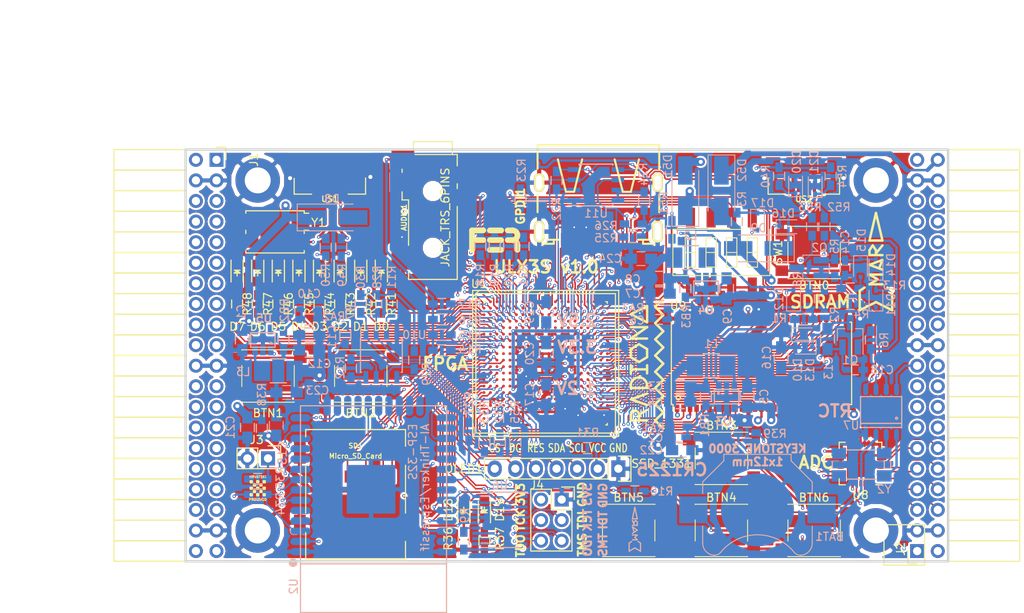
<source format=kicad_pcb>
(kicad_pcb (version 4) (host pcbnew 4.0.7+dfsg1-1)

  (general
    (links 687)
    (no_connects 0)
    (area 93.949999 61.269999 188.230001 112.370001)
    (thickness 1.6)
    (drawings 28)
    (tracks 4074)
    (zones 0)
    (modules 156)
    (nets 237)
  )

  (page A4)
  (layers
    (0 F.Cu signal)
    (1 In1.Cu signal)
    (2 In2.Cu signal)
    (31 B.Cu signal)
    (32 B.Adhes user)
    (33 F.Adhes user)
    (34 B.Paste user)
    (35 F.Paste user)
    (36 B.SilkS user)
    (37 F.SilkS user)
    (38 B.Mask user)
    (39 F.Mask user)
    (40 Dwgs.User user)
    (41 Cmts.User user)
    (42 Eco1.User user)
    (43 Eco2.User user)
    (44 Edge.Cuts user)
    (45 Margin user)
    (46 B.CrtYd user)
    (47 F.CrtYd user)
    (48 B.Fab user)
    (49 F.Fab user)
  )

  (setup
    (last_trace_width 0.3)
    (trace_clearance 0.127)
    (zone_clearance 0.254)
    (zone_45_only no)
    (trace_min 0.127)
    (segment_width 0.2)
    (edge_width 0.2)
    (via_size 0.4)
    (via_drill 0.2)
    (via_min_size 0.4)
    (via_min_drill 0.2)
    (uvia_size 0.3)
    (uvia_drill 0.1)
    (uvias_allowed no)
    (uvia_min_size 0.2)
    (uvia_min_drill 0.1)
    (pcb_text_width 0.3)
    (pcb_text_size 1.5 1.5)
    (mod_edge_width 0.15)
    (mod_text_size 1 1)
    (mod_text_width 0.15)
    (pad_size 0.5 0.5)
    (pad_drill 0)
    (pad_to_mask_clearance 0.05)
    (aux_axis_origin 82.67 62.69)
    (grid_origin 86.48 79.2)
    (visible_elements 7FFFFFFF)
    (pcbplotparams
      (layerselection 0x310f0_80000007)
      (usegerberextensions true)
      (excludeedgelayer true)
      (linewidth 0.100000)
      (plotframeref false)
      (viasonmask false)
      (mode 1)
      (useauxorigin false)
      (hpglpennumber 1)
      (hpglpenspeed 20)
      (hpglpendiameter 15)
      (hpglpenoverlay 2)
      (psnegative false)
      (psa4output false)
      (plotreference true)
      (plotvalue true)
      (plotinvisibletext false)
      (padsonsilk false)
      (subtractmaskfromsilk false)
      (outputformat 1)
      (mirror false)
      (drillshape 0)
      (scaleselection 1)
      (outputdirectory plot))
  )

  (net 0 "")
  (net 1 GND)
  (net 2 +5V)
  (net 3 /gpio/IN5V)
  (net 4 /gpio/OUT5V)
  (net 5 +3V3)
  (net 6 "Net-(L1-Pad1)")
  (net 7 "Net-(L2-Pad1)")
  (net 8 +1V2)
  (net 9 BTN_D)
  (net 10 BTN_F1)
  (net 11 BTN_F2)
  (net 12 BTN_L)
  (net 13 BTN_R)
  (net 14 BTN_U)
  (net 15 /power/FB1)
  (net 16 +2V5)
  (net 17 "Net-(L3-Pad1)")
  (net 18 /power/PWREN)
  (net 19 /power/FB3)
  (net 20 /power/FB2)
  (net 21 "Net-(D9-Pad1)")
  (net 22 /power/VBAT)
  (net 23 JTAG_TDI)
  (net 24 JTAG_TCK)
  (net 25 JTAG_TMS)
  (net 26 JTAG_TDO)
  (net 27 /power/WAKEUPn)
  (net 28 /power/WKUP)
  (net 29 /power/SHUT)
  (net 30 /power/WAKE)
  (net 31 /power/HOLD)
  (net 32 /power/WKn)
  (net 33 /power/OSCI_32k)
  (net 34 /power/OSCO_32k)
  (net 35 "Net-(Q2-Pad3)")
  (net 36 SHUTDOWN)
  (net 37 /analog/AUDIO_L)
  (net 38 /analog/AUDIO_R)
  (net 39 GPDI_5V_SCL)
  (net 40 GPDI_5V_SDA)
  (net 41 GPDI_SDA)
  (net 42 GPDI_SCL)
  (net 43 /gpdi/VREF2)
  (net 44 SD_CMD)
  (net 45 SD_CLK)
  (net 46 SD_D0)
  (net 47 SD_D1)
  (net 48 USB5V)
  (net 49 GPDI_CEC)
  (net 50 nRESET)
  (net 51 FTDI_nDTR)
  (net 52 SDRAM_CKE)
  (net 53 SDRAM_A7)
  (net 54 SDRAM_D15)
  (net 55 SDRAM_BA1)
  (net 56 SDRAM_D7)
  (net 57 SDRAM_A6)
  (net 58 SDRAM_CLK)
  (net 59 SDRAM_D13)
  (net 60 SDRAM_BA0)
  (net 61 SDRAM_D6)
  (net 62 SDRAM_A5)
  (net 63 SDRAM_D14)
  (net 64 SDRAM_A11)
  (net 65 SDRAM_D12)
  (net 66 SDRAM_D5)
  (net 67 SDRAM_A4)
  (net 68 SDRAM_A10)
  (net 69 SDRAM_D11)
  (net 70 SDRAM_A3)
  (net 71 SDRAM_D4)
  (net 72 SDRAM_D10)
  (net 73 SDRAM_D9)
  (net 74 SDRAM_A9)
  (net 75 SDRAM_D3)
  (net 76 SDRAM_D8)
  (net 77 SDRAM_A8)
  (net 78 SDRAM_A2)
  (net 79 SDRAM_A1)
  (net 80 SDRAM_A0)
  (net 81 SDRAM_D2)
  (net 82 SDRAM_D1)
  (net 83 SDRAM_D0)
  (net 84 SDRAM_DQM0)
  (net 85 SDRAM_nCS)
  (net 86 SDRAM_nRAS)
  (net 87 SDRAM_DQM1)
  (net 88 SDRAM_nCAS)
  (net 89 SDRAM_nWE)
  (net 90 /flash/FLASH_nWP)
  (net 91 /flash/FLASH_nHOLD)
  (net 92 /flash/FLASH_MOSI)
  (net 93 /flash/FLASH_MISO)
  (net 94 /flash/FLASH_SCK)
  (net 95 /flash/FLASH_nCS)
  (net 96 /flash/FPGA_PROGRAMN)
  (net 97 /flash/FPGA_DONE)
  (net 98 /flash/FPGA_INITN)
  (net 99 OLED_RES)
  (net 100 OLED_DC)
  (net 101 OLED_CS)
  (net 102 WIFI_EN)
  (net 103 FTDI_nRTS)
  (net 104 FTDI_TXD)
  (net 105 FTDI_RXD)
  (net 106 WIFI_RXD)
  (net 107 WIFI_GPIO0)
  (net 108 WIFI_TXD)
  (net 109 GPDI_ETH-)
  (net 110 GPDI_ETH+)
  (net 111 GPDI_D2+)
  (net 112 GPDI_D2-)
  (net 113 GPDI_D1+)
  (net 114 GPDI_D1-)
  (net 115 GPDI_D0+)
  (net 116 GPDI_D0-)
  (net 117 GPDI_CLK+)
  (net 118 GPDI_CLK-)
  (net 119 USB_FTDI_D+)
  (net 120 USB_FTDI_D-)
  (net 121 J1_17-)
  (net 122 J1_17+)
  (net 123 J1_23-)
  (net 124 J1_23+)
  (net 125 J1_25-)
  (net 126 J1_25+)
  (net 127 J1_27-)
  (net 128 J1_27+)
  (net 129 J1_29-)
  (net 130 J1_29+)
  (net 131 J1_31-)
  (net 132 J1_31+)
  (net 133 J1_33-)
  (net 134 J1_33+)
  (net 135 J1_35-)
  (net 136 J1_35+)
  (net 137 J2_5-)
  (net 138 J2_5+)
  (net 139 J2_7-)
  (net 140 J2_7+)
  (net 141 J2_9-)
  (net 142 J2_9+)
  (net 143 J2_13-)
  (net 144 J2_13+)
  (net 145 J2_17-)
  (net 146 J2_17+)
  (net 147 J2_11-)
  (net 148 J2_11+)
  (net 149 J2_23-)
  (net 150 J2_23+)
  (net 151 J1_5-)
  (net 152 J1_5+)
  (net 153 J1_7-)
  (net 154 J1_7+)
  (net 155 J1_9-)
  (net 156 J1_9+)
  (net 157 J1_11-)
  (net 158 J1_11+)
  (net 159 J1_13-)
  (net 160 J1_13+)
  (net 161 J1_15-)
  (net 162 J1_15+)
  (net 163 J2_15-)
  (net 164 J2_15+)
  (net 165 J2_25-)
  (net 166 J2_25+)
  (net 167 J2_27-)
  (net 168 J2_27+)
  (net 169 J2_29-)
  (net 170 J2_29+)
  (net 171 J2_31-)
  (net 172 J2_31+)
  (net 173 J2_33-)
  (net 174 J2_33+)
  (net 175 J2_35-)
  (net 176 J2_35+)
  (net 177 SD_D3)
  (net 178 AUDIO_L3)
  (net 179 AUDIO_L2)
  (net 180 AUDIO_L1)
  (net 181 AUDIO_L0)
  (net 182 AUDIO_R3)
  (net 183 AUDIO_R2)
  (net 184 AUDIO_R1)
  (net 185 AUDIO_R0)
  (net 186 OLED_CLK)
  (net 187 OLED_MOSI)
  (net 188 LED0)
  (net 189 LED1)
  (net 190 LED2)
  (net 191 LED3)
  (net 192 LED4)
  (net 193 LED5)
  (net 194 LED6)
  (net 195 LED7)
  (net 196 BTN_PWRn)
  (net 197 "Net-(J3-Pad1)")
  (net 198 FTDI_nTXLED)
  (net 199 FTDI_nSLEEP)
  (net 200 /blinkey/LED_PWREN)
  (net 201 /blinkey/LED_TXLED)
  (net 202 FT3V3)
  (net 203 /sdcard/SD3V3)
  (net 204 SD_D2)
  (net 205 CLK_25MHz)
  (net 206 /blinkey/BTNPUL)
  (net 207 /blinkey/BTNPUR)
  (net 208 USB_FPGA_D+)
  (net 209 /power/FTDI_nSUSPEND)
  (net 210 /blinkey/ALED0)
  (net 211 /blinkey/ALED1)
  (net 212 /blinkey/ALED2)
  (net 213 /blinkey/ALED3)
  (net 214 /blinkey/ALED4)
  (net 215 /blinkey/ALED5)
  (net 216 /blinkey/ALED6)
  (net 217 /blinkey/ALED7)
  (net 218 /usb/FTD-)
  (net 219 /usb/FTD+)
  (net 220 ADC_MISO)
  (net 221 ADC_MOSI)
  (net 222 ADC_CSn)
  (net 223 ADC_SCLK)
  (net 224 "Net-(R51-Pad2)")
  (net 225 SW3)
  (net 226 SW2)
  (net 227 SW1)
  (net 228 SW0)
  (net 229 USB_FPGA_D-)
  (net 230 /usb/FPD+)
  (net 231 /usb/FPD-)
  (net 232 WIFI_GPIO16)
  (net 233 WIFI_GPIO15)
  (net 234 /usb/ANT_433MHz)
  (net 235 /power/PWRBTn)
  (net 236 PROG_DONE)

  (net_class Default "This is the default net class."
    (clearance 0.127)
    (trace_width 0.3)
    (via_dia 0.4)
    (via_drill 0.2)
    (uvia_dia 0.3)
    (uvia_drill 0.1)
    (add_net +1V2)
    (add_net +2V5)
    (add_net +3V3)
    (add_net +5V)
    (add_net /analog/AUDIO_L)
    (add_net /analog/AUDIO_R)
    (add_net /blinkey/ALED0)
    (add_net /blinkey/ALED1)
    (add_net /blinkey/ALED2)
    (add_net /blinkey/ALED3)
    (add_net /blinkey/ALED4)
    (add_net /blinkey/ALED5)
    (add_net /blinkey/ALED6)
    (add_net /blinkey/ALED7)
    (add_net /blinkey/BTNPUL)
    (add_net /blinkey/BTNPUR)
    (add_net /blinkey/LED_PWREN)
    (add_net /blinkey/LED_TXLED)
    (add_net /gpdi/VREF2)
    (add_net /gpio/IN5V)
    (add_net /gpio/OUT5V)
    (add_net /power/FB1)
    (add_net /power/FB2)
    (add_net /power/FB3)
    (add_net /power/FTDI_nSUSPEND)
    (add_net /power/HOLD)
    (add_net /power/OSCI_32k)
    (add_net /power/OSCO_32k)
    (add_net /power/PWRBTn)
    (add_net /power/PWREN)
    (add_net /power/SHUT)
    (add_net /power/VBAT)
    (add_net /power/WAKE)
    (add_net /power/WAKEUPn)
    (add_net /power/WKUP)
    (add_net /power/WKn)
    (add_net /sdcard/SD3V3)
    (add_net /usb/ANT_433MHz)
    (add_net /usb/FPD+)
    (add_net /usb/FPD-)
    (add_net /usb/FTD+)
    (add_net /usb/FTD-)
    (add_net FT3V3)
    (add_net GND)
    (add_net "Net-(D9-Pad1)")
    (add_net "Net-(J3-Pad1)")
    (add_net "Net-(L1-Pad1)")
    (add_net "Net-(L2-Pad1)")
    (add_net "Net-(L3-Pad1)")
    (add_net "Net-(Q2-Pad3)")
    (add_net "Net-(R51-Pad2)")
    (add_net USB5V)
  )

  (net_class BGA ""
    (clearance 0.127)
    (trace_width 0.19)
    (via_dia 0.4)
    (via_drill 0.2)
    (uvia_dia 0.3)
    (uvia_drill 0.1)
    (add_net /flash/FLASH_MISO)
    (add_net /flash/FLASH_MOSI)
    (add_net /flash/FLASH_SCK)
    (add_net /flash/FLASH_nCS)
    (add_net /flash/FLASH_nHOLD)
    (add_net /flash/FLASH_nWP)
    (add_net /flash/FPGA_DONE)
    (add_net /flash/FPGA_INITN)
    (add_net /flash/FPGA_PROGRAMN)
    (add_net ADC_CSn)
    (add_net ADC_MISO)
    (add_net ADC_MOSI)
    (add_net ADC_SCLK)
    (add_net AUDIO_L0)
    (add_net AUDIO_L1)
    (add_net AUDIO_L2)
    (add_net AUDIO_L3)
    (add_net AUDIO_R0)
    (add_net AUDIO_R1)
    (add_net AUDIO_R2)
    (add_net AUDIO_R3)
    (add_net BTN_D)
    (add_net BTN_F1)
    (add_net BTN_F2)
    (add_net BTN_L)
    (add_net BTN_PWRn)
    (add_net BTN_R)
    (add_net BTN_U)
    (add_net CLK_25MHz)
    (add_net FTDI_RXD)
    (add_net FTDI_TXD)
    (add_net FTDI_nDTR)
    (add_net FTDI_nRTS)
    (add_net FTDI_nSLEEP)
    (add_net FTDI_nTXLED)
    (add_net GPDI_5V_SCL)
    (add_net GPDI_5V_SDA)
    (add_net GPDI_CEC)
    (add_net GPDI_CLK+)
    (add_net GPDI_CLK-)
    (add_net GPDI_D0+)
    (add_net GPDI_D0-)
    (add_net GPDI_D1+)
    (add_net GPDI_D1-)
    (add_net GPDI_D2+)
    (add_net GPDI_D2-)
    (add_net GPDI_ETH+)
    (add_net GPDI_ETH-)
    (add_net GPDI_SCL)
    (add_net GPDI_SDA)
    (add_net J1_11+)
    (add_net J1_11-)
    (add_net J1_13+)
    (add_net J1_13-)
    (add_net J1_15+)
    (add_net J1_15-)
    (add_net J1_17+)
    (add_net J1_17-)
    (add_net J1_23+)
    (add_net J1_23-)
    (add_net J1_25+)
    (add_net J1_25-)
    (add_net J1_27+)
    (add_net J1_27-)
    (add_net J1_29+)
    (add_net J1_29-)
    (add_net J1_31+)
    (add_net J1_31-)
    (add_net J1_33+)
    (add_net J1_33-)
    (add_net J1_35+)
    (add_net J1_35-)
    (add_net J1_5+)
    (add_net J1_5-)
    (add_net J1_7+)
    (add_net J1_7-)
    (add_net J1_9+)
    (add_net J1_9-)
    (add_net J2_11+)
    (add_net J2_11-)
    (add_net J2_13+)
    (add_net J2_13-)
    (add_net J2_15+)
    (add_net J2_15-)
    (add_net J2_17+)
    (add_net J2_17-)
    (add_net J2_23+)
    (add_net J2_23-)
    (add_net J2_25+)
    (add_net J2_25-)
    (add_net J2_27+)
    (add_net J2_27-)
    (add_net J2_29+)
    (add_net J2_29-)
    (add_net J2_31+)
    (add_net J2_31-)
    (add_net J2_33+)
    (add_net J2_33-)
    (add_net J2_35+)
    (add_net J2_35-)
    (add_net J2_5+)
    (add_net J2_5-)
    (add_net J2_7+)
    (add_net J2_7-)
    (add_net J2_9+)
    (add_net J2_9-)
    (add_net JTAG_TCK)
    (add_net JTAG_TDI)
    (add_net JTAG_TDO)
    (add_net JTAG_TMS)
    (add_net LED0)
    (add_net LED1)
    (add_net LED2)
    (add_net LED3)
    (add_net LED4)
    (add_net LED5)
    (add_net LED6)
    (add_net LED7)
    (add_net OLED_CLK)
    (add_net OLED_CS)
    (add_net OLED_DC)
    (add_net OLED_MOSI)
    (add_net OLED_RES)
    (add_net PROG_DONE)
    (add_net SDRAM_A0)
    (add_net SDRAM_A1)
    (add_net SDRAM_A10)
    (add_net SDRAM_A11)
    (add_net SDRAM_A2)
    (add_net SDRAM_A3)
    (add_net SDRAM_A4)
    (add_net SDRAM_A5)
    (add_net SDRAM_A6)
    (add_net SDRAM_A7)
    (add_net SDRAM_A8)
    (add_net SDRAM_A9)
    (add_net SDRAM_BA0)
    (add_net SDRAM_BA1)
    (add_net SDRAM_CKE)
    (add_net SDRAM_CLK)
    (add_net SDRAM_D0)
    (add_net SDRAM_D1)
    (add_net SDRAM_D10)
    (add_net SDRAM_D11)
    (add_net SDRAM_D12)
    (add_net SDRAM_D13)
    (add_net SDRAM_D14)
    (add_net SDRAM_D15)
    (add_net SDRAM_D2)
    (add_net SDRAM_D3)
    (add_net SDRAM_D4)
    (add_net SDRAM_D5)
    (add_net SDRAM_D6)
    (add_net SDRAM_D7)
    (add_net SDRAM_D8)
    (add_net SDRAM_D9)
    (add_net SDRAM_DQM0)
    (add_net SDRAM_DQM1)
    (add_net SDRAM_nCAS)
    (add_net SDRAM_nCS)
    (add_net SDRAM_nRAS)
    (add_net SDRAM_nWE)
    (add_net SD_CLK)
    (add_net SD_CMD)
    (add_net SD_D0)
    (add_net SD_D1)
    (add_net SD_D2)
    (add_net SD_D3)
    (add_net SHUTDOWN)
    (add_net SW0)
    (add_net SW1)
    (add_net SW2)
    (add_net SW3)
    (add_net USB_FPGA_D+)
    (add_net USB_FPGA_D-)
    (add_net USB_FTDI_D+)
    (add_net USB_FTDI_D-)
    (add_net WIFI_EN)
    (add_net WIFI_GPIO0)
    (add_net WIFI_GPIO15)
    (add_net WIFI_GPIO16)
    (add_net WIFI_RXD)
    (add_net WIFI_TXD)
    (add_net nRESET)
  )

  (net_class Minimal ""
    (clearance 0.127)
    (trace_width 0.127)
    (via_dia 0.4)
    (via_drill 0.2)
    (uvia_dia 0.3)
    (uvia_drill 0.1)
  )

  (module Diodes_SMD:D_SMA_Handsoldering (layer B.Cu) (tedit 59D564F6) (tstamp 59D3C50D)
    (at 155.695 66.5 90)
    (descr "Diode SMA (DO-214AC) Handsoldering")
    (tags "Diode SMA (DO-214AC) Handsoldering")
    (path /56AC389C/56AC483B)
    (attr smd)
    (fp_text reference D51 (at 3.048 -2.159 90) (layer B.SilkS)
      (effects (font (size 1 1) (thickness 0.15)) (justify mirror))
    )
    (fp_text value STPS2L30AF (at 0 -2.6 90) (layer B.Fab) hide
      (effects (font (size 1 1) (thickness 0.15)) (justify mirror))
    )
    (fp_text user %R (at 3.048 -2.159 90) (layer B.Fab) hide
      (effects (font (size 1 1) (thickness 0.15)) (justify mirror))
    )
    (fp_line (start -4.4 1.65) (end -4.4 -1.65) (layer B.SilkS) (width 0.12))
    (fp_line (start 2.3 -1.5) (end -2.3 -1.5) (layer B.Fab) (width 0.1))
    (fp_line (start -2.3 -1.5) (end -2.3 1.5) (layer B.Fab) (width 0.1))
    (fp_line (start 2.3 1.5) (end 2.3 -1.5) (layer B.Fab) (width 0.1))
    (fp_line (start 2.3 1.5) (end -2.3 1.5) (layer B.Fab) (width 0.1))
    (fp_line (start -4.5 1.75) (end 4.5 1.75) (layer B.CrtYd) (width 0.05))
    (fp_line (start 4.5 1.75) (end 4.5 -1.75) (layer B.CrtYd) (width 0.05))
    (fp_line (start 4.5 -1.75) (end -4.5 -1.75) (layer B.CrtYd) (width 0.05))
    (fp_line (start -4.5 -1.75) (end -4.5 1.75) (layer B.CrtYd) (width 0.05))
    (fp_line (start -0.64944 -0.00102) (end -1.55114 -0.00102) (layer B.Fab) (width 0.1))
    (fp_line (start 0.50118 -0.00102) (end 1.4994 -0.00102) (layer B.Fab) (width 0.1))
    (fp_line (start -0.64944 0.79908) (end -0.64944 -0.80112) (layer B.Fab) (width 0.1))
    (fp_line (start 0.50118 -0.75032) (end 0.50118 0.79908) (layer B.Fab) (width 0.1))
    (fp_line (start -0.64944 -0.00102) (end 0.50118 -0.75032) (layer B.Fab) (width 0.1))
    (fp_line (start -0.64944 -0.00102) (end 0.50118 0.79908) (layer B.Fab) (width 0.1))
    (fp_line (start -4.4 -1.65) (end 2.5 -1.65) (layer B.SilkS) (width 0.12))
    (fp_line (start -4.4 1.65) (end 2.5 1.65) (layer B.SilkS) (width 0.12))
    (pad 1 smd rect (at -2.5 0 90) (size 3.5 1.8) (layers B.Cu B.Paste B.Mask)
      (net 2 +5V))
    (pad 2 smd rect (at 2.5 0 90) (size 3.5 1.8) (layers B.Cu B.Paste B.Mask)
      (net 3 /gpio/IN5V))
    (model ${KISYS3DMOD}/Diodes_SMD.3dshapes/D_SMA.wrl
      (at (xyz 0 0 0))
      (scale (xyz 1 1 1))
      (rotate (xyz 0 0 0))
    )
  )

  (module Resistors_SMD:R_0603_HandSoldering (layer B.Cu) (tedit 58307AEF) (tstamp 595B8F7A)
    (at 154.044 71.326 90)
    (descr "Resistor SMD 0603, hand soldering")
    (tags "resistor 0603")
    (path /58D6547C/595B9C2F)
    (attr smd)
    (fp_text reference R51 (at 3.302 -1.016 90) (layer B.SilkS)
      (effects (font (size 1 1) (thickness 0.15)) (justify mirror))
    )
    (fp_text value 220 (at 3.556 -0.508 90) (layer B.Fab)
      (effects (font (size 1 1) (thickness 0.15)) (justify mirror))
    )
    (fp_line (start -0.8 -0.4) (end -0.8 0.4) (layer B.Fab) (width 0.1))
    (fp_line (start 0.8 -0.4) (end -0.8 -0.4) (layer B.Fab) (width 0.1))
    (fp_line (start 0.8 0.4) (end 0.8 -0.4) (layer B.Fab) (width 0.1))
    (fp_line (start -0.8 0.4) (end 0.8 0.4) (layer B.Fab) (width 0.1))
    (fp_line (start -2 0.8) (end 2 0.8) (layer B.CrtYd) (width 0.05))
    (fp_line (start -2 -0.8) (end 2 -0.8) (layer B.CrtYd) (width 0.05))
    (fp_line (start -2 0.8) (end -2 -0.8) (layer B.CrtYd) (width 0.05))
    (fp_line (start 2 0.8) (end 2 -0.8) (layer B.CrtYd) (width 0.05))
    (fp_line (start 0.5 -0.675) (end -0.5 -0.675) (layer B.SilkS) (width 0.15))
    (fp_line (start -0.5 0.675) (end 0.5 0.675) (layer B.SilkS) (width 0.15))
    (pad 1 smd rect (at -1.1 0 90) (size 1.2 0.9) (layers B.Cu B.Paste B.Mask)
      (net 5 +3V3))
    (pad 2 smd rect (at 1.1 0 90) (size 1.2 0.9) (layers B.Cu B.Paste B.Mask)
      (net 224 "Net-(R51-Pad2)"))
    (model Resistors_SMD.3dshapes/R_0603.wrl
      (at (xyz 0 0 0))
      (scale (xyz 1 1 1))
      (rotate (xyz 0 0 0))
    )
  )

  (module Resistors_SMD:R_1210_HandSoldering (layer B.Cu) (tedit 58307C8D) (tstamp 58D58A37)
    (at 158.87 88.09 180)
    (descr "Resistor SMD 1210, hand soldering")
    (tags "resistor 1210")
    (path /58D51CAD/58D59D36)
    (attr smd)
    (fp_text reference L1 (at 0 2.7 180) (layer B.SilkS)
      (effects (font (size 1 1) (thickness 0.15)) (justify mirror))
    )
    (fp_text value 2.2uH (at 0 2.032 180) (layer B.Fab)
      (effects (font (size 1 1) (thickness 0.15)) (justify mirror))
    )
    (fp_line (start -1.6 -1.25) (end -1.6 1.25) (layer B.Fab) (width 0.1))
    (fp_line (start 1.6 -1.25) (end -1.6 -1.25) (layer B.Fab) (width 0.1))
    (fp_line (start 1.6 1.25) (end 1.6 -1.25) (layer B.Fab) (width 0.1))
    (fp_line (start -1.6 1.25) (end 1.6 1.25) (layer B.Fab) (width 0.1))
    (fp_line (start -3.3 1.6) (end 3.3 1.6) (layer B.CrtYd) (width 0.05))
    (fp_line (start -3.3 -1.6) (end 3.3 -1.6) (layer B.CrtYd) (width 0.05))
    (fp_line (start -3.3 1.6) (end -3.3 -1.6) (layer B.CrtYd) (width 0.05))
    (fp_line (start 3.3 1.6) (end 3.3 -1.6) (layer B.CrtYd) (width 0.05))
    (fp_line (start 1 -1.475) (end -1 -1.475) (layer B.SilkS) (width 0.15))
    (fp_line (start -1 1.475) (end 1 1.475) (layer B.SilkS) (width 0.15))
    (pad 1 smd rect (at -2 0 180) (size 2 2.5) (layers B.Cu B.Paste B.Mask)
      (net 6 "Net-(L1-Pad1)"))
    (pad 2 smd rect (at 2 0 180) (size 2 2.5) (layers B.Cu B.Paste B.Mask)
      (net 8 +1V2))
    (model Inductors_SMD.3dshapes/L_1210.wrl
      (at (xyz 0 0 0))
      (scale (xyz 1 1 1))
      (rotate (xyz 0 0 0))
    )
  )

  (module TSOT-25:TSOT-25 (layer B.Cu) (tedit 59CD7E8F) (tstamp 58D5976E)
    (at 160.775 91.9)
    (path /58D51CAD/58D58840)
    (fp_text reference U3 (at -0.381 3.048) (layer B.SilkS)
      (effects (font (size 1 1) (thickness 0.2)) (justify mirror))
    )
    (fp_text value AP3429A (at 0 2.286) (layer B.Fab)
      (effects (font (size 0.4 0.4) (thickness 0.1)) (justify mirror))
    )
    (fp_circle (center -1 -0.4) (end -0.95 -0.5) (layer B.SilkS) (width 0.15))
    (fp_line (start -1.5 0.9) (end 1.5 0.9) (layer B.SilkS) (width 0.15))
    (fp_line (start 1.5 0.9) (end 1.5 -0.9) (layer B.SilkS) (width 0.15))
    (fp_line (start 1.5 -0.9) (end -1.5 -0.9) (layer B.SilkS) (width 0.15))
    (fp_line (start -1.5 -0.9) (end -1.5 0.9) (layer B.SilkS) (width 0.15))
    (pad 1 smd rect (at -0.95 -1.3) (size 0.7 1.2) (layers B.Cu B.Paste B.Mask)
      (net 18 /power/PWREN))
    (pad 2 smd rect (at 0 -1.3) (size 0.7 1.2) (layers B.Cu B.Paste B.Mask)
      (net 1 GND))
    (pad 3 smd rect (at 0.95 -1.3) (size 0.7 1.2) (layers B.Cu B.Paste B.Mask)
      (net 6 "Net-(L1-Pad1)"))
    (pad 4 smd rect (at 0.95 1.3) (size 0.7 1.2) (layers B.Cu B.Paste B.Mask)
      (net 2 +5V))
    (pad 5 smd rect (at -0.95 1.3) (size 0.7 1.2) (layers B.Cu B.Paste B.Mask)
      (net 15 /power/FB1))
    (model TO_SOT_Packages_SMD.3dshapes/SOT-23-5.wrl
      (at (xyz 0 0 0))
      (scale (xyz 1 1 1))
      (rotate (xyz 0 0 -90))
    )
  )

  (module Resistors_SMD:R_1210_HandSoldering (layer B.Cu) (tedit 58307C8D) (tstamp 58D599B2)
    (at 156.33 74.755 180)
    (descr "Resistor SMD 1210, hand soldering")
    (tags "resistor 1210")
    (path /58D51CAD/58D62964)
    (attr smd)
    (fp_text reference L2 (at 0 2.7 180) (layer B.SilkS)
      (effects (font (size 1 1) (thickness 0.15)) (justify mirror))
    )
    (fp_text value 2.2uH (at -1.016 2.159 180) (layer B.Fab)
      (effects (font (size 1 1) (thickness 0.15)) (justify mirror))
    )
    (fp_line (start -1.6 -1.25) (end -1.6 1.25) (layer B.Fab) (width 0.1))
    (fp_line (start 1.6 -1.25) (end -1.6 -1.25) (layer B.Fab) (width 0.1))
    (fp_line (start 1.6 1.25) (end 1.6 -1.25) (layer B.Fab) (width 0.1))
    (fp_line (start -1.6 1.25) (end 1.6 1.25) (layer B.Fab) (width 0.1))
    (fp_line (start -3.3 1.6) (end 3.3 1.6) (layer B.CrtYd) (width 0.05))
    (fp_line (start -3.3 -1.6) (end 3.3 -1.6) (layer B.CrtYd) (width 0.05))
    (fp_line (start -3.3 1.6) (end -3.3 -1.6) (layer B.CrtYd) (width 0.05))
    (fp_line (start 3.3 1.6) (end 3.3 -1.6) (layer B.CrtYd) (width 0.05))
    (fp_line (start 1 -1.475) (end -1 -1.475) (layer B.SilkS) (width 0.15))
    (fp_line (start -1 1.475) (end 1 1.475) (layer B.SilkS) (width 0.15))
    (pad 1 smd rect (at -2 0 180) (size 2 2.5) (layers B.Cu B.Paste B.Mask)
      (net 7 "Net-(L2-Pad1)"))
    (pad 2 smd rect (at 2 0 180) (size 2 2.5) (layers B.Cu B.Paste B.Mask)
      (net 5 +3V3))
    (model Inductors_SMD.3dshapes/L_1210.wrl
      (at (xyz 0 0 0))
      (scale (xyz 1 1 1))
      (rotate (xyz 0 0 0))
    )
  )

  (module TSOT-25:TSOT-25 (layer B.Cu) (tedit 59CD7E82) (tstamp 58D599CD)
    (at 158.235 78.535)
    (path /58D51CAD/58D62946)
    (fp_text reference U4 (at 0 2.697) (layer B.SilkS)
      (effects (font (size 1 1) (thickness 0.2)) (justify mirror))
    )
    (fp_text value AP3429A (at 0 2.443) (layer B.Fab)
      (effects (font (size 0.4 0.4) (thickness 0.1)) (justify mirror))
    )
    (fp_circle (center -1 -0.4) (end -0.95 -0.5) (layer B.SilkS) (width 0.15))
    (fp_line (start -1.5 0.9) (end 1.5 0.9) (layer B.SilkS) (width 0.15))
    (fp_line (start 1.5 0.9) (end 1.5 -0.9) (layer B.SilkS) (width 0.15))
    (fp_line (start 1.5 -0.9) (end -1.5 -0.9) (layer B.SilkS) (width 0.15))
    (fp_line (start -1.5 -0.9) (end -1.5 0.9) (layer B.SilkS) (width 0.15))
    (pad 1 smd rect (at -0.95 -1.3) (size 0.7 1.2) (layers B.Cu B.Paste B.Mask)
      (net 18 /power/PWREN))
    (pad 2 smd rect (at 0 -1.3) (size 0.7 1.2) (layers B.Cu B.Paste B.Mask)
      (net 1 GND))
    (pad 3 smd rect (at 0.95 -1.3) (size 0.7 1.2) (layers B.Cu B.Paste B.Mask)
      (net 7 "Net-(L2-Pad1)"))
    (pad 4 smd rect (at 0.95 1.3) (size 0.7 1.2) (layers B.Cu B.Paste B.Mask)
      (net 2 +5V))
    (pad 5 smd rect (at -0.95 1.3) (size 0.7 1.2) (layers B.Cu B.Paste B.Mask)
      (net 19 /power/FB3))
    (model TO_SOT_Packages_SMD.3dshapes/SOT-23-5.wrl
      (at (xyz 0 0 0))
      (scale (xyz 1 1 1))
      (rotate (xyz 0 0 -90))
    )
  )

  (module LEDs:LED_0805 (layer F.Cu) (tedit 59CCC657) (tstamp 58D659BC)
    (at 118.23 76.66 270)
    (descr "LED 0805 smd package")
    (tags "LED 0805 SMD")
    (path /58D6547C/58D66570)
    (attr smd)
    (fp_text reference D0 (at 6.604 0 360) (layer F.SilkS)
      (effects (font (size 1 1) (thickness 0.15)))
    )
    (fp_text value LED (at -2.794 0 270) (layer F.Fab) hide
      (effects (font (size 1 1) (thickness 0.15)))
    )
    (fp_line (start -0.4 -0.3) (end -0.4 0.3) (layer F.Fab) (width 0.15))
    (fp_line (start -0.3 0) (end 0 -0.3) (layer F.Fab) (width 0.15))
    (fp_line (start 0 0.3) (end -0.3 0) (layer F.Fab) (width 0.15))
    (fp_line (start 0 -0.3) (end 0 0.3) (layer F.Fab) (width 0.15))
    (fp_line (start 1 -0.6) (end -1 -0.6) (layer F.Fab) (width 0.15))
    (fp_line (start 1 0.6) (end 1 -0.6) (layer F.Fab) (width 0.15))
    (fp_line (start -1 0.6) (end 1 0.6) (layer F.Fab) (width 0.15))
    (fp_line (start -1 -0.6) (end -1 0.6) (layer F.Fab) (width 0.15))
    (fp_line (start -1.6 0.75) (end 1.1 0.75) (layer F.SilkS) (width 0.15))
    (fp_line (start -1.6 -0.75) (end 1.1 -0.75) (layer F.SilkS) (width 0.15))
    (fp_line (start -0.1 0.15) (end -0.1 -0.1) (layer F.SilkS) (width 0.15))
    (fp_line (start -0.1 -0.1) (end -0.25 0.05) (layer F.SilkS) (width 0.15))
    (fp_line (start -0.35 -0.35) (end -0.35 0.35) (layer F.SilkS) (width 0.15))
    (fp_line (start 0 0) (end 0.35 0) (layer F.SilkS) (width 0.15))
    (fp_line (start -0.35 0) (end 0 -0.35) (layer F.SilkS) (width 0.15))
    (fp_line (start 0 -0.35) (end 0 0.35) (layer F.SilkS) (width 0.15))
    (fp_line (start 0 0.35) (end -0.35 0) (layer F.SilkS) (width 0.15))
    (fp_line (start 1.9 -0.95) (end 1.9 0.95) (layer F.CrtYd) (width 0.05))
    (fp_line (start 1.9 0.95) (end -1.9 0.95) (layer F.CrtYd) (width 0.05))
    (fp_line (start -1.9 0.95) (end -1.9 -0.95) (layer F.CrtYd) (width 0.05))
    (fp_line (start -1.9 -0.95) (end 1.9 -0.95) (layer F.CrtYd) (width 0.05))
    (pad 2 smd rect (at 1.04902 0 90) (size 1.19888 1.19888) (layers F.Cu F.Paste F.Mask)
      (net 210 /blinkey/ALED0))
    (pad 1 smd rect (at -1.04902 0 90) (size 1.19888 1.19888) (layers F.Cu F.Paste F.Mask)
      (net 1 GND))
    (model LEDs.3dshapes/LED_0805.wrl
      (at (xyz 0 0 0))
      (scale (xyz 1 1 1))
      (rotate (xyz 0 0 0))
    )
  )

  (module LEDs:LED_0805 (layer F.Cu) (tedit 59CCC647) (tstamp 58D659C2)
    (at 115.69 76.66 270)
    (descr "LED 0805 smd package")
    (tags "LED 0805 SMD")
    (path /58D6547C/58D66620)
    (attr smd)
    (fp_text reference D1 (at 6.604 0 360) (layer F.SilkS)
      (effects (font (size 1 1) (thickness 0.15)))
    )
    (fp_text value LED (at -2.794 0 270) (layer F.Fab) hide
      (effects (font (size 1 1) (thickness 0.15)))
    )
    (fp_line (start -0.4 -0.3) (end -0.4 0.3) (layer F.Fab) (width 0.15))
    (fp_line (start -0.3 0) (end 0 -0.3) (layer F.Fab) (width 0.15))
    (fp_line (start 0 0.3) (end -0.3 0) (layer F.Fab) (width 0.15))
    (fp_line (start 0 -0.3) (end 0 0.3) (layer F.Fab) (width 0.15))
    (fp_line (start 1 -0.6) (end -1 -0.6) (layer F.Fab) (width 0.15))
    (fp_line (start 1 0.6) (end 1 -0.6) (layer F.Fab) (width 0.15))
    (fp_line (start -1 0.6) (end 1 0.6) (layer F.Fab) (width 0.15))
    (fp_line (start -1 -0.6) (end -1 0.6) (layer F.Fab) (width 0.15))
    (fp_line (start -1.6 0.75) (end 1.1 0.75) (layer F.SilkS) (width 0.15))
    (fp_line (start -1.6 -0.75) (end 1.1 -0.75) (layer F.SilkS) (width 0.15))
    (fp_line (start -0.1 0.15) (end -0.1 -0.1) (layer F.SilkS) (width 0.15))
    (fp_line (start -0.1 -0.1) (end -0.25 0.05) (layer F.SilkS) (width 0.15))
    (fp_line (start -0.35 -0.35) (end -0.35 0.35) (layer F.SilkS) (width 0.15))
    (fp_line (start 0 0) (end 0.35 0) (layer F.SilkS) (width 0.15))
    (fp_line (start -0.35 0) (end 0 -0.35) (layer F.SilkS) (width 0.15))
    (fp_line (start 0 -0.35) (end 0 0.35) (layer F.SilkS) (width 0.15))
    (fp_line (start 0 0.35) (end -0.35 0) (layer F.SilkS) (width 0.15))
    (fp_line (start 1.9 -0.95) (end 1.9 0.95) (layer F.CrtYd) (width 0.05))
    (fp_line (start 1.9 0.95) (end -1.9 0.95) (layer F.CrtYd) (width 0.05))
    (fp_line (start -1.9 0.95) (end -1.9 -0.95) (layer F.CrtYd) (width 0.05))
    (fp_line (start -1.9 -0.95) (end 1.9 -0.95) (layer F.CrtYd) (width 0.05))
    (pad 2 smd rect (at 1.04902 0 90) (size 1.19888 1.19888) (layers F.Cu F.Paste F.Mask)
      (net 211 /blinkey/ALED1))
    (pad 1 smd rect (at -1.04902 0 90) (size 1.19888 1.19888) (layers F.Cu F.Paste F.Mask)
      (net 1 GND))
    (model LEDs.3dshapes/LED_0805.wrl
      (at (xyz 0 0 0))
      (scale (xyz 1 1 1))
      (rotate (xyz 0 0 0))
    )
  )

  (module LEDs:LED_0805 (layer F.Cu) (tedit 59CCC63D) (tstamp 58D659C8)
    (at 113.15 76.66 270)
    (descr "LED 0805 smd package")
    (tags "LED 0805 SMD")
    (path /58D6547C/58D666C3)
    (attr smd)
    (fp_text reference D2 (at 6.604 0 360) (layer F.SilkS)
      (effects (font (size 1 1) (thickness 0.15)))
    )
    (fp_text value LED (at -2.794 0 270) (layer F.Fab) hide
      (effects (font (size 1 1) (thickness 0.15)))
    )
    (fp_line (start -0.4 -0.3) (end -0.4 0.3) (layer F.Fab) (width 0.15))
    (fp_line (start -0.3 0) (end 0 -0.3) (layer F.Fab) (width 0.15))
    (fp_line (start 0 0.3) (end -0.3 0) (layer F.Fab) (width 0.15))
    (fp_line (start 0 -0.3) (end 0 0.3) (layer F.Fab) (width 0.15))
    (fp_line (start 1 -0.6) (end -1 -0.6) (layer F.Fab) (width 0.15))
    (fp_line (start 1 0.6) (end 1 -0.6) (layer F.Fab) (width 0.15))
    (fp_line (start -1 0.6) (end 1 0.6) (layer F.Fab) (width 0.15))
    (fp_line (start -1 -0.6) (end -1 0.6) (layer F.Fab) (width 0.15))
    (fp_line (start -1.6 0.75) (end 1.1 0.75) (layer F.SilkS) (width 0.15))
    (fp_line (start -1.6 -0.75) (end 1.1 -0.75) (layer F.SilkS) (width 0.15))
    (fp_line (start -0.1 0.15) (end -0.1 -0.1) (layer F.SilkS) (width 0.15))
    (fp_line (start -0.1 -0.1) (end -0.25 0.05) (layer F.SilkS) (width 0.15))
    (fp_line (start -0.35 -0.35) (end -0.35 0.35) (layer F.SilkS) (width 0.15))
    (fp_line (start 0 0) (end 0.35 0) (layer F.SilkS) (width 0.15))
    (fp_line (start -0.35 0) (end 0 -0.35) (layer F.SilkS) (width 0.15))
    (fp_line (start 0 -0.35) (end 0 0.35) (layer F.SilkS) (width 0.15))
    (fp_line (start 0 0.35) (end -0.35 0) (layer F.SilkS) (width 0.15))
    (fp_line (start 1.9 -0.95) (end 1.9 0.95) (layer F.CrtYd) (width 0.05))
    (fp_line (start 1.9 0.95) (end -1.9 0.95) (layer F.CrtYd) (width 0.05))
    (fp_line (start -1.9 0.95) (end -1.9 -0.95) (layer F.CrtYd) (width 0.05))
    (fp_line (start -1.9 -0.95) (end 1.9 -0.95) (layer F.CrtYd) (width 0.05))
    (pad 2 smd rect (at 1.04902 0 90) (size 1.19888 1.19888) (layers F.Cu F.Paste F.Mask)
      (net 212 /blinkey/ALED2))
    (pad 1 smd rect (at -1.04902 0 90) (size 1.19888 1.19888) (layers F.Cu F.Paste F.Mask)
      (net 1 GND))
    (model LEDs.3dshapes/LED_0805.wrl
      (at (xyz 0 0 0))
      (scale (xyz 1 1 1))
      (rotate (xyz 0 0 0))
    )
  )

  (module LEDs:LED_0805 (layer F.Cu) (tedit 59CCC636) (tstamp 58D659CE)
    (at 110.61 76.66 270)
    (descr "LED 0805 smd package")
    (tags "LED 0805 SMD")
    (path /58D6547C/58D66733)
    (attr smd)
    (fp_text reference D3 (at 6.604 0 360) (layer F.SilkS)
      (effects (font (size 1 1) (thickness 0.15)))
    )
    (fp_text value LED (at -2.794 0 270) (layer F.Fab) hide
      (effects (font (size 1 1) (thickness 0.15)))
    )
    (fp_line (start -0.4 -0.3) (end -0.4 0.3) (layer F.Fab) (width 0.15))
    (fp_line (start -0.3 0) (end 0 -0.3) (layer F.Fab) (width 0.15))
    (fp_line (start 0 0.3) (end -0.3 0) (layer F.Fab) (width 0.15))
    (fp_line (start 0 -0.3) (end 0 0.3) (layer F.Fab) (width 0.15))
    (fp_line (start 1 -0.6) (end -1 -0.6) (layer F.Fab) (width 0.15))
    (fp_line (start 1 0.6) (end 1 -0.6) (layer F.Fab) (width 0.15))
    (fp_line (start -1 0.6) (end 1 0.6) (layer F.Fab) (width 0.15))
    (fp_line (start -1 -0.6) (end -1 0.6) (layer F.Fab) (width 0.15))
    (fp_line (start -1.6 0.75) (end 1.1 0.75) (layer F.SilkS) (width 0.15))
    (fp_line (start -1.6 -0.75) (end 1.1 -0.75) (layer F.SilkS) (width 0.15))
    (fp_line (start -0.1 0.15) (end -0.1 -0.1) (layer F.SilkS) (width 0.15))
    (fp_line (start -0.1 -0.1) (end -0.25 0.05) (layer F.SilkS) (width 0.15))
    (fp_line (start -0.35 -0.35) (end -0.35 0.35) (layer F.SilkS) (width 0.15))
    (fp_line (start 0 0) (end 0.35 0) (layer F.SilkS) (width 0.15))
    (fp_line (start -0.35 0) (end 0 -0.35) (layer F.SilkS) (width 0.15))
    (fp_line (start 0 -0.35) (end 0 0.35) (layer F.SilkS) (width 0.15))
    (fp_line (start 0 0.35) (end -0.35 0) (layer F.SilkS) (width 0.15))
    (fp_line (start 1.9 -0.95) (end 1.9 0.95) (layer F.CrtYd) (width 0.05))
    (fp_line (start 1.9 0.95) (end -1.9 0.95) (layer F.CrtYd) (width 0.05))
    (fp_line (start -1.9 0.95) (end -1.9 -0.95) (layer F.CrtYd) (width 0.05))
    (fp_line (start -1.9 -0.95) (end 1.9 -0.95) (layer F.CrtYd) (width 0.05))
    (pad 2 smd rect (at 1.04902 0 90) (size 1.19888 1.19888) (layers F.Cu F.Paste F.Mask)
      (net 213 /blinkey/ALED3))
    (pad 1 smd rect (at -1.04902 0 90) (size 1.19888 1.19888) (layers F.Cu F.Paste F.Mask)
      (net 1 GND))
    (model LEDs.3dshapes/LED_0805.wrl
      (at (xyz 0 0 0))
      (scale (xyz 1 1 1))
      (rotate (xyz 0 0 0))
    )
    (model Resistors_SMD.3dshapes/R_0603.wrl
      (at (xyz 0 0 0))
      (scale (xyz 1 1 1))
      (rotate (xyz 0 0 0))
    )
  )

  (module LEDs:LED_0805 (layer F.Cu) (tedit 59CCC62D) (tstamp 58D659D4)
    (at 108.07 76.66 270)
    (descr "LED 0805 smd package")
    (tags "LED 0805 SMD")
    (path /58D6547C/58D6688F)
    (attr smd)
    (fp_text reference D4 (at 6.604 0 360) (layer F.SilkS)
      (effects (font (size 1 1) (thickness 0.15)))
    )
    (fp_text value LED (at -2.794 0 270) (layer F.Fab) hide
      (effects (font (size 1 1) (thickness 0.15)))
    )
    (fp_line (start -0.4 -0.3) (end -0.4 0.3) (layer F.Fab) (width 0.15))
    (fp_line (start -0.3 0) (end 0 -0.3) (layer F.Fab) (width 0.15))
    (fp_line (start 0 0.3) (end -0.3 0) (layer F.Fab) (width 0.15))
    (fp_line (start 0 -0.3) (end 0 0.3) (layer F.Fab) (width 0.15))
    (fp_line (start 1 -0.6) (end -1 -0.6) (layer F.Fab) (width 0.15))
    (fp_line (start 1 0.6) (end 1 -0.6) (layer F.Fab) (width 0.15))
    (fp_line (start -1 0.6) (end 1 0.6) (layer F.Fab) (width 0.15))
    (fp_line (start -1 -0.6) (end -1 0.6) (layer F.Fab) (width 0.15))
    (fp_line (start -1.6 0.75) (end 1.1 0.75) (layer F.SilkS) (width 0.15))
    (fp_line (start -1.6 -0.75) (end 1.1 -0.75) (layer F.SilkS) (width 0.15))
    (fp_line (start -0.1 0.15) (end -0.1 -0.1) (layer F.SilkS) (width 0.15))
    (fp_line (start -0.1 -0.1) (end -0.25 0.05) (layer F.SilkS) (width 0.15))
    (fp_line (start -0.35 -0.35) (end -0.35 0.35) (layer F.SilkS) (width 0.15))
    (fp_line (start 0 0) (end 0.35 0) (layer F.SilkS) (width 0.15))
    (fp_line (start -0.35 0) (end 0 -0.35) (layer F.SilkS) (width 0.15))
    (fp_line (start 0 -0.35) (end 0 0.35) (layer F.SilkS) (width 0.15))
    (fp_line (start 0 0.35) (end -0.35 0) (layer F.SilkS) (width 0.15))
    (fp_line (start 1.9 -0.95) (end 1.9 0.95) (layer F.CrtYd) (width 0.05))
    (fp_line (start 1.9 0.95) (end -1.9 0.95) (layer F.CrtYd) (width 0.05))
    (fp_line (start -1.9 0.95) (end -1.9 -0.95) (layer F.CrtYd) (width 0.05))
    (fp_line (start -1.9 -0.95) (end 1.9 -0.95) (layer F.CrtYd) (width 0.05))
    (pad 2 smd rect (at 1.04902 0 90) (size 1.19888 1.19888) (layers F.Cu F.Paste F.Mask)
      (net 214 /blinkey/ALED4))
    (pad 1 smd rect (at -1.04902 0 90) (size 1.19888 1.19888) (layers F.Cu F.Paste F.Mask)
      (net 1 GND))
    (model LEDs.3dshapes/LED_0805.wrl
      (at (xyz 0 0 0))
      (scale (xyz 1 1 1))
      (rotate (xyz 0 0 0))
    )
  )

  (module LEDs:LED_0805 (layer F.Cu) (tedit 59CCC627) (tstamp 58D659DA)
    (at 105.53 76.66 270)
    (descr "LED 0805 smd package")
    (tags "LED 0805 SMD")
    (path /58D6547C/58D66895)
    (attr smd)
    (fp_text reference D5 (at 6.604 0 360) (layer F.SilkS)
      (effects (font (size 1 1) (thickness 0.15)))
    )
    (fp_text value LED (at -2.794 0 270) (layer F.Fab) hide
      (effects (font (size 1 1) (thickness 0.15)))
    )
    (fp_line (start -0.4 -0.3) (end -0.4 0.3) (layer F.Fab) (width 0.15))
    (fp_line (start -0.3 0) (end 0 -0.3) (layer F.Fab) (width 0.15))
    (fp_line (start 0 0.3) (end -0.3 0) (layer F.Fab) (width 0.15))
    (fp_line (start 0 -0.3) (end 0 0.3) (layer F.Fab) (width 0.15))
    (fp_line (start 1 -0.6) (end -1 -0.6) (layer F.Fab) (width 0.15))
    (fp_line (start 1 0.6) (end 1 -0.6) (layer F.Fab) (width 0.15))
    (fp_line (start -1 0.6) (end 1 0.6) (layer F.Fab) (width 0.15))
    (fp_line (start -1 -0.6) (end -1 0.6) (layer F.Fab) (width 0.15))
    (fp_line (start -1.6 0.75) (end 1.1 0.75) (layer F.SilkS) (width 0.15))
    (fp_line (start -1.6 -0.75) (end 1.1 -0.75) (layer F.SilkS) (width 0.15))
    (fp_line (start -0.1 0.15) (end -0.1 -0.1) (layer F.SilkS) (width 0.15))
    (fp_line (start -0.1 -0.1) (end -0.25 0.05) (layer F.SilkS) (width 0.15))
    (fp_line (start -0.35 -0.35) (end -0.35 0.35) (layer F.SilkS) (width 0.15))
    (fp_line (start 0 0) (end 0.35 0) (layer F.SilkS) (width 0.15))
    (fp_line (start -0.35 0) (end 0 -0.35) (layer F.SilkS) (width 0.15))
    (fp_line (start 0 -0.35) (end 0 0.35) (layer F.SilkS) (width 0.15))
    (fp_line (start 0 0.35) (end -0.35 0) (layer F.SilkS) (width 0.15))
    (fp_line (start 1.9 -0.95) (end 1.9 0.95) (layer F.CrtYd) (width 0.05))
    (fp_line (start 1.9 0.95) (end -1.9 0.95) (layer F.CrtYd) (width 0.05))
    (fp_line (start -1.9 0.95) (end -1.9 -0.95) (layer F.CrtYd) (width 0.05))
    (fp_line (start -1.9 -0.95) (end 1.9 -0.95) (layer F.CrtYd) (width 0.05))
    (pad 2 smd rect (at 1.04902 0 90) (size 1.19888 1.19888) (layers F.Cu F.Paste F.Mask)
      (net 215 /blinkey/ALED5))
    (pad 1 smd rect (at -1.04902 0 90) (size 1.19888 1.19888) (layers F.Cu F.Paste F.Mask)
      (net 1 GND))
    (model LEDs.3dshapes/LED_0805.wrl
      (at (xyz 0 0 0))
      (scale (xyz 1 1 1))
      (rotate (xyz 0 0 0))
    )
  )

  (module LEDs:LED_0805 (layer F.Cu) (tedit 59CCC61E) (tstamp 58D659E0)
    (at 102.99 76.66 270)
    (descr "LED 0805 smd package")
    (tags "LED 0805 SMD")
    (path /58D6547C/58D6689B)
    (attr smd)
    (fp_text reference D6 (at 6.604 0 360) (layer F.SilkS)
      (effects (font (size 1 1) (thickness 0.15)))
    )
    (fp_text value LED (at -2.794 0 270) (layer F.Fab) hide
      (effects (font (size 1 1) (thickness 0.15)))
    )
    (fp_line (start -0.4 -0.3) (end -0.4 0.3) (layer F.Fab) (width 0.15))
    (fp_line (start -0.3 0) (end 0 -0.3) (layer F.Fab) (width 0.15))
    (fp_line (start 0 0.3) (end -0.3 0) (layer F.Fab) (width 0.15))
    (fp_line (start 0 -0.3) (end 0 0.3) (layer F.Fab) (width 0.15))
    (fp_line (start 1 -0.6) (end -1 -0.6) (layer F.Fab) (width 0.15))
    (fp_line (start 1 0.6) (end 1 -0.6) (layer F.Fab) (width 0.15))
    (fp_line (start -1 0.6) (end 1 0.6) (layer F.Fab) (width 0.15))
    (fp_line (start -1 -0.6) (end -1 0.6) (layer F.Fab) (width 0.15))
    (fp_line (start -1.6 0.75) (end 1.1 0.75) (layer F.SilkS) (width 0.15))
    (fp_line (start -1.6 -0.75) (end 1.1 -0.75) (layer F.SilkS) (width 0.15))
    (fp_line (start -0.1 0.15) (end -0.1 -0.1) (layer F.SilkS) (width 0.15))
    (fp_line (start -0.1 -0.1) (end -0.25 0.05) (layer F.SilkS) (width 0.15))
    (fp_line (start -0.35 -0.35) (end -0.35 0.35) (layer F.SilkS) (width 0.15))
    (fp_line (start 0 0) (end 0.35 0) (layer F.SilkS) (width 0.15))
    (fp_line (start -0.35 0) (end 0 -0.35) (layer F.SilkS) (width 0.15))
    (fp_line (start 0 -0.35) (end 0 0.35) (layer F.SilkS) (width 0.15))
    (fp_line (start 0 0.35) (end -0.35 0) (layer F.SilkS) (width 0.15))
    (fp_line (start 1.9 -0.95) (end 1.9 0.95) (layer F.CrtYd) (width 0.05))
    (fp_line (start 1.9 0.95) (end -1.9 0.95) (layer F.CrtYd) (width 0.05))
    (fp_line (start -1.9 0.95) (end -1.9 -0.95) (layer F.CrtYd) (width 0.05))
    (fp_line (start -1.9 -0.95) (end 1.9 -0.95) (layer F.CrtYd) (width 0.05))
    (pad 2 smd rect (at 1.04902 0 90) (size 1.19888 1.19888) (layers F.Cu F.Paste F.Mask)
      (net 216 /blinkey/ALED6))
    (pad 1 smd rect (at -1.04902 0 90) (size 1.19888 1.19888) (layers F.Cu F.Paste F.Mask)
      (net 1 GND))
    (model LEDs.3dshapes/LED_0805.wrl
      (at (xyz 0 0 0))
      (scale (xyz 1 1 1))
      (rotate (xyz 0 0 0))
    )
  )

  (module LEDs:LED_0805 (layer F.Cu) (tedit 59CCC61A) (tstamp 58D659E6)
    (at 100.45 76.66 270)
    (descr "LED 0805 smd package")
    (tags "LED 0805 SMD")
    (path /58D6547C/58D668A1)
    (attr smd)
    (fp_text reference D7 (at 6.604 0 360) (layer F.SilkS)
      (effects (font (size 1 1) (thickness 0.15)))
    )
    (fp_text value LED (at -2.794 0 270) (layer F.Fab) hide
      (effects (font (size 1 1) (thickness 0.15)))
    )
    (fp_line (start -0.4 -0.3) (end -0.4 0.3) (layer F.Fab) (width 0.15))
    (fp_line (start -0.3 0) (end 0 -0.3) (layer F.Fab) (width 0.15))
    (fp_line (start 0 0.3) (end -0.3 0) (layer F.Fab) (width 0.15))
    (fp_line (start 0 -0.3) (end 0 0.3) (layer F.Fab) (width 0.15))
    (fp_line (start 1 -0.6) (end -1 -0.6) (layer F.Fab) (width 0.15))
    (fp_line (start 1 0.6) (end 1 -0.6) (layer F.Fab) (width 0.15))
    (fp_line (start -1 0.6) (end 1 0.6) (layer F.Fab) (width 0.15))
    (fp_line (start -1 -0.6) (end -1 0.6) (layer F.Fab) (width 0.15))
    (fp_line (start -1.6 0.75) (end 1.1 0.75) (layer F.SilkS) (width 0.15))
    (fp_line (start -1.6 -0.75) (end 1.1 -0.75) (layer F.SilkS) (width 0.15))
    (fp_line (start -0.1 0.15) (end -0.1 -0.1) (layer F.SilkS) (width 0.15))
    (fp_line (start -0.1 -0.1) (end -0.25 0.05) (layer F.SilkS) (width 0.15))
    (fp_line (start -0.35 -0.35) (end -0.35 0.35) (layer F.SilkS) (width 0.15))
    (fp_line (start 0 0) (end 0.35 0) (layer F.SilkS) (width 0.15))
    (fp_line (start -0.35 0) (end 0 -0.35) (layer F.SilkS) (width 0.15))
    (fp_line (start 0 -0.35) (end 0 0.35) (layer F.SilkS) (width 0.15))
    (fp_line (start 0 0.35) (end -0.35 0) (layer F.SilkS) (width 0.15))
    (fp_line (start 1.9 -0.95) (end 1.9 0.95) (layer F.CrtYd) (width 0.05))
    (fp_line (start 1.9 0.95) (end -1.9 0.95) (layer F.CrtYd) (width 0.05))
    (fp_line (start -1.9 0.95) (end -1.9 -0.95) (layer F.CrtYd) (width 0.05))
    (fp_line (start -1.9 -0.95) (end 1.9 -0.95) (layer F.CrtYd) (width 0.05))
    (pad 2 smd rect (at 1.04902 0 90) (size 1.19888 1.19888) (layers F.Cu F.Paste F.Mask)
      (net 217 /blinkey/ALED7))
    (pad 1 smd rect (at -1.04902 0 90) (size 1.19888 1.19888) (layers F.Cu F.Paste F.Mask)
      (net 1 GND))
    (model LEDs.3dshapes/LED_0805.wrl
      (at (xyz 0 0 0))
      (scale (xyz 1 1 1))
      (rotate (xyz 0 0 0))
    )
  )

  (module Resistors_SMD:R_1210_HandSoldering (layer B.Cu) (tedit 58307C8D) (tstamp 58D66E7E)
    (at 105.53 88.725)
    (descr "Resistor SMD 1210, hand soldering")
    (tags "resistor 1210")
    (path /58D51CAD/58D67BD8)
    (attr smd)
    (fp_text reference L3 (at -4.318 0.127) (layer B.SilkS)
      (effects (font (size 1 1) (thickness 0.15)) (justify mirror))
    )
    (fp_text value 2.2uH (at 5.842 0.381) (layer B.Fab)
      (effects (font (size 1 1) (thickness 0.15)) (justify mirror))
    )
    (fp_line (start -1.6 -1.25) (end -1.6 1.25) (layer B.Fab) (width 0.1))
    (fp_line (start 1.6 -1.25) (end -1.6 -1.25) (layer B.Fab) (width 0.1))
    (fp_line (start 1.6 1.25) (end 1.6 -1.25) (layer B.Fab) (width 0.1))
    (fp_line (start -1.6 1.25) (end 1.6 1.25) (layer B.Fab) (width 0.1))
    (fp_line (start -3.3 1.6) (end 3.3 1.6) (layer B.CrtYd) (width 0.05))
    (fp_line (start -3.3 -1.6) (end 3.3 -1.6) (layer B.CrtYd) (width 0.05))
    (fp_line (start -3.3 1.6) (end -3.3 -1.6) (layer B.CrtYd) (width 0.05))
    (fp_line (start 3.3 1.6) (end 3.3 -1.6) (layer B.CrtYd) (width 0.05))
    (fp_line (start 1 -1.475) (end -1 -1.475) (layer B.SilkS) (width 0.15))
    (fp_line (start -1 1.475) (end 1 1.475) (layer B.SilkS) (width 0.15))
    (pad 1 smd rect (at -2 0) (size 2 2.5) (layers B.Cu B.Paste B.Mask)
      (net 17 "Net-(L3-Pad1)"))
    (pad 2 smd rect (at 2 0) (size 2 2.5) (layers B.Cu B.Paste B.Mask)
      (net 16 +2V5))
    (model Inductors_SMD.3dshapes/L_1210.wrl
      (at (xyz 0 0 0))
      (scale (xyz 1 1 1))
      (rotate (xyz 0 0 0))
    )
  )

  (module TSOT-25:TSOT-25 (layer B.Cu) (tedit 59CD7D98) (tstamp 58D66E99)
    (at 103.625 84.915 180)
    (path /58D51CAD/58D67BBA)
    (fp_text reference U5 (at -0.127 2.667 180) (layer B.SilkS)
      (effects (font (size 1 1) (thickness 0.2)) (justify mirror))
    )
    (fp_text value AP3429A (at 0 2.413 180) (layer B.Fab)
      (effects (font (size 0.4 0.4) (thickness 0.1)) (justify mirror))
    )
    (fp_circle (center -1 -0.4) (end -0.95 -0.5) (layer B.SilkS) (width 0.15))
    (fp_line (start -1.5 0.9) (end 1.5 0.9) (layer B.SilkS) (width 0.15))
    (fp_line (start 1.5 0.9) (end 1.5 -0.9) (layer B.SilkS) (width 0.15))
    (fp_line (start 1.5 -0.9) (end -1.5 -0.9) (layer B.SilkS) (width 0.15))
    (fp_line (start -1.5 -0.9) (end -1.5 0.9) (layer B.SilkS) (width 0.15))
    (pad 1 smd rect (at -0.95 -1.3 180) (size 0.7 1.2) (layers B.Cu B.Paste B.Mask)
      (net 18 /power/PWREN))
    (pad 2 smd rect (at 0 -1.3 180) (size 0.7 1.2) (layers B.Cu B.Paste B.Mask)
      (net 1 GND))
    (pad 3 smd rect (at 0.95 -1.3 180) (size 0.7 1.2) (layers B.Cu B.Paste B.Mask)
      (net 17 "Net-(L3-Pad1)"))
    (pad 4 smd rect (at 0.95 1.3 180) (size 0.7 1.2) (layers B.Cu B.Paste B.Mask)
      (net 2 +5V))
    (pad 5 smd rect (at -0.95 1.3 180) (size 0.7 1.2) (layers B.Cu B.Paste B.Mask)
      (net 20 /power/FB2))
    (model TO_SOT_Packages_SMD.3dshapes/SOT-23-5.wrl
      (at (xyz 0 0 0))
      (scale (xyz 1 1 1))
      (rotate (xyz 0 0 -90))
    )
  )

  (module Capacitors_SMD:C_0805_HandSoldering (layer B.Cu) (tedit 541A9B8D) (tstamp 58D68B19)
    (at 101.085 84.915 270)
    (descr "Capacitor SMD 0805, hand soldering")
    (tags "capacitor 0805")
    (path /58D51CAD/58D598B7)
    (attr smd)
    (fp_text reference C1 (at -3.429 0.127 270) (layer B.SilkS)
      (effects (font (size 1 1) (thickness 0.15)) (justify mirror))
    )
    (fp_text value 22uF (at -3.429 -0.127 270) (layer B.Fab)
      (effects (font (size 1 1) (thickness 0.15)) (justify mirror))
    )
    (fp_line (start -1 -0.625) (end -1 0.625) (layer B.Fab) (width 0.15))
    (fp_line (start 1 -0.625) (end -1 -0.625) (layer B.Fab) (width 0.15))
    (fp_line (start 1 0.625) (end 1 -0.625) (layer B.Fab) (width 0.15))
    (fp_line (start -1 0.625) (end 1 0.625) (layer B.Fab) (width 0.15))
    (fp_line (start -2.3 1) (end 2.3 1) (layer B.CrtYd) (width 0.05))
    (fp_line (start -2.3 -1) (end 2.3 -1) (layer B.CrtYd) (width 0.05))
    (fp_line (start -2.3 1) (end -2.3 -1) (layer B.CrtYd) (width 0.05))
    (fp_line (start 2.3 1) (end 2.3 -1) (layer B.CrtYd) (width 0.05))
    (fp_line (start 0.5 0.85) (end -0.5 0.85) (layer B.SilkS) (width 0.15))
    (fp_line (start -0.5 -0.85) (end 0.5 -0.85) (layer B.SilkS) (width 0.15))
    (pad 1 smd rect (at -1.25 0 270) (size 1.5 1.25) (layers B.Cu B.Paste B.Mask)
      (net 2 +5V))
    (pad 2 smd rect (at 1.25 0 270) (size 1.5 1.25) (layers B.Cu B.Paste B.Mask)
      (net 1 GND))
    (model Capacitors_SMD.3dshapes/C_0805.wrl
      (at (xyz 0 0 0))
      (scale (xyz 1 1 1))
      (rotate (xyz 0 0 0))
    )
  )

  (module Capacitors_SMD:C_0805_HandSoldering (layer B.Cu) (tedit 541A9B8D) (tstamp 58D68B1E)
    (at 155.06 90.63)
    (descr "Capacitor SMD 0805, hand soldering")
    (tags "capacitor 0805")
    (path /58D51CAD/58D5AE64)
    (attr smd)
    (fp_text reference C3 (at -3.048 0) (layer B.SilkS)
      (effects (font (size 1 1) (thickness 0.15)) (justify mirror))
    )
    (fp_text value 22uF (at -4.064 0) (layer B.Fab)
      (effects (font (size 1 1) (thickness 0.15)) (justify mirror))
    )
    (fp_line (start -1 -0.625) (end -1 0.625) (layer B.Fab) (width 0.15))
    (fp_line (start 1 -0.625) (end -1 -0.625) (layer B.Fab) (width 0.15))
    (fp_line (start 1 0.625) (end 1 -0.625) (layer B.Fab) (width 0.15))
    (fp_line (start -1 0.625) (end 1 0.625) (layer B.Fab) (width 0.15))
    (fp_line (start -2.3 1) (end 2.3 1) (layer B.CrtYd) (width 0.05))
    (fp_line (start -2.3 -1) (end 2.3 -1) (layer B.CrtYd) (width 0.05))
    (fp_line (start -2.3 1) (end -2.3 -1) (layer B.CrtYd) (width 0.05))
    (fp_line (start 2.3 1) (end 2.3 -1) (layer B.CrtYd) (width 0.05))
    (fp_line (start 0.5 0.85) (end -0.5 0.85) (layer B.SilkS) (width 0.15))
    (fp_line (start -0.5 -0.85) (end 0.5 -0.85) (layer B.SilkS) (width 0.15))
    (pad 1 smd rect (at -1.25 0) (size 1.5 1.25) (layers B.Cu B.Paste B.Mask)
      (net 8 +1V2))
    (pad 2 smd rect (at 1.25 0) (size 1.5 1.25) (layers B.Cu B.Paste B.Mask)
      (net 1 GND))
    (model Capacitors_SMD.3dshapes/C_0805.wrl
      (at (xyz 0 0 0))
      (scale (xyz 1 1 1))
      (rotate (xyz 0 0 0))
    )
  )

  (module Capacitors_SMD:C_0805_HandSoldering (layer B.Cu) (tedit 541A9B8D) (tstamp 58D68B23)
    (at 155.06 92.535)
    (descr "Capacitor SMD 0805, hand soldering")
    (tags "capacitor 0805")
    (path /58D51CAD/58D5AEB3)
    (attr smd)
    (fp_text reference C4 (at -3.048 0.127) (layer B.SilkS)
      (effects (font (size 1 1) (thickness 0.15)) (justify mirror))
    )
    (fp_text value 22uF (at -4.064 0.127) (layer B.Fab)
      (effects (font (size 1 1) (thickness 0.15)) (justify mirror))
    )
    (fp_line (start -1 -0.625) (end -1 0.625) (layer B.Fab) (width 0.15))
    (fp_line (start 1 -0.625) (end -1 -0.625) (layer B.Fab) (width 0.15))
    (fp_line (start 1 0.625) (end 1 -0.625) (layer B.Fab) (width 0.15))
    (fp_line (start -1 0.625) (end 1 0.625) (layer B.Fab) (width 0.15))
    (fp_line (start -2.3 1) (end 2.3 1) (layer B.CrtYd) (width 0.05))
    (fp_line (start -2.3 -1) (end 2.3 -1) (layer B.CrtYd) (width 0.05))
    (fp_line (start -2.3 1) (end -2.3 -1) (layer B.CrtYd) (width 0.05))
    (fp_line (start 2.3 1) (end 2.3 -1) (layer B.CrtYd) (width 0.05))
    (fp_line (start 0.5 0.85) (end -0.5 0.85) (layer B.SilkS) (width 0.15))
    (fp_line (start -0.5 -0.85) (end 0.5 -0.85) (layer B.SilkS) (width 0.15))
    (pad 1 smd rect (at -1.25 0) (size 1.5 1.25) (layers B.Cu B.Paste B.Mask)
      (net 8 +1V2))
    (pad 2 smd rect (at 1.25 0) (size 1.5 1.25) (layers B.Cu B.Paste B.Mask)
      (net 1 GND))
    (model Capacitors_SMD.3dshapes/C_0805.wrl
      (at (xyz 0 0 0))
      (scale (xyz 1 1 1))
      (rotate (xyz 0 0 0))
    )
  )

  (module Capacitors_SMD:C_0805_HandSoldering (layer B.Cu) (tedit 541A9B8D) (tstamp 58D68B28)
    (at 163.315 91.9 90)
    (descr "Capacitor SMD 0805, hand soldering")
    (tags "capacitor 0805")
    (path /58D51CAD/58D6295E)
    (attr smd)
    (fp_text reference C5 (at 0 2.1 90) (layer B.SilkS)
      (effects (font (size 1 1) (thickness 0.15)) (justify mirror))
    )
    (fp_text value 22uF (at 0.254 1.651 90) (layer B.Fab)
      (effects (font (size 1 1) (thickness 0.15)) (justify mirror))
    )
    (fp_line (start -1 -0.625) (end -1 0.625) (layer B.Fab) (width 0.15))
    (fp_line (start 1 -0.625) (end -1 -0.625) (layer B.Fab) (width 0.15))
    (fp_line (start 1 0.625) (end 1 -0.625) (layer B.Fab) (width 0.15))
    (fp_line (start -1 0.625) (end 1 0.625) (layer B.Fab) (width 0.15))
    (fp_line (start -2.3 1) (end 2.3 1) (layer B.CrtYd) (width 0.05))
    (fp_line (start -2.3 -1) (end 2.3 -1) (layer B.CrtYd) (width 0.05))
    (fp_line (start -2.3 1) (end -2.3 -1) (layer B.CrtYd) (width 0.05))
    (fp_line (start 2.3 1) (end 2.3 -1) (layer B.CrtYd) (width 0.05))
    (fp_line (start 0.5 0.85) (end -0.5 0.85) (layer B.SilkS) (width 0.15))
    (fp_line (start -0.5 -0.85) (end 0.5 -0.85) (layer B.SilkS) (width 0.15))
    (pad 1 smd rect (at -1.25 0 90) (size 1.5 1.25) (layers B.Cu B.Paste B.Mask)
      (net 2 +5V))
    (pad 2 smd rect (at 1.25 0 90) (size 1.5 1.25) (layers B.Cu B.Paste B.Mask)
      (net 1 GND))
    (model Capacitors_SMD.3dshapes/C_0805.wrl
      (at (xyz 0 0 0))
      (scale (xyz 1 1 1))
      (rotate (xyz 0 0 0))
    )
  )

  (module Capacitors_SMD:C_0805_HandSoldering (layer B.Cu) (tedit 541A9B8D) (tstamp 58D68B2D)
    (at 152.52 79.2)
    (descr "Capacitor SMD 0805, hand soldering")
    (tags "capacitor 0805")
    (path /58D51CAD/58D62988)
    (attr smd)
    (fp_text reference C7 (at -3.302 0) (layer B.SilkS)
      (effects (font (size 1 1) (thickness 0.15)) (justify mirror))
    )
    (fp_text value 22uF (at -4.318 0) (layer B.Fab)
      (effects (font (size 1 1) (thickness 0.15)) (justify mirror))
    )
    (fp_line (start -1 -0.625) (end -1 0.625) (layer B.Fab) (width 0.15))
    (fp_line (start 1 -0.625) (end -1 -0.625) (layer B.Fab) (width 0.15))
    (fp_line (start 1 0.625) (end 1 -0.625) (layer B.Fab) (width 0.15))
    (fp_line (start -1 0.625) (end 1 0.625) (layer B.Fab) (width 0.15))
    (fp_line (start -2.3 1) (end 2.3 1) (layer B.CrtYd) (width 0.05))
    (fp_line (start -2.3 -1) (end 2.3 -1) (layer B.CrtYd) (width 0.05))
    (fp_line (start -2.3 1) (end -2.3 -1) (layer B.CrtYd) (width 0.05))
    (fp_line (start 2.3 1) (end 2.3 -1) (layer B.CrtYd) (width 0.05))
    (fp_line (start 0.5 0.85) (end -0.5 0.85) (layer B.SilkS) (width 0.15))
    (fp_line (start -0.5 -0.85) (end 0.5 -0.85) (layer B.SilkS) (width 0.15))
    (pad 1 smd rect (at -1.25 0) (size 1.5 1.25) (layers B.Cu B.Paste B.Mask)
      (net 5 +3V3))
    (pad 2 smd rect (at 1.25 0) (size 1.5 1.25) (layers B.Cu B.Paste B.Mask)
      (net 1 GND))
    (model Capacitors_SMD.3dshapes/C_0805.wrl
      (at (xyz 0 0 0))
      (scale (xyz 1 1 1))
      (rotate (xyz 0 0 0))
    )
  )

  (module Capacitors_SMD:C_0805_HandSoldering (layer B.Cu) (tedit 541A9B8D) (tstamp 58D68B32)
    (at 152.52 77.295)
    (descr "Capacitor SMD 0805, hand soldering")
    (tags "capacitor 0805")
    (path /58D51CAD/58D6298E)
    (attr smd)
    (fp_text reference C8 (at -3.302 0.127) (layer B.SilkS)
      (effects (font (size 1 1) (thickness 0.15)) (justify mirror))
    )
    (fp_text value 22uF (at -4.572 -0.127) (layer B.Fab)
      (effects (font (size 1 1) (thickness 0.15)) (justify mirror))
    )
    (fp_line (start -1 -0.625) (end -1 0.625) (layer B.Fab) (width 0.15))
    (fp_line (start 1 -0.625) (end -1 -0.625) (layer B.Fab) (width 0.15))
    (fp_line (start 1 0.625) (end 1 -0.625) (layer B.Fab) (width 0.15))
    (fp_line (start -1 0.625) (end 1 0.625) (layer B.Fab) (width 0.15))
    (fp_line (start -2.3 1) (end 2.3 1) (layer B.CrtYd) (width 0.05))
    (fp_line (start -2.3 -1) (end 2.3 -1) (layer B.CrtYd) (width 0.05))
    (fp_line (start -2.3 1) (end -2.3 -1) (layer B.CrtYd) (width 0.05))
    (fp_line (start 2.3 1) (end 2.3 -1) (layer B.CrtYd) (width 0.05))
    (fp_line (start 0.5 0.85) (end -0.5 0.85) (layer B.SilkS) (width 0.15))
    (fp_line (start -0.5 -0.85) (end 0.5 -0.85) (layer B.SilkS) (width 0.15))
    (pad 1 smd rect (at -1.25 0) (size 1.5 1.25) (layers B.Cu B.Paste B.Mask)
      (net 5 +3V3))
    (pad 2 smd rect (at 1.25 0) (size 1.5 1.25) (layers B.Cu B.Paste B.Mask)
      (net 1 GND))
    (model Capacitors_SMD.3dshapes/C_0805.wrl
      (at (xyz 0 0 0))
      (scale (xyz 1 1 1))
      (rotate (xyz 0 0 0))
    )
  )

  (module Capacitors_SMD:C_0805_HandSoldering (layer B.Cu) (tedit 541A9B8D) (tstamp 58D68B37)
    (at 160.775 78.565 90)
    (descr "Capacitor SMD 0805, hand soldering")
    (tags "capacitor 0805")
    (path /58D51CAD/58D67BD2)
    (attr smd)
    (fp_text reference C9 (at -3.429 0.127 90) (layer B.SilkS)
      (effects (font (size 1 1) (thickness 0.15)) (justify mirror))
    )
    (fp_text value 22uF (at -4.699 0.127 90) (layer B.Fab)
      (effects (font (size 1 1) (thickness 0.15)) (justify mirror))
    )
    (fp_line (start -1 -0.625) (end -1 0.625) (layer B.Fab) (width 0.15))
    (fp_line (start 1 -0.625) (end -1 -0.625) (layer B.Fab) (width 0.15))
    (fp_line (start 1 0.625) (end 1 -0.625) (layer B.Fab) (width 0.15))
    (fp_line (start -1 0.625) (end 1 0.625) (layer B.Fab) (width 0.15))
    (fp_line (start -2.3 1) (end 2.3 1) (layer B.CrtYd) (width 0.05))
    (fp_line (start -2.3 -1) (end 2.3 -1) (layer B.CrtYd) (width 0.05))
    (fp_line (start -2.3 1) (end -2.3 -1) (layer B.CrtYd) (width 0.05))
    (fp_line (start 2.3 1) (end 2.3 -1) (layer B.CrtYd) (width 0.05))
    (fp_line (start 0.5 0.85) (end -0.5 0.85) (layer B.SilkS) (width 0.15))
    (fp_line (start -0.5 -0.85) (end 0.5 -0.85) (layer B.SilkS) (width 0.15))
    (pad 1 smd rect (at -1.25 0 90) (size 1.5 1.25) (layers B.Cu B.Paste B.Mask)
      (net 2 +5V))
    (pad 2 smd rect (at 1.25 0 90) (size 1.5 1.25) (layers B.Cu B.Paste B.Mask)
      (net 1 GND))
    (model Capacitors_SMD.3dshapes/C_0805.wrl
      (at (xyz 0 0 0))
      (scale (xyz 1 1 1))
      (rotate (xyz 0 0 0))
    )
  )

  (module Capacitors_SMD:C_0805_HandSoldering (layer B.Cu) (tedit 541A9B8D) (tstamp 58D68B3C)
    (at 109.34 84.28 180)
    (descr "Capacitor SMD 0805, hand soldering")
    (tags "capacitor 0805")
    (path /58D51CAD/58D67BF6)
    (attr smd)
    (fp_text reference C11 (at -2.794 -0.254 270) (layer B.SilkS)
      (effects (font (size 1 1) (thickness 0.15)) (justify mirror))
    )
    (fp_text value 22uF (at -2.794 -1.016 270) (layer B.Fab)
      (effects (font (size 1 1) (thickness 0.15)) (justify mirror))
    )
    (fp_line (start -1 -0.625) (end -1 0.625) (layer B.Fab) (width 0.15))
    (fp_line (start 1 -0.625) (end -1 -0.625) (layer B.Fab) (width 0.15))
    (fp_line (start 1 0.625) (end 1 -0.625) (layer B.Fab) (width 0.15))
    (fp_line (start -1 0.625) (end 1 0.625) (layer B.Fab) (width 0.15))
    (fp_line (start -2.3 1) (end 2.3 1) (layer B.CrtYd) (width 0.05))
    (fp_line (start -2.3 -1) (end 2.3 -1) (layer B.CrtYd) (width 0.05))
    (fp_line (start -2.3 1) (end -2.3 -1) (layer B.CrtYd) (width 0.05))
    (fp_line (start 2.3 1) (end 2.3 -1) (layer B.CrtYd) (width 0.05))
    (fp_line (start 0.5 0.85) (end -0.5 0.85) (layer B.SilkS) (width 0.15))
    (fp_line (start -0.5 -0.85) (end 0.5 -0.85) (layer B.SilkS) (width 0.15))
    (pad 1 smd rect (at -1.25 0 180) (size 1.5 1.25) (layers B.Cu B.Paste B.Mask)
      (net 16 +2V5))
    (pad 2 smd rect (at 1.25 0 180) (size 1.5 1.25) (layers B.Cu B.Paste B.Mask)
      (net 1 GND))
    (model Capacitors_SMD.3dshapes/C_0805.wrl
      (at (xyz 0 0 0))
      (scale (xyz 1 1 1))
      (rotate (xyz 0 0 0))
    )
  )

  (module Capacitors_SMD:C_0805_HandSoldering (layer B.Cu) (tedit 541A9B8D) (tstamp 58D68B41)
    (at 109.34 86.185 180)
    (descr "Capacitor SMD 0805, hand soldering")
    (tags "capacitor 0805")
    (path /58D51CAD/58D67BFC)
    (attr smd)
    (fp_text reference C12 (at -1.27 -1.651 360) (layer B.SilkS)
      (effects (font (size 1 1) (thickness 0.15)) (justify mirror))
    )
    (fp_text value 22uF (at -1.27 -1.651 360) (layer B.Fab)
      (effects (font (size 1 1) (thickness 0.15)) (justify mirror))
    )
    (fp_line (start -1 -0.625) (end -1 0.625) (layer B.Fab) (width 0.15))
    (fp_line (start 1 -0.625) (end -1 -0.625) (layer B.Fab) (width 0.15))
    (fp_line (start 1 0.625) (end 1 -0.625) (layer B.Fab) (width 0.15))
    (fp_line (start -1 0.625) (end 1 0.625) (layer B.Fab) (width 0.15))
    (fp_line (start -2.3 1) (end 2.3 1) (layer B.CrtYd) (width 0.05))
    (fp_line (start -2.3 -1) (end 2.3 -1) (layer B.CrtYd) (width 0.05))
    (fp_line (start -2.3 1) (end -2.3 -1) (layer B.CrtYd) (width 0.05))
    (fp_line (start 2.3 1) (end 2.3 -1) (layer B.CrtYd) (width 0.05))
    (fp_line (start 0.5 0.85) (end -0.5 0.85) (layer B.SilkS) (width 0.15))
    (fp_line (start -0.5 -0.85) (end 0.5 -0.85) (layer B.SilkS) (width 0.15))
    (pad 1 smd rect (at -1.25 0 180) (size 1.5 1.25) (layers B.Cu B.Paste B.Mask)
      (net 16 +2V5))
    (pad 2 smd rect (at 1.25 0 180) (size 1.5 1.25) (layers B.Cu B.Paste B.Mask)
      (net 1 GND))
    (model Capacitors_SMD.3dshapes/C_0805.wrl
      (at (xyz 0 0 0))
      (scale (xyz 1 1 1))
      (rotate (xyz 0 0 0))
    )
  )

  (module Power_Integrations:SO-8 (layer B.Cu) (tedit 0) (tstamp 58D70A05)
    (at 179.825 93.805 180)
    (descr "SO-8 Surface Mount Small Outline 150mil 8pin Package")
    (tags "Power Integrations D Package")
    (path /58D51CAD/58D70684)
    (fp_text reference U7 (at 3.683 -1.651 180) (layer B.SilkS)
      (effects (font (size 1 1) (thickness 0.15)) (justify mirror))
    )
    (fp_text value PCF8523 (at 5.969 -1.397 180) (layer B.Fab)
      (effects (font (size 1 1) (thickness 0.15)) (justify mirror))
    )
    (fp_circle (center -1.905 -0.762) (end -1.778 -0.762) (layer B.SilkS) (width 0.15))
    (fp_line (start -2.54 -1.397) (end 2.54 -1.397) (layer B.SilkS) (width 0.15))
    (fp_line (start -2.54 1.905) (end 2.54 1.905) (layer B.SilkS) (width 0.15))
    (fp_line (start -2.54 -1.905) (end 2.54 -1.905) (layer B.SilkS) (width 0.15))
    (fp_line (start -2.54 -1.905) (end -2.54 1.905) (layer B.SilkS) (width 0.15))
    (fp_line (start 2.54 -1.905) (end 2.54 1.905) (layer B.SilkS) (width 0.15))
    (pad 1 smd oval (at -1.905 -2.794 180) (size 0.6096 1.4732) (layers B.Cu B.Paste B.Mask)
      (net 33 /power/OSCI_32k))
    (pad 2 smd oval (at -0.635 -2.794 180) (size 0.6096 1.4732) (layers B.Cu B.Paste B.Mask)
      (net 34 /power/OSCO_32k))
    (pad 3 smd oval (at 0.635 -2.794 180) (size 0.6096 1.4732) (layers B.Cu B.Paste B.Mask)
      (net 22 /power/VBAT))
    (pad 4 smd oval (at 1.905 -2.794 180) (size 0.6096 1.4732) (layers B.Cu B.Paste B.Mask)
      (net 1 GND))
    (pad 5 smd oval (at 1.905 2.794 180) (size 0.6096 1.4732) (layers B.Cu B.Paste B.Mask)
      (net 41 GPDI_SDA))
    (pad 6 smd oval (at 0.635 2.794 180) (size 0.6096 1.4732) (layers B.Cu B.Paste B.Mask)
      (net 42 GPDI_SCL))
    (pad 7 smd oval (at -0.635 2.794 180) (size 0.6096 1.4732) (layers B.Cu B.Paste B.Mask)
      (net 27 /power/WAKEUPn))
    (pad 8 smd oval (at -1.905 2.794 180) (size 0.6096 1.4732) (layers B.Cu B.Paste B.Mask)
      (net 5 +3V3))
    (model Housings_SOIC.3dshapes/SOIC-8_3.9x4.9mm_Pitch1.27mm.wrl
      (at (xyz 0 0 0))
      (scale (xyz 1 1 1))
      (rotate (xyz 0 0 -90))
    )
  )

  (module Capacitors_SMD:C_0805_HandSoldering (layer B.Cu) (tedit 541A9B8D) (tstamp 58D79A6F)
    (at 173.221 84.788 90)
    (descr "Capacitor SMD 0805, hand soldering")
    (tags "capacitor 0805")
    (path /58D51CAD/58D7A3F0)
    (attr smd)
    (fp_text reference C13 (at -3.556 0.127 90) (layer B.SilkS)
      (effects (font (size 1 1) (thickness 0.15)) (justify mirror))
    )
    (fp_text value 2.2uF (at -4.318 0.127 90) (layer B.Fab)
      (effects (font (size 1 1) (thickness 0.15)) (justify mirror))
    )
    (fp_line (start -1 -0.625) (end -1 0.625) (layer B.Fab) (width 0.15))
    (fp_line (start 1 -0.625) (end -1 -0.625) (layer B.Fab) (width 0.15))
    (fp_line (start 1 0.625) (end 1 -0.625) (layer B.Fab) (width 0.15))
    (fp_line (start -1 0.625) (end 1 0.625) (layer B.Fab) (width 0.15))
    (fp_line (start -2.3 1) (end 2.3 1) (layer B.CrtYd) (width 0.05))
    (fp_line (start -2.3 -1) (end 2.3 -1) (layer B.CrtYd) (width 0.05))
    (fp_line (start -2.3 1) (end -2.3 -1) (layer B.CrtYd) (width 0.05))
    (fp_line (start 2.3 1) (end 2.3 -1) (layer B.CrtYd) (width 0.05))
    (fp_line (start 0.5 0.85) (end -0.5 0.85) (layer B.SilkS) (width 0.15))
    (fp_line (start -0.5 -0.85) (end 0.5 -0.85) (layer B.SilkS) (width 0.15))
    (pad 1 smd rect (at -1.25 0 90) (size 1.5 1.25) (layers B.Cu B.Paste B.Mask)
      (net 2 +5V))
    (pad 2 smd rect (at 1.25 0 90) (size 1.5 1.25) (layers B.Cu B.Paste B.Mask)
      (net 28 /power/WKUP))
    (model Capacitors_SMD.3dshapes/C_0805.wrl
      (at (xyz 0 0 0))
      (scale (xyz 1 1 1))
      (rotate (xyz 0 0 0))
    )
  )

  (module TSOP54:TSOP54 (layer F.Cu) (tedit 55BAC4E8) (tstamp 58D85778)
    (at 165.08 87.8 90)
    (descr "TSOPII-54: Plastic Thin Small Outline Package; 54 leads; body width 10.16mm; (see 128m-as4c4m32s-tsopii.pdf and http://www.infineon.com/cms/packages/SMD_-_Surface_Mounted_Devices/P-PG-TSOPII/P-TSOPII-54-1.html)")
    (tags "TSOPII 0.8")
    (path /58D6D507/58D8506F)
    (fp_text reference U9 (at 7.076 -10.274 180) (layer F.SilkS)
      (effects (font (size 1 1) (thickness 0.15)))
    )
    (fp_text value MT48LC16M16A2TG (at 0 -0.114 180) (layer F.Fab)
      (effects (font (size 1 1) (thickness 0.15)))
    )
    (fp_line (start -5.08 11.1) (end -5.08 10.9) (layer F.SilkS) (width 0.15))
    (fp_line (start 5.08 11.1) (end 5.08 10.9) (layer F.SilkS) (width 0.15))
    (fp_circle (center -4.25 -10.25) (end -4 -10.25) (layer F.SilkS) (width 0.15))
    (fp_line (start -5.08 -10.9) (end -5.9 -10.9) (layer F.SilkS) (width 0.15))
    (fp_line (start -5.08 -11.1) (end -5.08 -10.9) (layer F.SilkS) (width 0.15))
    (fp_line (start 5.08 -11.1) (end 5.08 -10.9) (layer F.SilkS) (width 0.15))
    (fp_line (start 5.08 11.11) (end -5.08 11.11) (layer F.SilkS) (width 0.15))
    (fp_line (start -5.08 -11.11) (end 5.08 -11.11) (layer F.SilkS) (width 0.15))
    (pad 28 smd rect (at 5.53 10.4 90) (size 0.9 0.56) (layers F.Cu F.Paste F.Mask)
      (net 1 GND))
    (pad 1 smd rect (at -5.53 -10.4 90) (size 0.9 0.56) (layers F.Cu F.Paste F.Mask)
      (net 5 +3V3))
    (pad 2 smd rect (at -5.53 -9.6 90) (size 0.9 0.56) (layers F.Cu F.Paste F.Mask)
      (net 83 SDRAM_D0))
    (pad 3 smd rect (at -5.53 -8.8 90) (size 0.9 0.56) (layers F.Cu F.Paste F.Mask)
      (net 5 +3V3))
    (pad 4 smd rect (at -5.53 -8 90) (size 0.9 0.56) (layers F.Cu F.Paste F.Mask)
      (net 82 SDRAM_D1))
    (pad 5 smd rect (at -5.53 -7.2 90) (size 0.9 0.56) (layers F.Cu F.Paste F.Mask)
      (net 81 SDRAM_D2))
    (pad 6 smd rect (at -5.53 -6.4 90) (size 0.9 0.56) (layers F.Cu F.Paste F.Mask)
      (net 1 GND))
    (pad 7 smd rect (at -5.53 -5.6 90) (size 0.9 0.56) (layers F.Cu F.Paste F.Mask)
      (net 75 SDRAM_D3))
    (pad 8 smd rect (at -5.53 -4.8 90) (size 0.9 0.56) (layers F.Cu F.Paste F.Mask)
      (net 71 SDRAM_D4))
    (pad 9 smd rect (at -5.53 -4 90) (size 0.9 0.56) (layers F.Cu F.Paste F.Mask)
      (net 5 +3V3))
    (pad 10 smd rect (at -5.53 -3.2 90) (size 0.9 0.56) (layers F.Cu F.Paste F.Mask)
      (net 66 SDRAM_D5))
    (pad 11 smd rect (at -5.53 -2.4 90) (size 0.9 0.56) (layers F.Cu F.Paste F.Mask)
      (net 61 SDRAM_D6))
    (pad 12 smd rect (at -5.53 -1.6 90) (size 0.9 0.56) (layers F.Cu F.Paste F.Mask)
      (net 1 GND))
    (pad 13 smd rect (at -5.53 -0.8 90) (size 0.9 0.56) (layers F.Cu F.Paste F.Mask)
      (net 56 SDRAM_D7))
    (pad 14 smd rect (at -5.53 0 90) (size 0.9 0.56) (layers F.Cu F.Paste F.Mask)
      (net 5 +3V3))
    (pad 15 smd rect (at -5.53 0.8 90) (size 0.9 0.56) (layers F.Cu F.Paste F.Mask)
      (net 84 SDRAM_DQM0))
    (pad 16 smd rect (at -5.53 1.6 90) (size 0.9 0.56) (layers F.Cu F.Paste F.Mask)
      (net 89 SDRAM_nWE))
    (pad 17 smd rect (at -5.53 2.4 90) (size 0.9 0.56) (layers F.Cu F.Paste F.Mask)
      (net 88 SDRAM_nCAS))
    (pad 18 smd rect (at -5.53 3.2 90) (size 0.9 0.56) (layers F.Cu F.Paste F.Mask)
      (net 86 SDRAM_nRAS))
    (pad 19 smd rect (at -5.53 4 90) (size 0.9 0.56) (layers F.Cu F.Paste F.Mask)
      (net 85 SDRAM_nCS))
    (pad 20 smd rect (at -5.53 4.8 90) (size 0.9 0.56) (layers F.Cu F.Paste F.Mask)
      (net 60 SDRAM_BA0))
    (pad 21 smd rect (at -5.53 5.6 90) (size 0.9 0.56) (layers F.Cu F.Paste F.Mask)
      (net 55 SDRAM_BA1))
    (pad 22 smd rect (at -5.53 6.4 90) (size 0.9 0.56) (layers F.Cu F.Paste F.Mask)
      (net 68 SDRAM_A10))
    (pad 23 smd rect (at -5.53 7.2 90) (size 0.9 0.56) (layers F.Cu F.Paste F.Mask)
      (net 80 SDRAM_A0))
    (pad 24 smd rect (at -5.53 8 90) (size 0.9 0.56) (layers F.Cu F.Paste F.Mask)
      (net 79 SDRAM_A1))
    (pad 25 smd rect (at -5.53 8.8 90) (size 0.9 0.56) (layers F.Cu F.Paste F.Mask)
      (net 78 SDRAM_A2))
    (pad 26 smd rect (at -5.53 9.6 90) (size 0.9 0.56) (layers F.Cu F.Paste F.Mask)
      (net 70 SDRAM_A3))
    (pad 27 smd rect (at -5.53 10.4 90) (size 0.9 0.56) (layers F.Cu F.Paste F.Mask)
      (net 5 +3V3))
    (pad 29 smd rect (at 5.53 9.6 90) (size 0.9 0.56) (layers F.Cu F.Paste F.Mask)
      (net 67 SDRAM_A4))
    (pad 30 smd rect (at 5.53 8.8 90) (size 0.9 0.56) (layers F.Cu F.Paste F.Mask)
      (net 62 SDRAM_A5))
    (pad 31 smd rect (at 5.53 8 90) (size 0.9 0.56) (layers F.Cu F.Paste F.Mask)
      (net 57 SDRAM_A6))
    (pad 32 smd rect (at 5.53 7.2 90) (size 0.9 0.56) (layers F.Cu F.Paste F.Mask)
      (net 53 SDRAM_A7))
    (pad 33 smd rect (at 5.53 6.4 90) (size 0.9 0.56) (layers F.Cu F.Paste F.Mask)
      (net 77 SDRAM_A8))
    (pad 34 smd rect (at 5.53 5.6 90) (size 0.9 0.56) (layers F.Cu F.Paste F.Mask)
      (net 74 SDRAM_A9))
    (pad 35 smd rect (at 5.53 4.8 90) (size 0.9 0.56) (layers F.Cu F.Paste F.Mask)
      (net 64 SDRAM_A11))
    (pad 36 smd rect (at 5.53 4 90) (size 0.9 0.56) (layers F.Cu F.Paste F.Mask))
    (pad 37 smd rect (at 5.53 3.2 90) (size 0.9 0.56) (layers F.Cu F.Paste F.Mask)
      (net 52 SDRAM_CKE))
    (pad 38 smd rect (at 5.53 2.4 90) (size 0.9 0.56) (layers F.Cu F.Paste F.Mask)
      (net 58 SDRAM_CLK))
    (pad 39 smd rect (at 5.53 1.6 90) (size 0.9 0.56) (layers F.Cu F.Paste F.Mask)
      (net 87 SDRAM_DQM1))
    (pad 40 smd rect (at 5.53 0.8 90) (size 0.9 0.56) (layers F.Cu F.Paste F.Mask))
    (pad 41 smd rect (at 5.53 0 90) (size 0.9 0.56) (layers F.Cu F.Paste F.Mask)
      (net 1 GND))
    (pad 42 smd rect (at 5.53 -0.8 90) (size 0.9 0.56) (layers F.Cu F.Paste F.Mask)
      (net 76 SDRAM_D8))
    (pad 43 smd rect (at 5.53 -1.6 90) (size 0.9 0.56) (layers F.Cu F.Paste F.Mask)
      (net 5 +3V3))
    (pad 44 smd rect (at 5.53 -2.4 90) (size 0.9 0.56) (layers F.Cu F.Paste F.Mask)
      (net 73 SDRAM_D9))
    (pad 45 smd rect (at 5.53 -3.2 90) (size 0.9 0.56) (layers F.Cu F.Paste F.Mask)
      (net 72 SDRAM_D10))
    (pad 46 smd rect (at 5.53 -4 90) (size 0.9 0.56) (layers F.Cu F.Paste F.Mask)
      (net 1 GND))
    (pad 47 smd rect (at 5.53 -4.8 90) (size 0.9 0.56) (layers F.Cu F.Paste F.Mask)
      (net 69 SDRAM_D11))
    (pad 48 smd rect (at 5.53 -5.6 90) (size 0.9 0.56) (layers F.Cu F.Paste F.Mask)
      (net 65 SDRAM_D12))
    (pad 49 smd rect (at 5.53 -6.4 90) (size 0.9 0.56) (layers F.Cu F.Paste F.Mask)
      (net 5 +3V3))
    (pad 50 smd rect (at 5.53 -7.2 90) (size 0.9 0.56) (layers F.Cu F.Paste F.Mask)
      (net 59 SDRAM_D13))
    (pad 51 smd rect (at 5.53 -8 90) (size 0.9 0.56) (layers F.Cu F.Paste F.Mask)
      (net 63 SDRAM_D14))
    (pad 52 smd rect (at 5.53 -8.8 90) (size 0.9 0.56) (layers F.Cu F.Paste F.Mask)
      (net 1 GND))
    (pad 53 smd rect (at 5.53 -9.6 90) (size 0.9 0.56) (layers F.Cu F.Paste F.Mask)
      (net 54 SDRAM_D15))
    (pad 54 smd rect (at 5.53 -10.4 90) (size 0.9 0.56) (layers F.Cu F.Paste F.Mask)
      (net 1 GND))
    (model Housings_SSOP.3dshapes/TSOPII-54_10.16x22.22mm_Pitch0.8mm.wrl
      (at (xyz 0 0 0))
      (scale (xyz 1 1 1))
      (rotate (xyz 0 0 0))
    )
    (model Housings_SSOP.3dshapes/VSO-56_11.1x21.5mm_Pitch0.75mm.wrl
      (at (xyz 0 0 0))
      (scale (xyz 0.7 1.025 1))
      (rotate (xyz 0 0 0))
    )
  )

  (module TO_SOT_Packages_SMD:SOT-23_Handsoldering (layer B.Cu) (tedit 583F3954) (tstamp 58D86548)
    (at 176.015 84.28 90)
    (descr "SOT-23, Handsoldering")
    (tags SOT-23)
    (path /58D51CAD/58D89315)
    (attr smd)
    (fp_text reference Q1 (at -3.1115 0 180) (layer B.SilkS)
      (effects (font (size 1 1) (thickness 0.15)) (justify mirror))
    )
    (fp_text value BC857 (at -3.302 4.699 180) (layer B.Fab)
      (effects (font (size 1 1) (thickness 0.15)) (justify mirror))
    )
    (fp_line (start 0.76 -1.58) (end 0.76 -0.65) (layer B.SilkS) (width 0.12))
    (fp_line (start 0.76 1.58) (end 0.76 0.65) (layer B.SilkS) (width 0.12))
    (fp_line (start 0.7 1.52) (end 0.7 -1.52) (layer B.Fab) (width 0.15))
    (fp_line (start -0.7 -1.52) (end 0.7 -1.52) (layer B.Fab) (width 0.15))
    (fp_line (start -2.7 1.75) (end 2.7 1.75) (layer B.CrtYd) (width 0.05))
    (fp_line (start 2.7 1.75) (end 2.7 -1.75) (layer B.CrtYd) (width 0.05))
    (fp_line (start 2.7 -1.75) (end -2.7 -1.75) (layer B.CrtYd) (width 0.05))
    (fp_line (start -2.7 -1.75) (end -2.7 1.75) (layer B.CrtYd) (width 0.05))
    (fp_line (start 0.76 1.58) (end -2.4 1.58) (layer B.SilkS) (width 0.12))
    (fp_line (start -0.7 1.52) (end 0.7 1.52) (layer B.Fab) (width 0.15))
    (fp_line (start -0.7 1.52) (end -0.7 -1.52) (layer B.Fab) (width 0.15))
    (fp_line (start 0.76 -1.58) (end -0.7 -1.58) (layer B.SilkS) (width 0.12))
    (pad 1 smd rect (at -1.5 0.95 90) (size 1.9 0.8) (layers B.Cu B.Paste B.Mask)
      (net 32 /power/WKn))
    (pad 2 smd rect (at -1.5 -0.95 90) (size 1.9 0.8) (layers B.Cu B.Paste B.Mask)
      (net 2 +5V))
    (pad 3 smd rect (at 1.5 0 90) (size 1.9 0.8) (layers B.Cu B.Paste B.Mask)
      (net 28 /power/WKUP))
    (model TO_SOT_Packages_SMD.3dshapes/SOT-23.wrl
      (at (xyz 0 0 0))
      (scale (xyz 1 1 1))
      (rotate (xyz 0 0 0))
    )
  )

  (module TO_SOT_Packages_SMD:SOT-23_Handsoldering (layer B.Cu) (tedit 583F3954) (tstamp 58D8654F)
    (at 170.935 76.025 180)
    (descr "SOT-23, Handsoldering")
    (tags SOT-23)
    (path /58D51CAD/58D883BD)
    (attr smd)
    (fp_text reference Q2 (at -1.295 2.5 180) (layer B.SilkS)
      (effects (font (size 1 1) (thickness 0.15)) (justify mirror))
    )
    (fp_text value 2N7002 (at 3.683 -1.397 180) (layer B.Fab)
      (effects (font (size 1 1) (thickness 0.15)) (justify mirror))
    )
    (fp_line (start 0.76 -1.58) (end 0.76 -0.65) (layer B.SilkS) (width 0.12))
    (fp_line (start 0.76 1.58) (end 0.76 0.65) (layer B.SilkS) (width 0.12))
    (fp_line (start 0.7 1.52) (end 0.7 -1.52) (layer B.Fab) (width 0.15))
    (fp_line (start -0.7 -1.52) (end 0.7 -1.52) (layer B.Fab) (width 0.15))
    (fp_line (start -2.7 1.75) (end 2.7 1.75) (layer B.CrtYd) (width 0.05))
    (fp_line (start 2.7 1.75) (end 2.7 -1.75) (layer B.CrtYd) (width 0.05))
    (fp_line (start 2.7 -1.75) (end -2.7 -1.75) (layer B.CrtYd) (width 0.05))
    (fp_line (start -2.7 -1.75) (end -2.7 1.75) (layer B.CrtYd) (width 0.05))
    (fp_line (start 0.76 1.58) (end -2.4 1.58) (layer B.SilkS) (width 0.12))
    (fp_line (start -0.7 1.52) (end 0.7 1.52) (layer B.Fab) (width 0.15))
    (fp_line (start -0.7 1.52) (end -0.7 -1.52) (layer B.Fab) (width 0.15))
    (fp_line (start 0.76 -1.58) (end -0.7 -1.58) (layer B.SilkS) (width 0.12))
    (pad 1 smd rect (at -1.5 0.95 180) (size 1.9 0.8) (layers B.Cu B.Paste B.Mask)
      (net 29 /power/SHUT))
    (pad 2 smd rect (at -1.5 -0.95 180) (size 1.9 0.8) (layers B.Cu B.Paste B.Mask)
      (net 1 GND))
    (pad 3 smd rect (at 1.5 0 180) (size 1.9 0.8) (layers B.Cu B.Paste B.Mask)
      (net 35 "Net-(Q2-Pad3)"))
    (model TO_SOT_Packages_SMD.3dshapes/SOT-23.wrl
      (at (xyz 0 0 0))
      (scale (xyz 1 1 1))
      (rotate (xyz 0 0 0))
    )
  )

  (module Capacitors_SMD:C_0603_HandSoldering (layer B.Cu) (tedit 541A9B4D) (tstamp 58D8EBBE)
    (at 154.86 96.91)
    (descr "Capacitor SMD 0603, hand soldering")
    (tags "capacitor 0603")
    (path /58D51CAD/58D5A146)
    (attr smd)
    (fp_text reference C2 (at -2.848 0.07) (layer B.SilkS)
      (effects (font (size 1 1) (thickness 0.15)) (justify mirror))
    )
    (fp_text value 470pF (at -4.118 0.07) (layer B.Fab)
      (effects (font (size 1 1) (thickness 0.15)) (justify mirror))
    )
    (fp_line (start -0.8 -0.4) (end -0.8 0.4) (layer B.Fab) (width 0.15))
    (fp_line (start 0.8 -0.4) (end -0.8 -0.4) (layer B.Fab) (width 0.15))
    (fp_line (start 0.8 0.4) (end 0.8 -0.4) (layer B.Fab) (width 0.15))
    (fp_line (start -0.8 0.4) (end 0.8 0.4) (layer B.Fab) (width 0.15))
    (fp_line (start -1.85 0.75) (end 1.85 0.75) (layer B.CrtYd) (width 0.05))
    (fp_line (start -1.85 -0.75) (end 1.85 -0.75) (layer B.CrtYd) (width 0.05))
    (fp_line (start -1.85 0.75) (end -1.85 -0.75) (layer B.CrtYd) (width 0.05))
    (fp_line (start 1.85 0.75) (end 1.85 -0.75) (layer B.CrtYd) (width 0.05))
    (fp_line (start -0.35 0.6) (end 0.35 0.6) (layer B.SilkS) (width 0.15))
    (fp_line (start 0.35 -0.6) (end -0.35 -0.6) (layer B.SilkS) (width 0.15))
    (pad 1 smd rect (at -0.95 0) (size 1.2 0.75) (layers B.Cu B.Paste B.Mask)
      (net 8 +1V2))
    (pad 2 smd rect (at 0.95 0) (size 1.2 0.75) (layers B.Cu B.Paste B.Mask)
      (net 15 /power/FB1))
    (model Capacitors_SMD.3dshapes/C_0603.wrl
      (at (xyz 0 0 0))
      (scale (xyz 1 1 1))
      (rotate (xyz 0 0 0))
    )
  )

  (module Capacitors_SMD:C_0603_HandSoldering (layer B.Cu) (tedit 541A9B4D) (tstamp 58D8EBC3)
    (at 152.52 82.375)
    (descr "Capacitor SMD 0603, hand soldering")
    (tags "capacitor 0603")
    (path /58D51CAD/58D6296A)
    (attr smd)
    (fp_text reference C6 (at -2.794 0.127) (layer B.SilkS)
      (effects (font (size 1 1) (thickness 0.15)) (justify mirror))
    )
    (fp_text value 470pF (at -4.064 0.127) (layer B.Fab)
      (effects (font (size 1 1) (thickness 0.15)) (justify mirror))
    )
    (fp_line (start -0.8 -0.4) (end -0.8 0.4) (layer B.Fab) (width 0.15))
    (fp_line (start 0.8 -0.4) (end -0.8 -0.4) (layer B.Fab) (width 0.15))
    (fp_line (start 0.8 0.4) (end 0.8 -0.4) (layer B.Fab) (width 0.15))
    (fp_line (start -0.8 0.4) (end 0.8 0.4) (layer B.Fab) (width 0.15))
    (fp_line (start -1.85 0.75) (end 1.85 0.75) (layer B.CrtYd) (width 0.05))
    (fp_line (start -1.85 -0.75) (end 1.85 -0.75) (layer B.CrtYd) (width 0.05))
    (fp_line (start -1.85 0.75) (end -1.85 -0.75) (layer B.CrtYd) (width 0.05))
    (fp_line (start 1.85 0.75) (end 1.85 -0.75) (layer B.CrtYd) (width 0.05))
    (fp_line (start -0.35 0.6) (end 0.35 0.6) (layer B.SilkS) (width 0.15))
    (fp_line (start 0.35 -0.6) (end -0.35 -0.6) (layer B.SilkS) (width 0.15))
    (pad 1 smd rect (at -0.95 0) (size 1.2 0.75) (layers B.Cu B.Paste B.Mask)
      (net 5 +3V3))
    (pad 2 smd rect (at 0.95 0) (size 1.2 0.75) (layers B.Cu B.Paste B.Mask)
      (net 19 /power/FB3))
    (model Capacitors_SMD.3dshapes/C_0603.wrl
      (at (xyz 0 0 0))
      (scale (xyz 1 1 1))
      (rotate (xyz 0 0 0))
    )
  )

  (module Capacitors_SMD:C_0603_HandSoldering (layer B.Cu) (tedit 541A9B4D) (tstamp 58D8EBC8)
    (at 109.34 81.105 180)
    (descr "Capacitor SMD 0603, hand soldering")
    (tags "capacitor 0603")
    (path /58D51CAD/58D67BDE)
    (attr smd)
    (fp_text reference C10 (at 0 1.9 180) (layer B.SilkS)
      (effects (font (size 1 1) (thickness 0.15)) (justify mirror))
    )
    (fp_text value 470pF (at 0 1.651 180) (layer B.Fab)
      (effects (font (size 1 1) (thickness 0.15)) (justify mirror))
    )
    (fp_line (start -0.8 -0.4) (end -0.8 0.4) (layer B.Fab) (width 0.15))
    (fp_line (start 0.8 -0.4) (end -0.8 -0.4) (layer B.Fab) (width 0.15))
    (fp_line (start 0.8 0.4) (end 0.8 -0.4) (layer B.Fab) (width 0.15))
    (fp_line (start -0.8 0.4) (end 0.8 0.4) (layer B.Fab) (width 0.15))
    (fp_line (start -1.85 0.75) (end 1.85 0.75) (layer B.CrtYd) (width 0.05))
    (fp_line (start -1.85 -0.75) (end 1.85 -0.75) (layer B.CrtYd) (width 0.05))
    (fp_line (start -1.85 0.75) (end -1.85 -0.75) (layer B.CrtYd) (width 0.05))
    (fp_line (start 1.85 0.75) (end 1.85 -0.75) (layer B.CrtYd) (width 0.05))
    (fp_line (start -0.35 0.6) (end 0.35 0.6) (layer B.SilkS) (width 0.15))
    (fp_line (start 0.35 -0.6) (end -0.35 -0.6) (layer B.SilkS) (width 0.15))
    (pad 1 smd rect (at -0.95 0 180) (size 1.2 0.75) (layers B.Cu B.Paste B.Mask)
      (net 16 +2V5))
    (pad 2 smd rect (at 0.95 0 180) (size 1.2 0.75) (layers B.Cu B.Paste B.Mask)
      (net 20 /power/FB2))
    (model Capacitors_SMD.3dshapes/C_0603.wrl
      (at (xyz 0 0 0))
      (scale (xyz 1 1 1))
      (rotate (xyz 0 0 0))
    )
  )

  (module Capacitors_SMD:C_0603_HandSoldering (layer B.Cu) (tedit 541A9B4D) (tstamp 58D8EBCD)
    (at 175.38 76.025 270)
    (descr "Capacitor SMD 0603, hand soldering")
    (tags "capacitor 0603")
    (path /58D51CAD/58D84952)
    (attr smd)
    (fp_text reference C14 (at -3.175 0 270) (layer B.SilkS)
      (effects (font (size 1 1) (thickness 0.15)) (justify mirror))
    )
    (fp_text value 100nF (at -4.191 0 270) (layer B.Fab)
      (effects (font (size 1 1) (thickness 0.15)) (justify mirror))
    )
    (fp_line (start -0.8 -0.4) (end -0.8 0.4) (layer B.Fab) (width 0.15))
    (fp_line (start 0.8 -0.4) (end -0.8 -0.4) (layer B.Fab) (width 0.15))
    (fp_line (start 0.8 0.4) (end 0.8 -0.4) (layer B.Fab) (width 0.15))
    (fp_line (start -0.8 0.4) (end 0.8 0.4) (layer B.Fab) (width 0.15))
    (fp_line (start -1.85 0.75) (end 1.85 0.75) (layer B.CrtYd) (width 0.05))
    (fp_line (start -1.85 -0.75) (end 1.85 -0.75) (layer B.CrtYd) (width 0.05))
    (fp_line (start -1.85 0.75) (end -1.85 -0.75) (layer B.CrtYd) (width 0.05))
    (fp_line (start 1.85 0.75) (end 1.85 -0.75) (layer B.CrtYd) (width 0.05))
    (fp_line (start -0.35 0.6) (end 0.35 0.6) (layer B.SilkS) (width 0.15))
    (fp_line (start 0.35 -0.6) (end -0.35 -0.6) (layer B.SilkS) (width 0.15))
    (pad 1 smd rect (at -0.95 0 270) (size 1.2 0.75) (layers B.Cu B.Paste B.Mask)
      (net 29 /power/SHUT))
    (pad 2 smd rect (at 0.95 0 270) (size 1.2 0.75) (layers B.Cu B.Paste B.Mask)
      (net 1 GND))
    (model Capacitors_SMD.3dshapes/C_0603.wrl
      (at (xyz 0 0 0))
      (scale (xyz 1 1 1))
      (rotate (xyz 0 0 0))
    )
  )

  (module Resistors_SMD:R_0603_HandSoldering (layer B.Cu) (tedit 58307AEF) (tstamp 58D8ED64)
    (at 170.3 82.375)
    (descr "Resistor SMD 0603, hand soldering")
    (tags "resistor 0603")
    (path /58D51CAD/58D67C1D)
    (attr smd)
    (fp_text reference R1 (at -3.048 -0.127) (layer B.SilkS)
      (effects (font (size 1 1) (thickness 0.15)) (justify mirror))
    )
    (fp_text value 15k (at -3.302 0.127) (layer B.Fab)
      (effects (font (size 1 1) (thickness 0.15)) (justify mirror))
    )
    (fp_line (start -0.8 -0.4) (end -0.8 0.4) (layer B.Fab) (width 0.1))
    (fp_line (start 0.8 -0.4) (end -0.8 -0.4) (layer B.Fab) (width 0.1))
    (fp_line (start 0.8 0.4) (end 0.8 -0.4) (layer B.Fab) (width 0.1))
    (fp_line (start -0.8 0.4) (end 0.8 0.4) (layer B.Fab) (width 0.1))
    (fp_line (start -2 0.8) (end 2 0.8) (layer B.CrtYd) (width 0.05))
    (fp_line (start -2 -0.8) (end 2 -0.8) (layer B.CrtYd) (width 0.05))
    (fp_line (start -2 0.8) (end -2 -0.8) (layer B.CrtYd) (width 0.05))
    (fp_line (start 2 0.8) (end 2 -0.8) (layer B.CrtYd) (width 0.05))
    (fp_line (start 0.5 -0.675) (end -0.5 -0.675) (layer B.SilkS) (width 0.15))
    (fp_line (start -0.5 0.675) (end 0.5 0.675) (layer B.SilkS) (width 0.15))
    (pad 1 smd rect (at -1.1 0) (size 1.2 0.9) (layers B.Cu B.Paste B.Mask)
      (net 30 /power/WAKE))
    (pad 2 smd rect (at 1.1 0) (size 1.2 0.9) (layers B.Cu B.Paste B.Mask)
      (net 18 /power/PWREN))
    (model Resistors_SMD.3dshapes/R_0603.wrl
      (at (xyz 0 0 0))
      (scale (xyz 1 1 1))
      (rotate (xyz 0 0 0))
    )
  )

  (module Resistors_SMD:R_0603_HandSoldering (layer B.Cu) (tedit 58307AEF) (tstamp 58D8ED69)
    (at 172.84 79.835 90)
    (descr "Resistor SMD 0603, hand soldering")
    (tags "resistor 0603")
    (path /58D51CAD/58D7BDD9)
    (attr smd)
    (fp_text reference R2 (at -1.905 1.27 90) (layer B.SilkS)
      (effects (font (size 1 1) (thickness 0.15)) (justify mirror))
    )
    (fp_text value 47k (at -2.413 1.27 180) (layer B.Fab)
      (effects (font (size 1 1) (thickness 0.15)) (justify mirror))
    )
    (fp_line (start -0.8 -0.4) (end -0.8 0.4) (layer B.Fab) (width 0.1))
    (fp_line (start 0.8 -0.4) (end -0.8 -0.4) (layer B.Fab) (width 0.1))
    (fp_line (start 0.8 0.4) (end 0.8 -0.4) (layer B.Fab) (width 0.1))
    (fp_line (start -0.8 0.4) (end 0.8 0.4) (layer B.Fab) (width 0.1))
    (fp_line (start -2 0.8) (end 2 0.8) (layer B.CrtYd) (width 0.05))
    (fp_line (start -2 -0.8) (end 2 -0.8) (layer B.CrtYd) (width 0.05))
    (fp_line (start -2 0.8) (end -2 -0.8) (layer B.CrtYd) (width 0.05))
    (fp_line (start 2 0.8) (end 2 -0.8) (layer B.CrtYd) (width 0.05))
    (fp_line (start 0.5 -0.675) (end -0.5 -0.675) (layer B.SilkS) (width 0.15))
    (fp_line (start -0.5 0.675) (end 0.5 0.675) (layer B.SilkS) (width 0.15))
    (pad 1 smd rect (at -1.1 0 90) (size 1.2 0.9) (layers B.Cu B.Paste B.Mask)
      (net 18 /power/PWREN))
    (pad 2 smd rect (at 1.1 0 90) (size 1.2 0.9) (layers B.Cu B.Paste B.Mask)
      (net 1 GND))
    (model Resistors_SMD.3dshapes/R_0603.wrl
      (at (xyz 0 0 0))
      (scale (xyz 1 1 1))
      (rotate (xyz 0 0 0))
    )
  )

  (module Resistors_SMD:R_0603_HandSoldering (layer B.Cu) (tedit 58307AEF) (tstamp 58D8ED73)
    (at 176.015 80.47 180)
    (descr "Resistor SMD 0603, hand soldering")
    (tags "resistor 0603")
    (path /58D51CAD/58D7CBD5)
    (attr smd)
    (fp_text reference R4 (at -1.397 -1.27 360) (layer B.SilkS)
      (effects (font (size 1 1) (thickness 0.15)) (justify mirror))
    )
    (fp_text value 15k (at -5.461 0 180) (layer B.Fab)
      (effects (font (size 1 1) (thickness 0.15)) (justify mirror))
    )
    (fp_line (start -0.8 -0.4) (end -0.8 0.4) (layer B.Fab) (width 0.1))
    (fp_line (start 0.8 -0.4) (end -0.8 -0.4) (layer B.Fab) (width 0.1))
    (fp_line (start 0.8 0.4) (end 0.8 -0.4) (layer B.Fab) (width 0.1))
    (fp_line (start -0.8 0.4) (end 0.8 0.4) (layer B.Fab) (width 0.1))
    (fp_line (start -2 0.8) (end 2 0.8) (layer B.CrtYd) (width 0.05))
    (fp_line (start -2 -0.8) (end 2 -0.8) (layer B.CrtYd) (width 0.05))
    (fp_line (start -2 0.8) (end -2 -0.8) (layer B.CrtYd) (width 0.05))
    (fp_line (start 2 0.8) (end 2 -0.8) (layer B.CrtYd) (width 0.05))
    (fp_line (start 0.5 -0.675) (end -0.5 -0.675) (layer B.SilkS) (width 0.15))
    (fp_line (start -0.5 0.675) (end 0.5 0.675) (layer B.SilkS) (width 0.15))
    (pad 1 smd rect (at -1.1 0 180) (size 1.2 0.9) (layers B.Cu B.Paste B.Mask)
      (net 31 /power/HOLD))
    (pad 2 smd rect (at 1.1 0 180) (size 1.2 0.9) (layers B.Cu B.Paste B.Mask)
      (net 18 /power/PWREN))
    (model Resistors_SMD.3dshapes/R_0603.wrl
      (at (xyz 0 0 0))
      (scale (xyz 1 1 1))
      (rotate (xyz 0 0 0))
    )
  )

  (module Resistors_SMD:R_0603_HandSoldering (layer B.Cu) (tedit 58307AEF) (tstamp 58D8ED78)
    (at 174.11 76.025 270)
    (descr "Resistor SMD 0603, hand soldering")
    (tags "resistor 0603")
    (path /58D51CAD/58D85B68)
    (attr smd)
    (fp_text reference R5 (at -2.667 0 270) (layer B.SilkS)
      (effects (font (size 1 1) (thickness 0.15)) (justify mirror))
    )
    (fp_text value 4.7M (at -3.683 0 450) (layer B.Fab)
      (effects (font (size 1 1) (thickness 0.15)) (justify mirror))
    )
    (fp_line (start -0.8 -0.4) (end -0.8 0.4) (layer B.Fab) (width 0.1))
    (fp_line (start 0.8 -0.4) (end -0.8 -0.4) (layer B.Fab) (width 0.1))
    (fp_line (start 0.8 0.4) (end 0.8 -0.4) (layer B.Fab) (width 0.1))
    (fp_line (start -0.8 0.4) (end 0.8 0.4) (layer B.Fab) (width 0.1))
    (fp_line (start -2 0.8) (end 2 0.8) (layer B.CrtYd) (width 0.05))
    (fp_line (start -2 -0.8) (end 2 -0.8) (layer B.CrtYd) (width 0.05))
    (fp_line (start -2 0.8) (end -2 -0.8) (layer B.CrtYd) (width 0.05))
    (fp_line (start 2 0.8) (end 2 -0.8) (layer B.CrtYd) (width 0.05))
    (fp_line (start 0.5 -0.675) (end -0.5 -0.675) (layer B.SilkS) (width 0.15))
    (fp_line (start -0.5 0.675) (end 0.5 0.675) (layer B.SilkS) (width 0.15))
    (pad 1 smd rect (at -1.1 0 270) (size 1.2 0.9) (layers B.Cu B.Paste B.Mask)
      (net 29 /power/SHUT))
    (pad 2 smd rect (at 1.1 0 270) (size 1.2 0.9) (layers B.Cu B.Paste B.Mask)
      (net 1 GND))
    (model Resistors_SMD.3dshapes/R_0603.wrl
      (at (xyz 0 0 0))
      (scale (xyz 1 1 1))
      (rotate (xyz 0 0 0))
    )
  )

  (module Resistors_SMD:R_0603_HandSoldering (layer B.Cu) (tedit 58307AEF) (tstamp 58D8ED7D)
    (at 178.555 84.915 270)
    (descr "Resistor SMD 0603, hand soldering")
    (tags "resistor 0603")
    (path /58D51CAD/58D7B291)
    (attr smd)
    (fp_text reference R6 (at 0 -1.651 270) (layer B.SilkS)
      (effects (font (size 1 1) (thickness 0.15)) (justify mirror))
    )
    (fp_text value 1k (at 0 -1.397 270) (layer B.Fab)
      (effects (font (size 1 1) (thickness 0.15)) (justify mirror))
    )
    (fp_line (start -0.8 -0.4) (end -0.8 0.4) (layer B.Fab) (width 0.1))
    (fp_line (start 0.8 -0.4) (end -0.8 -0.4) (layer B.Fab) (width 0.1))
    (fp_line (start 0.8 0.4) (end 0.8 -0.4) (layer B.Fab) (width 0.1))
    (fp_line (start -0.8 0.4) (end 0.8 0.4) (layer B.Fab) (width 0.1))
    (fp_line (start -2 0.8) (end 2 0.8) (layer B.CrtYd) (width 0.05))
    (fp_line (start -2 -0.8) (end 2 -0.8) (layer B.CrtYd) (width 0.05))
    (fp_line (start -2 0.8) (end -2 -0.8) (layer B.CrtYd) (width 0.05))
    (fp_line (start 2 0.8) (end 2 -0.8) (layer B.CrtYd) (width 0.05))
    (fp_line (start 0.5 -0.675) (end -0.5 -0.675) (layer B.SilkS) (width 0.15))
    (fp_line (start -0.5 0.675) (end 0.5 0.675) (layer B.SilkS) (width 0.15))
    (pad 1 smd rect (at -1.1 0 270) (size 1.2 0.9) (layers B.Cu B.Paste B.Mask)
      (net 32 /power/WKn))
    (pad 2 smd rect (at 1.1 0 270) (size 1.2 0.9) (layers B.Cu B.Paste B.Mask)
      (net 27 /power/WAKEUPn))
    (model Resistors_SMD.3dshapes/R_0603.wrl
      (at (xyz 0 0 0))
      (scale (xyz 1 1 1))
      (rotate (xyz 0 0 0))
    )
  )

  (module Resistors_SMD:R_0603_HandSoldering (layer B.Cu) (tedit 58307AEF) (tstamp 58D8ED82)
    (at 113.785 84.28 270)
    (descr "Resistor SMD 0603, hand soldering")
    (tags "resistor 0603")
    (path /58D6547C/58D6605D)
    (attr smd)
    (fp_text reference R7 (at -2.794 -0.635 270) (layer B.SilkS)
      (effects (font (size 1 1) (thickness 0.15)) (justify mirror))
    )
    (fp_text value 220 (at 0 -1.397 270) (layer B.Fab)
      (effects (font (size 1 1) (thickness 0.15)) (justify mirror))
    )
    (fp_line (start -0.8 -0.4) (end -0.8 0.4) (layer B.Fab) (width 0.1))
    (fp_line (start 0.8 -0.4) (end -0.8 -0.4) (layer B.Fab) (width 0.1))
    (fp_line (start 0.8 0.4) (end 0.8 -0.4) (layer B.Fab) (width 0.1))
    (fp_line (start -0.8 0.4) (end 0.8 0.4) (layer B.Fab) (width 0.1))
    (fp_line (start -2 0.8) (end 2 0.8) (layer B.CrtYd) (width 0.05))
    (fp_line (start -2 -0.8) (end 2 -0.8) (layer B.CrtYd) (width 0.05))
    (fp_line (start -2 0.8) (end -2 -0.8) (layer B.CrtYd) (width 0.05))
    (fp_line (start 2 0.8) (end 2 -0.8) (layer B.CrtYd) (width 0.05))
    (fp_line (start 0.5 -0.675) (end -0.5 -0.675) (layer B.SilkS) (width 0.15))
    (fp_line (start -0.5 0.675) (end 0.5 0.675) (layer B.SilkS) (width 0.15))
    (pad 1 smd rect (at -1.1 0 270) (size 1.2 0.9) (layers B.Cu B.Paste B.Mask)
      (net 5 +3V3))
    (pad 2 smd rect (at 1.1 0 270) (size 1.2 0.9) (layers B.Cu B.Paste B.Mask)
      (net 206 /blinkey/BTNPUL))
    (model Resistors_SMD.3dshapes/R_0603.wrl
      (at (xyz 0 0 0))
      (scale (xyz 1 1 1))
      (rotate (xyz 0 0 0))
    )
  )

  (module Resistors_SMD:R_0603_HandSoldering (layer B.Cu) (tedit 58307AEF) (tstamp 58D8ED87)
    (at 170.935 79.835 90)
    (descr "Resistor SMD 0603, hand soldering")
    (tags "resistor 0603")
    (path /58D51CAD/58D8111E)
    (attr smd)
    (fp_text reference R8 (at 2.413 -1.397 90) (layer B.SilkS)
      (effects (font (size 1 1) (thickness 0.15)) (justify mirror))
    )
    (fp_text value 1k (at 0.127 -3.429 90) (layer B.Fab)
      (effects (font (size 1 1) (thickness 0.15)) (justify mirror))
    )
    (fp_line (start -0.8 -0.4) (end -0.8 0.4) (layer B.Fab) (width 0.1))
    (fp_line (start 0.8 -0.4) (end -0.8 -0.4) (layer B.Fab) (width 0.1))
    (fp_line (start 0.8 0.4) (end 0.8 -0.4) (layer B.Fab) (width 0.1))
    (fp_line (start -0.8 0.4) (end 0.8 0.4) (layer B.Fab) (width 0.1))
    (fp_line (start -2 0.8) (end 2 0.8) (layer B.CrtYd) (width 0.05))
    (fp_line (start -2 -0.8) (end 2 -0.8) (layer B.CrtYd) (width 0.05))
    (fp_line (start -2 0.8) (end -2 -0.8) (layer B.CrtYd) (width 0.05))
    (fp_line (start 2 0.8) (end 2 -0.8) (layer B.CrtYd) (width 0.05))
    (fp_line (start 0.5 -0.675) (end -0.5 -0.675) (layer B.SilkS) (width 0.15))
    (fp_line (start -0.5 0.675) (end 0.5 0.675) (layer B.SilkS) (width 0.15))
    (pad 1 smd rect (at -1.1 0 90) (size 1.2 0.9) (layers B.Cu B.Paste B.Mask)
      (net 18 /power/PWREN))
    (pad 2 smd rect (at 1.1 0 90) (size 1.2 0.9) (layers B.Cu B.Paste B.Mask)
      (net 35 "Net-(Q2-Pad3)"))
    (model Resistors_SMD.3dshapes/R_0603.wrl
      (at (xyz 0 0 0))
      (scale (xyz 1 1 1))
      (rotate (xyz 0 0 0))
    )
  )

  (module Resistors_SMD:R_0603_HandSoldering (layer B.Cu) (tedit 58307AEF) (tstamp 58D8ED8C)
    (at 128.39 109.68 270)
    (descr "Resistor SMD 0603, hand soldering")
    (tags "resistor 0603")
    (path /58D6BF46/58EB9CB5)
    (attr smd)
    (fp_text reference R9 (at -3.13 -0.126 270) (layer B.SilkS)
      (effects (font (size 1 1) (thickness 0.15)) (justify mirror))
    )
    (fp_text value 15k (at -3.384 0.128 270) (layer B.Fab)
      (effects (font (size 1 1) (thickness 0.15)) (justify mirror))
    )
    (fp_line (start -0.8 -0.4) (end -0.8 0.4) (layer B.Fab) (width 0.1))
    (fp_line (start 0.8 -0.4) (end -0.8 -0.4) (layer B.Fab) (width 0.1))
    (fp_line (start 0.8 0.4) (end 0.8 -0.4) (layer B.Fab) (width 0.1))
    (fp_line (start -0.8 0.4) (end 0.8 0.4) (layer B.Fab) (width 0.1))
    (fp_line (start -2 0.8) (end 2 0.8) (layer B.CrtYd) (width 0.05))
    (fp_line (start -2 -0.8) (end 2 -0.8) (layer B.CrtYd) (width 0.05))
    (fp_line (start -2 0.8) (end -2 -0.8) (layer B.CrtYd) (width 0.05))
    (fp_line (start 2 0.8) (end 2 -0.8) (layer B.CrtYd) (width 0.05))
    (fp_line (start 0.5 -0.675) (end -0.5 -0.675) (layer B.SilkS) (width 0.15))
    (fp_line (start -0.5 0.675) (end 0.5 0.675) (layer B.SilkS) (width 0.15))
    (pad 1 smd rect (at -1.1 0 270) (size 1.2 0.9) (layers B.Cu B.Paste B.Mask)
      (net 50 nRESET))
    (pad 2 smd rect (at 1.1 0 270) (size 1.2 0.9) (layers B.Cu B.Paste B.Mask)
      (net 202 FT3V3))
    (model Resistors_SMD.3dshapes/R_0603.wrl
      (at (xyz 0 0 0))
      (scale (xyz 1 1 1))
      (rotate (xyz 0 0 0))
    )
  )

  (module Resistors_SMD:R_0603_HandSoldering (layer B.Cu) (tedit 58307AEF) (tstamp 58D8ED91)
    (at 149.472 103.584 180)
    (descr "Resistor SMD 0603, hand soldering")
    (tags "resistor 0603")
    (path /58D51CAD/591E4865)
    (attr smd)
    (fp_text reference R10 (at -3.302 0 180) (layer B.SilkS)
      (effects (font (size 1 1) (thickness 0.15)) (justify mirror))
    )
    (fp_text value 220 (at 0 -1.9 180) (layer B.Fab)
      (effects (font (size 1 1) (thickness 0.15)) (justify mirror))
    )
    (fp_line (start -0.8 -0.4) (end -0.8 0.4) (layer B.Fab) (width 0.1))
    (fp_line (start 0.8 -0.4) (end -0.8 -0.4) (layer B.Fab) (width 0.1))
    (fp_line (start 0.8 0.4) (end 0.8 -0.4) (layer B.Fab) (width 0.1))
    (fp_line (start -0.8 0.4) (end 0.8 0.4) (layer B.Fab) (width 0.1))
    (fp_line (start -2 0.8) (end 2 0.8) (layer B.CrtYd) (width 0.05))
    (fp_line (start -2 -0.8) (end 2 -0.8) (layer B.CrtYd) (width 0.05))
    (fp_line (start -2 0.8) (end -2 -0.8) (layer B.CrtYd) (width 0.05))
    (fp_line (start 2 0.8) (end 2 -0.8) (layer B.CrtYd) (width 0.05))
    (fp_line (start 0.5 -0.675) (end -0.5 -0.675) (layer B.SilkS) (width 0.15))
    (fp_line (start -0.5 0.675) (end 0.5 0.675) (layer B.SilkS) (width 0.15))
    (pad 1 smd rect (at -1.1 0 180) (size 1.2 0.9) (layers B.Cu B.Paste B.Mask)
      (net 209 /power/FTDI_nSUSPEND))
    (pad 2 smd rect (at 1.1 0 180) (size 1.2 0.9) (layers B.Cu B.Paste B.Mask)
      (net 199 FTDI_nSLEEP))
    (model Resistors_SMD.3dshapes/R_0603.wrl
      (at (xyz 0 0 0))
      (scale (xyz 1 1 1))
      (rotate (xyz 0 0 0))
    )
  )

  (module Resistors_SMD:R_0603_HandSoldering (layer B.Cu) (tedit 58307AEF) (tstamp 58D8EDA0)
    (at 176.015 78.565 180)
    (descr "Resistor SMD 0603, hand soldering")
    (tags "resistor 0603")
    (path /58D51CAD/58DA1F4D)
    (attr smd)
    (fp_text reference R13 (at -5.461 0.381 180) (layer B.SilkS)
      (effects (font (size 1 1) (thickness 0.15)) (justify mirror))
    )
    (fp_text value 15k (at -5.461 0.127 360) (layer B.Fab)
      (effects (font (size 1 1) (thickness 0.15)) (justify mirror))
    )
    (fp_line (start -0.8 -0.4) (end -0.8 0.4) (layer B.Fab) (width 0.1))
    (fp_line (start 0.8 -0.4) (end -0.8 -0.4) (layer B.Fab) (width 0.1))
    (fp_line (start 0.8 0.4) (end 0.8 -0.4) (layer B.Fab) (width 0.1))
    (fp_line (start -0.8 0.4) (end 0.8 0.4) (layer B.Fab) (width 0.1))
    (fp_line (start -2 0.8) (end 2 0.8) (layer B.CrtYd) (width 0.05))
    (fp_line (start -2 -0.8) (end 2 -0.8) (layer B.CrtYd) (width 0.05))
    (fp_line (start -2 0.8) (end -2 -0.8) (layer B.CrtYd) (width 0.05))
    (fp_line (start 2 0.8) (end 2 -0.8) (layer B.CrtYd) (width 0.05))
    (fp_line (start 0.5 -0.675) (end -0.5 -0.675) (layer B.SilkS) (width 0.15))
    (fp_line (start -0.5 0.675) (end 0.5 0.675) (layer B.SilkS) (width 0.15))
    (pad 1 smd rect (at -1.1 0 180) (size 1.2 0.9) (layers B.Cu B.Paste B.Mask)
      (net 36 SHUTDOWN))
    (pad 2 smd rect (at 1.1 0 180) (size 1.2 0.9) (layers B.Cu B.Paste B.Mask)
      (net 1 GND))
    (model Resistors_SMD.3dshapes/R_0603.wrl
      (at (xyz 0 0 0))
      (scale (xyz 1 1 1))
      (rotate (xyz 0 0 0))
    )
  )

  (module Resistors_SMD:R_0603_HandSoldering (layer B.Cu) (tedit 58307AEF) (tstamp 58D8EDA5)
    (at 154.86 95.64)
    (descr "Resistor SMD 0603, hand soldering")
    (tags "resistor 0603")
    (path /58D51CAD/58D5A193)
    (attr smd)
    (fp_text reference RA1 (at -3.102 0.07) (layer B.SilkS)
      (effects (font (size 1 1) (thickness 0.15)) (justify mirror))
    )
    (fp_text value 15k (at -3.356 0.07) (layer B.Fab)
      (effects (font (size 1 1) (thickness 0.15)) (justify mirror))
    )
    (fp_line (start -0.8 -0.4) (end -0.8 0.4) (layer B.Fab) (width 0.1))
    (fp_line (start 0.8 -0.4) (end -0.8 -0.4) (layer B.Fab) (width 0.1))
    (fp_line (start 0.8 0.4) (end 0.8 -0.4) (layer B.Fab) (width 0.1))
    (fp_line (start -0.8 0.4) (end 0.8 0.4) (layer B.Fab) (width 0.1))
    (fp_line (start -2 0.8) (end 2 0.8) (layer B.CrtYd) (width 0.05))
    (fp_line (start -2 -0.8) (end 2 -0.8) (layer B.CrtYd) (width 0.05))
    (fp_line (start -2 0.8) (end -2 -0.8) (layer B.CrtYd) (width 0.05))
    (fp_line (start 2 0.8) (end 2 -0.8) (layer B.CrtYd) (width 0.05))
    (fp_line (start 0.5 -0.675) (end -0.5 -0.675) (layer B.SilkS) (width 0.15))
    (fp_line (start -0.5 0.675) (end 0.5 0.675) (layer B.SilkS) (width 0.15))
    (pad 1 smd rect (at -1.1 0) (size 1.2 0.9) (layers B.Cu B.Paste B.Mask)
      (net 8 +1V2))
    (pad 2 smd rect (at 1.1 0) (size 1.2 0.9) (layers B.Cu B.Paste B.Mask)
      (net 15 /power/FB1))
    (model Resistors_SMD.3dshapes/R_0603.wrl
      (at (xyz 0 0 0))
      (scale (xyz 1 1 1))
      (rotate (xyz 0 0 0))
    )
  )

  (module Resistors_SMD:R_0603_HandSoldering (layer B.Cu) (tedit 58307AEF) (tstamp 58D8EDAA)
    (at 109.34 82.375 180)
    (descr "Resistor SMD 0603, hand soldering")
    (tags "resistor 0603")
    (path /58D51CAD/58D67BE4)
    (attr smd)
    (fp_text reference RA2 (at -3.048 0.381 360) (layer B.SilkS)
      (effects (font (size 1 1) (thickness 0.15)) (justify mirror))
    )
    (fp_text value 15k (at -3.302 0.635 180) (layer B.Fab)
      (effects (font (size 1 1) (thickness 0.15)) (justify mirror))
    )
    (fp_line (start -0.8 -0.4) (end -0.8 0.4) (layer B.Fab) (width 0.1))
    (fp_line (start 0.8 -0.4) (end -0.8 -0.4) (layer B.Fab) (width 0.1))
    (fp_line (start 0.8 0.4) (end 0.8 -0.4) (layer B.Fab) (width 0.1))
    (fp_line (start -0.8 0.4) (end 0.8 0.4) (layer B.Fab) (width 0.1))
    (fp_line (start -2 0.8) (end 2 0.8) (layer B.CrtYd) (width 0.05))
    (fp_line (start -2 -0.8) (end 2 -0.8) (layer B.CrtYd) (width 0.05))
    (fp_line (start -2 0.8) (end -2 -0.8) (layer B.CrtYd) (width 0.05))
    (fp_line (start 2 0.8) (end 2 -0.8) (layer B.CrtYd) (width 0.05))
    (fp_line (start 0.5 -0.675) (end -0.5 -0.675) (layer B.SilkS) (width 0.15))
    (fp_line (start -0.5 0.675) (end 0.5 0.675) (layer B.SilkS) (width 0.15))
    (pad 1 smd rect (at -1.1 0 180) (size 1.2 0.9) (layers B.Cu B.Paste B.Mask)
      (net 16 +2V5))
    (pad 2 smd rect (at 1.1 0 180) (size 1.2 0.9) (layers B.Cu B.Paste B.Mask)
      (net 20 /power/FB2))
    (model Resistors_SMD.3dshapes/R_0603.wrl
      (at (xyz 0 0 0))
      (scale (xyz 1 1 1))
      (rotate (xyz 0 0 0))
    )
  )

  (module Resistors_SMD:R_0603_HandSoldering (layer B.Cu) (tedit 58307AEF) (tstamp 58D8EDAF)
    (at 152.52 81.105)
    (descr "Resistor SMD 0603, hand soldering")
    (tags "resistor 0603")
    (path /58D51CAD/58D62970)
    (attr smd)
    (fp_text reference RA3 (at -3.302 -0.127) (layer B.SilkS)
      (effects (font (size 1 1) (thickness 0.15)) (justify mirror))
    )
    (fp_text value 15k (at -3.302 -0.127) (layer B.Fab)
      (effects (font (size 1 1) (thickness 0.15)) (justify mirror))
    )
    (fp_line (start -0.8 -0.4) (end -0.8 0.4) (layer B.Fab) (width 0.1))
    (fp_line (start 0.8 -0.4) (end -0.8 -0.4) (layer B.Fab) (width 0.1))
    (fp_line (start 0.8 0.4) (end 0.8 -0.4) (layer B.Fab) (width 0.1))
    (fp_line (start -0.8 0.4) (end 0.8 0.4) (layer B.Fab) (width 0.1))
    (fp_line (start -2 0.8) (end 2 0.8) (layer B.CrtYd) (width 0.05))
    (fp_line (start -2 -0.8) (end 2 -0.8) (layer B.CrtYd) (width 0.05))
    (fp_line (start -2 0.8) (end -2 -0.8) (layer B.CrtYd) (width 0.05))
    (fp_line (start 2 0.8) (end 2 -0.8) (layer B.CrtYd) (width 0.05))
    (fp_line (start 0.5 -0.675) (end -0.5 -0.675) (layer B.SilkS) (width 0.15))
    (fp_line (start -0.5 0.675) (end 0.5 0.675) (layer B.SilkS) (width 0.15))
    (pad 1 smd rect (at -1.1 0) (size 1.2 0.9) (layers B.Cu B.Paste B.Mask)
      (net 5 +3V3))
    (pad 2 smd rect (at 1.1 0) (size 1.2 0.9) (layers B.Cu B.Paste B.Mask)
      (net 19 /power/FB3))
    (model Resistors_SMD.3dshapes/R_0603.wrl
      (at (xyz 0 0 0))
      (scale (xyz 1 1 1))
      (rotate (xyz 0 0 0))
    )
  )

  (module Resistors_SMD:R_0603_HandSoldering (layer B.Cu) (tedit 58307AEF) (tstamp 58D8EDB4)
    (at 158.235 91.9 270)
    (descr "Resistor SMD 0603, hand soldering")
    (tags "resistor 0603")
    (path /58D51CAD/58D5A1E5)
    (attr smd)
    (fp_text reference RB1 (at 3.556 0.127 270) (layer B.SilkS)
      (effects (font (size 1 1) (thickness 0.15)) (justify mirror))
    )
    (fp_text value 15k (at 3.302 -0.127 270) (layer B.Fab)
      (effects (font (size 1 1) (thickness 0.15)) (justify mirror))
    )
    (fp_line (start -0.8 -0.4) (end -0.8 0.4) (layer B.Fab) (width 0.1))
    (fp_line (start 0.8 -0.4) (end -0.8 -0.4) (layer B.Fab) (width 0.1))
    (fp_line (start 0.8 0.4) (end 0.8 -0.4) (layer B.Fab) (width 0.1))
    (fp_line (start -0.8 0.4) (end 0.8 0.4) (layer B.Fab) (width 0.1))
    (fp_line (start -2 0.8) (end 2 0.8) (layer B.CrtYd) (width 0.05))
    (fp_line (start -2 -0.8) (end 2 -0.8) (layer B.CrtYd) (width 0.05))
    (fp_line (start -2 0.8) (end -2 -0.8) (layer B.CrtYd) (width 0.05))
    (fp_line (start 2 0.8) (end 2 -0.8) (layer B.CrtYd) (width 0.05))
    (fp_line (start 0.5 -0.675) (end -0.5 -0.675) (layer B.SilkS) (width 0.15))
    (fp_line (start -0.5 0.675) (end 0.5 0.675) (layer B.SilkS) (width 0.15))
    (pad 1 smd rect (at -1.1 0 270) (size 1.2 0.9) (layers B.Cu B.Paste B.Mask)
      (net 1 GND))
    (pad 2 smd rect (at 1.1 0 270) (size 1.2 0.9) (layers B.Cu B.Paste B.Mask)
      (net 15 /power/FB1))
    (model Resistors_SMD.3dshapes/R_0603.wrl
      (at (xyz 0 0 0))
      (scale (xyz 1 1 1))
      (rotate (xyz 0 0 0))
    )
  )

  (module Resistors_SMD:R_0603_HandSoldering (layer B.Cu) (tedit 58307AEF) (tstamp 58D8EDB9)
    (at 106.165 84.915 90)
    (descr "Resistor SMD 0603, hand soldering")
    (tags "resistor 0603")
    (path /58D51CAD/58D67BEA)
    (attr smd)
    (fp_text reference RB2 (at 3.683 0.127 90) (layer B.SilkS)
      (effects (font (size 1 1) (thickness 0.15)) (justify mirror))
    )
    (fp_text value 4.7k (at 3.429 -0.127 90) (layer B.Fab)
      (effects (font (size 1 1) (thickness 0.15)) (justify mirror))
    )
    (fp_line (start -0.8 -0.4) (end -0.8 0.4) (layer B.Fab) (width 0.1))
    (fp_line (start 0.8 -0.4) (end -0.8 -0.4) (layer B.Fab) (width 0.1))
    (fp_line (start 0.8 0.4) (end 0.8 -0.4) (layer B.Fab) (width 0.1))
    (fp_line (start -0.8 0.4) (end 0.8 0.4) (layer B.Fab) (width 0.1))
    (fp_line (start -2 0.8) (end 2 0.8) (layer B.CrtYd) (width 0.05))
    (fp_line (start -2 -0.8) (end 2 -0.8) (layer B.CrtYd) (width 0.05))
    (fp_line (start -2 0.8) (end -2 -0.8) (layer B.CrtYd) (width 0.05))
    (fp_line (start 2 0.8) (end 2 -0.8) (layer B.CrtYd) (width 0.05))
    (fp_line (start 0.5 -0.675) (end -0.5 -0.675) (layer B.SilkS) (width 0.15))
    (fp_line (start -0.5 0.675) (end 0.5 0.675) (layer B.SilkS) (width 0.15))
    (pad 1 smd rect (at -1.1 0 90) (size 1.2 0.9) (layers B.Cu B.Paste B.Mask)
      (net 1 GND))
    (pad 2 smd rect (at 1.1 0 90) (size 1.2 0.9) (layers B.Cu B.Paste B.Mask)
      (net 20 /power/FB2))
    (model Resistors_SMD.3dshapes/R_0603_HandSoldering.wrl
      (at (xyz 0 0 0))
      (scale (xyz 1 1 1))
      (rotate (xyz 0 0 0))
    )
    (model Resistors_SMD.3dshapes/R_0603.wrl
      (at (xyz 0 0 0))
      (scale (xyz 1 1 1))
      (rotate (xyz 0 0 0))
    )
  )

  (module Resistors_SMD:R_0603_HandSoldering (layer B.Cu) (tedit 58307AEF) (tstamp 58D8EDBE)
    (at 155.695 78.565 270)
    (descr "Resistor SMD 0603, hand soldering")
    (tags "resistor 0603")
    (path /58D51CAD/58D62976)
    (attr smd)
    (fp_text reference RB3 (at 3.429 -0.127 270) (layer B.SilkS)
      (effects (font (size 1 1) (thickness 0.15)) (justify mirror))
    )
    (fp_text value 3.3k (at 3.683 -0.127 270) (layer B.Fab)
      (effects (font (size 1 1) (thickness 0.15)) (justify mirror))
    )
    (fp_line (start -0.8 -0.4) (end -0.8 0.4) (layer B.Fab) (width 0.1))
    (fp_line (start 0.8 -0.4) (end -0.8 -0.4) (layer B.Fab) (width 0.1))
    (fp_line (start 0.8 0.4) (end 0.8 -0.4) (layer B.Fab) (width 0.1))
    (fp_line (start -0.8 0.4) (end 0.8 0.4) (layer B.Fab) (width 0.1))
    (fp_line (start -2 0.8) (end 2 0.8) (layer B.CrtYd) (width 0.05))
    (fp_line (start -2 -0.8) (end 2 -0.8) (layer B.CrtYd) (width 0.05))
    (fp_line (start -2 0.8) (end -2 -0.8) (layer B.CrtYd) (width 0.05))
    (fp_line (start 2 0.8) (end 2 -0.8) (layer B.CrtYd) (width 0.05))
    (fp_line (start 0.5 -0.675) (end -0.5 -0.675) (layer B.SilkS) (width 0.15))
    (fp_line (start -0.5 0.675) (end 0.5 0.675) (layer B.SilkS) (width 0.15))
    (pad 1 smd rect (at -1.1 0 270) (size 1.2 0.9) (layers B.Cu B.Paste B.Mask)
      (net 1 GND))
    (pad 2 smd rect (at 1.1 0 270) (size 1.2 0.9) (layers B.Cu B.Paste B.Mask)
      (net 19 /power/FB3))
    (model Resistors_SMD.3dshapes/R_0603.wrl
      (at (xyz 0 0 0))
      (scale (xyz 1 1 1))
      (rotate (xyz 0 0 0))
    )
  )

  (module Resistors_SMD:R_0603_HandSoldering (layer B.Cu) (tedit 58307AEF) (tstamp 58D8FA8A)
    (at 125.682 86.185 180)
    (descr "Resistor SMD 0603, hand soldering")
    (tags "resistor 0603")
    (path /58D82BD0/58D90500)
    (attr smd)
    (fp_text reference R14 (at -3.47 0.127 180) (layer B.SilkS)
      (effects (font (size 1 1) (thickness 0.15)) (justify mirror))
    )
    (fp_text value 800 (at -3.724 0 180) (layer B.Fab)
      (effects (font (size 1 1) (thickness 0.15)) (justify mirror))
    )
    (fp_line (start -0.8 -0.4) (end -0.8 0.4) (layer B.Fab) (width 0.1))
    (fp_line (start 0.8 -0.4) (end -0.8 -0.4) (layer B.Fab) (width 0.1))
    (fp_line (start 0.8 0.4) (end 0.8 -0.4) (layer B.Fab) (width 0.1))
    (fp_line (start -0.8 0.4) (end 0.8 0.4) (layer B.Fab) (width 0.1))
    (fp_line (start -2 0.8) (end 2 0.8) (layer B.CrtYd) (width 0.05))
    (fp_line (start -2 -0.8) (end 2 -0.8) (layer B.CrtYd) (width 0.05))
    (fp_line (start -2 0.8) (end -2 -0.8) (layer B.CrtYd) (width 0.05))
    (fp_line (start 2 0.8) (end 2 -0.8) (layer B.CrtYd) (width 0.05))
    (fp_line (start 0.5 -0.675) (end -0.5 -0.675) (layer B.SilkS) (width 0.15))
    (fp_line (start -0.5 0.675) (end 0.5 0.675) (layer B.SilkS) (width 0.15))
    (pad 1 smd rect (at -1.1 0 180) (size 1.2 0.9) (layers B.Cu B.Paste B.Mask)
      (net 178 AUDIO_L3))
    (pad 2 smd rect (at 1.1 0 180) (size 1.2 0.9) (layers B.Cu B.Paste B.Mask)
      (net 37 /analog/AUDIO_L))
    (model Resistors_SMD.3dshapes/R_0603.wrl
      (at (xyz 0 0 0))
      (scale (xyz 1 1 1))
      (rotate (xyz 0 0 0))
    )
  )

  (module Resistors_SMD:R_0603_HandSoldering (layer B.Cu) (tedit 58307AEF) (tstamp 58D8FA90)
    (at 125.682 84.279 180)
    (descr "Resistor SMD 0603, hand soldering")
    (tags "resistor 0603")
    (path /58D82BD0/58D904D5)
    (attr smd)
    (fp_text reference R15 (at -3.47 -0.001 180) (layer B.SilkS)
      (effects (font (size 1 1) (thickness 0.15)) (justify mirror))
    )
    (fp_text value 400 (at -3.724 0 180) (layer B.Fab)
      (effects (font (size 1 1) (thickness 0.15)) (justify mirror))
    )
    (fp_line (start -0.8 -0.4) (end -0.8 0.4) (layer B.Fab) (width 0.1))
    (fp_line (start 0.8 -0.4) (end -0.8 -0.4) (layer B.Fab) (width 0.1))
    (fp_line (start 0.8 0.4) (end 0.8 -0.4) (layer B.Fab) (width 0.1))
    (fp_line (start -0.8 0.4) (end 0.8 0.4) (layer B.Fab) (width 0.1))
    (fp_line (start -2 0.8) (end 2 0.8) (layer B.CrtYd) (width 0.05))
    (fp_line (start -2 -0.8) (end 2 -0.8) (layer B.CrtYd) (width 0.05))
    (fp_line (start -2 0.8) (end -2 -0.8) (layer B.CrtYd) (width 0.05))
    (fp_line (start 2 0.8) (end 2 -0.8) (layer B.CrtYd) (width 0.05))
    (fp_line (start 0.5 -0.675) (end -0.5 -0.675) (layer B.SilkS) (width 0.15))
    (fp_line (start -0.5 0.675) (end 0.5 0.675) (layer B.SilkS) (width 0.15))
    (pad 1 smd rect (at -1.1 0 180) (size 1.2 0.9) (layers B.Cu B.Paste B.Mask)
      (net 179 AUDIO_L2))
    (pad 2 smd rect (at 1.1 0 180) (size 1.2 0.9) (layers B.Cu B.Paste B.Mask)
      (net 37 /analog/AUDIO_L))
    (model Resistors_SMD.3dshapes/R_0603.wrl
      (at (xyz 0 0 0))
      (scale (xyz 1 1 1))
      (rotate (xyz 0 0 0))
    )
  )

  (module Resistors_SMD:R_0603_HandSoldering (layer B.Cu) (tedit 58307AEF) (tstamp 58D8FA96)
    (at 125.682 82.375 180)
    (descr "Resistor SMD 0603, hand soldering")
    (tags "resistor 0603")
    (path /58D82BD0/58D904AE)
    (attr smd)
    (fp_text reference R16 (at -3.47 -0.127 180) (layer B.SilkS)
      (effects (font (size 1 1) (thickness 0.15)) (justify mirror))
    )
    (fp_text value 200 (at -3.724 0 180) (layer B.Fab)
      (effects (font (size 1 1) (thickness 0.15)) (justify mirror))
    )
    (fp_line (start -0.8 -0.4) (end -0.8 0.4) (layer B.Fab) (width 0.1))
    (fp_line (start 0.8 -0.4) (end -0.8 -0.4) (layer B.Fab) (width 0.1))
    (fp_line (start 0.8 0.4) (end 0.8 -0.4) (layer B.Fab) (width 0.1))
    (fp_line (start -0.8 0.4) (end 0.8 0.4) (layer B.Fab) (width 0.1))
    (fp_line (start -2 0.8) (end 2 0.8) (layer B.CrtYd) (width 0.05))
    (fp_line (start -2 -0.8) (end 2 -0.8) (layer B.CrtYd) (width 0.05))
    (fp_line (start -2 0.8) (end -2 -0.8) (layer B.CrtYd) (width 0.05))
    (fp_line (start 2 0.8) (end 2 -0.8) (layer B.CrtYd) (width 0.05))
    (fp_line (start 0.5 -0.675) (end -0.5 -0.675) (layer B.SilkS) (width 0.15))
    (fp_line (start -0.5 0.675) (end 0.5 0.675) (layer B.SilkS) (width 0.15))
    (pad 1 smd rect (at -1.1 0 180) (size 1.2 0.9) (layers B.Cu B.Paste B.Mask)
      (net 180 AUDIO_L1))
    (pad 2 smd rect (at 1.1 0 180) (size 1.2 0.9) (layers B.Cu B.Paste B.Mask)
      (net 37 /analog/AUDIO_L))
    (model Resistors_SMD.3dshapes/R_0603.wrl
      (at (xyz 0 0 0))
      (scale (xyz 1 1 1))
      (rotate (xyz 0 0 0))
    )
  )

  (module Resistors_SMD:R_0603_HandSoldering (layer B.Cu) (tedit 58307AEF) (tstamp 58D8FA9C)
    (at 125.682 80.47 180)
    (descr "Resistor SMD 0603, hand soldering")
    (tags "resistor 0603")
    (path /58D82BD0/58D90455)
    (attr smd)
    (fp_text reference R17 (at -3.47 0 180) (layer B.SilkS)
      (effects (font (size 1 1) (thickness 0.15)) (justify mirror))
    )
    (fp_text value 100 (at -3.724 0 180) (layer B.Fab)
      (effects (font (size 1 1) (thickness 0.15)) (justify mirror))
    )
    (fp_line (start -0.8 -0.4) (end -0.8 0.4) (layer B.Fab) (width 0.1))
    (fp_line (start 0.8 -0.4) (end -0.8 -0.4) (layer B.Fab) (width 0.1))
    (fp_line (start 0.8 0.4) (end 0.8 -0.4) (layer B.Fab) (width 0.1))
    (fp_line (start -0.8 0.4) (end 0.8 0.4) (layer B.Fab) (width 0.1))
    (fp_line (start -2 0.8) (end 2 0.8) (layer B.CrtYd) (width 0.05))
    (fp_line (start -2 -0.8) (end 2 -0.8) (layer B.CrtYd) (width 0.05))
    (fp_line (start -2 0.8) (end -2 -0.8) (layer B.CrtYd) (width 0.05))
    (fp_line (start 2 0.8) (end 2 -0.8) (layer B.CrtYd) (width 0.05))
    (fp_line (start 0.5 -0.675) (end -0.5 -0.675) (layer B.SilkS) (width 0.15))
    (fp_line (start -0.5 0.675) (end 0.5 0.675) (layer B.SilkS) (width 0.15))
    (pad 1 smd rect (at -1.1 0 180) (size 1.2 0.9) (layers B.Cu B.Paste B.Mask)
      (net 181 AUDIO_L0))
    (pad 2 smd rect (at 1.1 0 180) (size 1.2 0.9) (layers B.Cu B.Paste B.Mask)
      (net 37 /analog/AUDIO_L))
    (model Resistors_SMD.3dshapes/R_0603.wrl
      (at (xyz 0 0 0))
      (scale (xyz 1 1 1))
      (rotate (xyz 0 0 0))
    )
  )

  (module Resistors_SMD:R_0603_HandSoldering (layer B.Cu) (tedit 58307AEF) (tstamp 58D8FAA2)
    (at 130.422 73.358 90)
    (descr "Resistor SMD 0603, hand soldering")
    (tags "resistor 0603")
    (path /58D82BD0/58D907DC)
    (attr smd)
    (fp_text reference R18 (at -3.556 0 90) (layer B.SilkS)
      (effects (font (size 1 1) (thickness 0.15)) (justify mirror))
    )
    (fp_text value 800 (at -3.556 0 90) (layer B.Fab)
      (effects (font (size 1 1) (thickness 0.15)) (justify mirror))
    )
    (fp_line (start -0.8 -0.4) (end -0.8 0.4) (layer B.Fab) (width 0.1))
    (fp_line (start 0.8 -0.4) (end -0.8 -0.4) (layer B.Fab) (width 0.1))
    (fp_line (start 0.8 0.4) (end 0.8 -0.4) (layer B.Fab) (width 0.1))
    (fp_line (start -0.8 0.4) (end 0.8 0.4) (layer B.Fab) (width 0.1))
    (fp_line (start -2 0.8) (end 2 0.8) (layer B.CrtYd) (width 0.05))
    (fp_line (start -2 -0.8) (end 2 -0.8) (layer B.CrtYd) (width 0.05))
    (fp_line (start -2 0.8) (end -2 -0.8) (layer B.CrtYd) (width 0.05))
    (fp_line (start 2 0.8) (end 2 -0.8) (layer B.CrtYd) (width 0.05))
    (fp_line (start 0.5 -0.675) (end -0.5 -0.675) (layer B.SilkS) (width 0.15))
    (fp_line (start -0.5 0.675) (end 0.5 0.675) (layer B.SilkS) (width 0.15))
    (pad 1 smd rect (at -1.1 0 90) (size 1.2 0.9) (layers B.Cu B.Paste B.Mask)
      (net 182 AUDIO_R3))
    (pad 2 smd rect (at 1.1 0 90) (size 1.2 0.9) (layers B.Cu B.Paste B.Mask)
      (net 38 /analog/AUDIO_R))
    (model Resistors_SMD.3dshapes/R_0603.wrl
      (at (xyz 0 0 0))
      (scale (xyz 1 1 1))
      (rotate (xyz 0 0 0))
    )
  )

  (module Resistors_SMD:R_0603_HandSoldering (layer B.Cu) (tedit 58307AEF) (tstamp 58D8FAA8)
    (at 132.2 73.358 90)
    (descr "Resistor SMD 0603, hand soldering")
    (tags "resistor 0603")
    (path /58D82BD0/58D907D6)
    (attr smd)
    (fp_text reference R19 (at -3.556 0 90) (layer B.SilkS)
      (effects (font (size 1 1) (thickness 0.15)) (justify mirror))
    )
    (fp_text value 400 (at -3.556 0 90) (layer B.Fab)
      (effects (font (size 1 1) (thickness 0.15)) (justify mirror))
    )
    (fp_line (start -0.8 -0.4) (end -0.8 0.4) (layer B.Fab) (width 0.1))
    (fp_line (start 0.8 -0.4) (end -0.8 -0.4) (layer B.Fab) (width 0.1))
    (fp_line (start 0.8 0.4) (end 0.8 -0.4) (layer B.Fab) (width 0.1))
    (fp_line (start -0.8 0.4) (end 0.8 0.4) (layer B.Fab) (width 0.1))
    (fp_line (start -2 0.8) (end 2 0.8) (layer B.CrtYd) (width 0.05))
    (fp_line (start -2 -0.8) (end 2 -0.8) (layer B.CrtYd) (width 0.05))
    (fp_line (start -2 0.8) (end -2 -0.8) (layer B.CrtYd) (width 0.05))
    (fp_line (start 2 0.8) (end 2 -0.8) (layer B.CrtYd) (width 0.05))
    (fp_line (start 0.5 -0.675) (end -0.5 -0.675) (layer B.SilkS) (width 0.15))
    (fp_line (start -0.5 0.675) (end 0.5 0.675) (layer B.SilkS) (width 0.15))
    (pad 1 smd rect (at -1.1 0 90) (size 1.2 0.9) (layers B.Cu B.Paste B.Mask)
      (net 183 AUDIO_R2))
    (pad 2 smd rect (at 1.1 0 90) (size 1.2 0.9) (layers B.Cu B.Paste B.Mask)
      (net 38 /analog/AUDIO_R))
    (model Resistors_SMD.3dshapes/R_0603.wrl
      (at (xyz 0 0 0))
      (scale (xyz 1 1 1))
      (rotate (xyz 0 0 0))
    )
  )

  (module Resistors_SMD:R_0603_HandSoldering (layer B.Cu) (tedit 58307AEF) (tstamp 58D8FAAE)
    (at 133.978 73.358 90)
    (descr "Resistor SMD 0603, hand soldering")
    (tags "resistor 0603")
    (path /58D82BD0/58D907D0)
    (attr smd)
    (fp_text reference R20 (at -3.556 0 90) (layer B.SilkS)
      (effects (font (size 1 1) (thickness 0.15)) (justify mirror))
    )
    (fp_text value 200 (at -3.556 0 90) (layer B.Fab)
      (effects (font (size 1 1) (thickness 0.15)) (justify mirror))
    )
    (fp_line (start -0.8 -0.4) (end -0.8 0.4) (layer B.Fab) (width 0.1))
    (fp_line (start 0.8 -0.4) (end -0.8 -0.4) (layer B.Fab) (width 0.1))
    (fp_line (start 0.8 0.4) (end 0.8 -0.4) (layer B.Fab) (width 0.1))
    (fp_line (start -0.8 0.4) (end 0.8 0.4) (layer B.Fab) (width 0.1))
    (fp_line (start -2 0.8) (end 2 0.8) (layer B.CrtYd) (width 0.05))
    (fp_line (start -2 -0.8) (end 2 -0.8) (layer B.CrtYd) (width 0.05))
    (fp_line (start -2 0.8) (end -2 -0.8) (layer B.CrtYd) (width 0.05))
    (fp_line (start 2 0.8) (end 2 -0.8) (layer B.CrtYd) (width 0.05))
    (fp_line (start 0.5 -0.675) (end -0.5 -0.675) (layer B.SilkS) (width 0.15))
    (fp_line (start -0.5 0.675) (end 0.5 0.675) (layer B.SilkS) (width 0.15))
    (pad 1 smd rect (at -1.1 0 90) (size 1.2 0.9) (layers B.Cu B.Paste B.Mask)
      (net 184 AUDIO_R1))
    (pad 2 smd rect (at 1.1 0 90) (size 1.2 0.9) (layers B.Cu B.Paste B.Mask)
      (net 38 /analog/AUDIO_R))
    (model Resistors_SMD.3dshapes/R_0603.wrl
      (at (xyz 0 0 0))
      (scale (xyz 1 1 1))
      (rotate (xyz 0 0 0))
    )
  )

  (module Resistors_SMD:R_0603_HandSoldering (layer B.Cu) (tedit 58307AEF) (tstamp 58D8FAB4)
    (at 135.756 73.358 90)
    (descr "Resistor SMD 0603, hand soldering")
    (tags "resistor 0603")
    (path /58D82BD0/58D907CA)
    (attr smd)
    (fp_text reference R21 (at -3.556 0 90) (layer B.SilkS)
      (effects (font (size 1 1) (thickness 0.15)) (justify mirror))
    )
    (fp_text value 100 (at -3.556 0.009999 90) (layer B.Fab)
      (effects (font (size 1 1) (thickness 0.15)) (justify mirror))
    )
    (fp_line (start -0.8 -0.4) (end -0.8 0.4) (layer B.Fab) (width 0.1))
    (fp_line (start 0.8 -0.4) (end -0.8 -0.4) (layer B.Fab) (width 0.1))
    (fp_line (start 0.8 0.4) (end 0.8 -0.4) (layer B.Fab) (width 0.1))
    (fp_line (start -0.8 0.4) (end 0.8 0.4) (layer B.Fab) (width 0.1))
    (fp_line (start -2 0.8) (end 2 0.8) (layer B.CrtYd) (width 0.05))
    (fp_line (start -2 -0.8) (end 2 -0.8) (layer B.CrtYd) (width 0.05))
    (fp_line (start -2 0.8) (end -2 -0.8) (layer B.CrtYd) (width 0.05))
    (fp_line (start 2 0.8) (end 2 -0.8) (layer B.CrtYd) (width 0.05))
    (fp_line (start 0.5 -0.675) (end -0.5 -0.675) (layer B.SilkS) (width 0.15))
    (fp_line (start -0.5 0.675) (end 0.5 0.675) (layer B.SilkS) (width 0.15))
    (pad 1 smd rect (at -1.1 0 90) (size 1.2 0.9) (layers B.Cu B.Paste B.Mask)
      (net 185 AUDIO_R0))
    (pad 2 smd rect (at 1.1 0 90) (size 1.2 0.9) (layers B.Cu B.Paste B.Mask)
      (net 38 /analog/AUDIO_R))
    (model Resistors_SMD.3dshapes/R_0603.wrl
      (at (xyz 0 0 0))
      (scale (xyz 1 1 1))
      (rotate (xyz 0 0 0))
    )
  )

  (module Housings_SOIC:SOIC-8_3.9x4.9mm_Pitch1.27mm (layer B.Cu) (tedit 54130A77) (tstamp 58D911E2)
    (at 118.23 86.82 270)
    (descr "8-Lead Plastic Small Outline (SN) - Narrow, 3.90 mm Body [SOIC] (see Microchip Packaging Specification 00000049BS.pdf)")
    (tags "SOIC 1.27")
    (path /58D913EC/58D913F5)
    (attr smd)
    (fp_text reference U10 (at -2.54 -4.064 360) (layer B.SilkS)
      (effects (font (size 1 1) (thickness 0.15)) (justify mirror))
    )
    (fp_text value S25FL164K0XMFI011 (at 4.318 -5.588 360) (layer B.Fab)
      (effects (font (size 1 1) (thickness 0.15)) (justify mirror))
    )
    (fp_line (start -0.95 2.45) (end 1.95 2.45) (layer B.Fab) (width 0.15))
    (fp_line (start 1.95 2.45) (end 1.95 -2.45) (layer B.Fab) (width 0.15))
    (fp_line (start 1.95 -2.45) (end -1.95 -2.45) (layer B.Fab) (width 0.15))
    (fp_line (start -1.95 -2.45) (end -1.95 1.45) (layer B.Fab) (width 0.15))
    (fp_line (start -1.95 1.45) (end -0.95 2.45) (layer B.Fab) (width 0.15))
    (fp_line (start -3.75 2.75) (end -3.75 -2.75) (layer B.CrtYd) (width 0.05))
    (fp_line (start 3.75 2.75) (end 3.75 -2.75) (layer B.CrtYd) (width 0.05))
    (fp_line (start -3.75 2.75) (end 3.75 2.75) (layer B.CrtYd) (width 0.05))
    (fp_line (start -3.75 -2.75) (end 3.75 -2.75) (layer B.CrtYd) (width 0.05))
    (fp_line (start -2.075 2.575) (end -2.075 2.525) (layer B.SilkS) (width 0.15))
    (fp_line (start 2.075 2.575) (end 2.075 2.43) (layer B.SilkS) (width 0.15))
    (fp_line (start 2.075 -2.575) (end 2.075 -2.43) (layer B.SilkS) (width 0.15))
    (fp_line (start -2.075 -2.575) (end -2.075 -2.43) (layer B.SilkS) (width 0.15))
    (fp_line (start -2.075 2.575) (end 2.075 2.575) (layer B.SilkS) (width 0.15))
    (fp_line (start -2.075 -2.575) (end 2.075 -2.575) (layer B.SilkS) (width 0.15))
    (fp_line (start -2.075 2.525) (end -3.475 2.525) (layer B.SilkS) (width 0.15))
    (pad 1 smd rect (at -2.7 1.905 270) (size 1.55 0.6) (layers B.Cu B.Paste B.Mask)
      (net 95 /flash/FLASH_nCS))
    (pad 2 smd rect (at -2.7 0.635 270) (size 1.55 0.6) (layers B.Cu B.Paste B.Mask)
      (net 93 /flash/FLASH_MISO))
    (pad 3 smd rect (at -2.7 -0.635 270) (size 1.55 0.6) (layers B.Cu B.Paste B.Mask)
      (net 90 /flash/FLASH_nWP))
    (pad 4 smd rect (at -2.7 -1.905 270) (size 1.55 0.6) (layers B.Cu B.Paste B.Mask)
      (net 1 GND))
    (pad 5 smd rect (at 2.7 -1.905 270) (size 1.55 0.6) (layers B.Cu B.Paste B.Mask)
      (net 92 /flash/FLASH_MOSI))
    (pad 6 smd rect (at 2.7 -0.635 270) (size 1.55 0.6) (layers B.Cu B.Paste B.Mask)
      (net 94 /flash/FLASH_SCK))
    (pad 7 smd rect (at 2.7 0.635 270) (size 1.55 0.6) (layers B.Cu B.Paste B.Mask)
      (net 91 /flash/FLASH_nHOLD))
    (pad 8 smd rect (at 2.7 1.905 270) (size 1.55 0.6) (layers B.Cu B.Paste B.Mask)
      (net 5 +3V3))
    (model Housings_SOIC.3dshapes/SOIC-8_3.9x4.9mm_Pitch1.27mm.wrl
      (at (xyz 0 0 0))
      (scale (xyz 1 1 1))
      (rotate (xyz 0 0 0))
    )
  )

  (module Capacitors_SMD:C_0603_HandSoldering (layer B.Cu) (tedit 541A9B4D) (tstamp 58D91CFD)
    (at 176.65 88.598)
    (descr "Capacitor SMD 0603, hand soldering")
    (tags "capacitor 0603")
    (path /58D686D9/58D92807)
    (attr smd)
    (fp_text reference C18 (at 3.302 0) (layer B.SilkS)
      (effects (font (size 1 1) (thickness 0.15)) (justify mirror))
    )
    (fp_text value 100nF (at 4.064 0.508) (layer B.Fab)
      (effects (font (size 1 1) (thickness 0.15)) (justify mirror))
    )
    (fp_line (start -0.8 -0.4) (end -0.8 0.4) (layer B.Fab) (width 0.15))
    (fp_line (start 0.8 -0.4) (end -0.8 -0.4) (layer B.Fab) (width 0.15))
    (fp_line (start 0.8 0.4) (end 0.8 -0.4) (layer B.Fab) (width 0.15))
    (fp_line (start -0.8 0.4) (end 0.8 0.4) (layer B.Fab) (width 0.15))
    (fp_line (start -1.85 0.75) (end 1.85 0.75) (layer B.CrtYd) (width 0.05))
    (fp_line (start -1.85 -0.75) (end 1.85 -0.75) (layer B.CrtYd) (width 0.05))
    (fp_line (start -1.85 0.75) (end -1.85 -0.75) (layer B.CrtYd) (width 0.05))
    (fp_line (start 1.85 0.75) (end 1.85 -0.75) (layer B.CrtYd) (width 0.05))
    (fp_line (start -0.35 0.6) (end 0.35 0.6) (layer B.SilkS) (width 0.15))
    (fp_line (start 0.35 -0.6) (end -0.35 -0.6) (layer B.SilkS) (width 0.15))
    (pad 1 smd rect (at -0.95 0) (size 1.2 0.75) (layers B.Cu B.Paste B.Mask)
      (net 2 +5V))
    (pad 2 smd rect (at 0.95 0) (size 1.2 0.75) (layers B.Cu B.Paste B.Mask)
      (net 1 GND))
    (model Capacitors_SMD.3dshapes/C_0603.wrl
      (at (xyz 0 0 0))
      (scale (xyz 1 1 1))
      (rotate (xyz 0 0 0))
    )
  )

  (module Housings_SOIC:SOIC-8_3.9x4.9mm_Pitch1.27mm (layer B.Cu) (tedit 54130A77) (tstamp 58D91D27)
    (at 144.68 65.8)
    (descr "8-Lead Plastic Small Outline (SN) - Narrow, 3.90 mm Body [SOIC] (see Microchip Packaging Specification 00000049BS.pdf)")
    (tags "SOIC 1.27")
    (path /58D686D9/58D91A1E)
    (attr smd)
    (fp_text reference U11 (at 0 3.5) (layer B.SilkS)
      (effects (font (size 1 1) (thickness 0.15)) (justify mirror))
    )
    (fp_text value PCA9306DCTR (at 0 -3.5) (layer B.Fab)
      (effects (font (size 1 1) (thickness 0.15)) (justify mirror))
    )
    (fp_line (start -0.95 2.45) (end 1.95 2.45) (layer B.Fab) (width 0.15))
    (fp_line (start 1.95 2.45) (end 1.95 -2.45) (layer B.Fab) (width 0.15))
    (fp_line (start 1.95 -2.45) (end -1.95 -2.45) (layer B.Fab) (width 0.15))
    (fp_line (start -1.95 -2.45) (end -1.95 1.45) (layer B.Fab) (width 0.15))
    (fp_line (start -1.95 1.45) (end -0.95 2.45) (layer B.Fab) (width 0.15))
    (fp_line (start -3.75 2.75) (end -3.75 -2.75) (layer B.CrtYd) (width 0.05))
    (fp_line (start 3.75 2.75) (end 3.75 -2.75) (layer B.CrtYd) (width 0.05))
    (fp_line (start -3.75 2.75) (end 3.75 2.75) (layer B.CrtYd) (width 0.05))
    (fp_line (start -3.75 -2.75) (end 3.75 -2.75) (layer B.CrtYd) (width 0.05))
    (fp_line (start -2.075 2.575) (end -2.075 2.525) (layer B.SilkS) (width 0.15))
    (fp_line (start 2.075 2.575) (end 2.075 2.43) (layer B.SilkS) (width 0.15))
    (fp_line (start 2.075 -2.575) (end 2.075 -2.43) (layer B.SilkS) (width 0.15))
    (fp_line (start -2.075 -2.575) (end -2.075 -2.43) (layer B.SilkS) (width 0.15))
    (fp_line (start -2.075 2.575) (end 2.075 2.575) (layer B.SilkS) (width 0.15))
    (fp_line (start -2.075 -2.575) (end 2.075 -2.575) (layer B.SilkS) (width 0.15))
    (fp_line (start -2.075 2.525) (end -3.475 2.525) (layer B.SilkS) (width 0.15))
    (pad 1 smd rect (at -2.7 1.905) (size 1.55 0.6) (layers B.Cu B.Paste B.Mask)
      (net 1 GND))
    (pad 2 smd rect (at -2.7 0.635) (size 1.55 0.6) (layers B.Cu B.Paste B.Mask)
      (net 5 +3V3))
    (pad 3 smd rect (at -2.7 -0.635) (size 1.55 0.6) (layers B.Cu B.Paste B.Mask)
      (net 42 GPDI_SCL))
    (pad 4 smd rect (at -2.7 -1.905) (size 1.55 0.6) (layers B.Cu B.Paste B.Mask)
      (net 41 GPDI_SDA))
    (pad 5 smd rect (at 2.7 -1.905) (size 1.55 0.6) (layers B.Cu B.Paste B.Mask)
      (net 40 GPDI_5V_SDA))
    (pad 6 smd rect (at 2.7 -0.635) (size 1.55 0.6) (layers B.Cu B.Paste B.Mask)
      (net 39 GPDI_5V_SCL))
    (pad 7 smd rect (at 2.7 0.635) (size 1.55 0.6) (layers B.Cu B.Paste B.Mask)
      (net 43 /gpdi/VREF2))
    (pad 8 smd rect (at 2.7 1.905) (size 1.55 0.6) (layers B.Cu B.Paste B.Mask)
      (net 43 /gpdi/VREF2))
    (model Housings_SOIC.3dshapes/SOIC-8_3.9x4.9mm_Pitch1.27mm.wrl
      (at (xyz 0 0 0))
      (scale (xyz 1 1 1))
      (rotate (xyz 0 0 0))
    )
  )

  (module ESP32-footprints-Lib:ESP-32S (layer B.Cu) (tedit 58152DB7) (tstamp 58E56AFE)
    (at 117.313 101.513)
    (path /58D6D447/58E5662B)
    (fp_text reference U2 (at -9.9 13.8 90) (layer B.SilkS)
      (effects (font (size 1 1) (thickness 0.15)) (justify mirror))
    )
    (fp_text value ESP-32S (at 0.155 9.691) (layer B.Fab)
      (effects (font (size 1 1) (thickness 0.15)) (justify mirror))
    )
    (fp_text user AI-Thinker/Espressif (at 6.3 1.6 270) (layer B.SilkS)
      (effects (font (size 1 1) (thickness 0.15)) (justify mirror))
    )
    (fp_circle (center -9.958566 10.871338) (end -10.085566 11.125338) (layer B.SilkS) (width 0.5))
    (fp_text user ESP-32S (at 4.8 -2.8 270) (layer B.SilkS)
      (effects (font (size 1 1) (thickness 0.15)) (justify mirror))
    )
    (fp_line (start 8.947434 11.017338) (end -9.052566 11.017338) (layer B.SilkS) (width 0.15))
    (fp_line (start -9.052566 17.017338) (end -9.052566 -8.482662) (layer B.SilkS) (width 0.15))
    (fp_line (start 8.947434 17.017338) (end 8.947434 -8.482662) (layer B.SilkS) (width 0.15))
    (fp_line (start 8.947434 -8.482662) (end -9.052566 -8.482662) (layer B.SilkS) (width 0.15))
    (fp_line (start 8.947434 17.017338) (end -9.052566 17.017338) (layer B.SilkS) (width 0.15))
    (pad 38 smd oval (at 8.947434 9.517338 180) (size 2.5 0.9) (layers B.Cu B.Paste B.Mask)
      (net 1 GND))
    (pad 37 smd oval (at 8.947434 8.247338 180) (size 2.5 0.9) (layers B.Cu B.Paste B.Mask))
    (pad 36 smd oval (at 8.947434 6.977338 180) (size 2.5 0.9) (layers B.Cu B.Paste B.Mask)
      (net 236 PROG_DONE))
    (pad 35 smd oval (at 8.947434 5.707338 180) (size 2.5 0.9) (layers B.Cu B.Paste B.Mask)
      (net 108 WIFI_TXD))
    (pad 34 smd oval (at 8.947434 4.437338 180) (size 2.5 0.9) (layers B.Cu B.Paste B.Mask)
      (net 106 WIFI_RXD))
    (pad 33 smd oval (at 8.947434 3.167338 180) (size 2.5 0.9) (layers B.Cu B.Paste B.Mask)
      (net 25 JTAG_TMS))
    (pad 32 smd oval (at 8.947434 1.897338 180) (size 2.5 0.9) (layers B.Cu B.Paste B.Mask))
    (pad 31 smd oval (at 8.947434 0.627338 180) (size 2.5 0.9) (layers B.Cu B.Paste B.Mask)
      (net 23 JTAG_TDI))
    (pad 30 smd oval (at 8.947434 -0.642662 180) (size 2.5 0.9) (layers B.Cu B.Paste B.Mask)
      (net 24 JTAG_TCK))
    (pad 29 smd oval (at 8.947434 -1.912662 180) (size 2.5 0.9) (layers B.Cu B.Paste B.Mask))
    (pad 28 smd oval (at 8.947434 -3.182662 180) (size 2.5 0.9) (layers B.Cu B.Paste B.Mask)
      (net 26 JTAG_TDO))
    (pad 27 smd oval (at 8.947434 -4.452662 180) (size 2.5 0.9) (layers B.Cu B.Paste B.Mask)
      (net 232 WIFI_GPIO16))
    (pad 26 smd oval (at 8.947434 -5.722662 180) (size 2.5 0.9) (layers B.Cu B.Paste B.Mask))
    (pad 25 smd oval (at 8.947434 -6.992662 180) (size 2.5 0.9) (layers B.Cu B.Paste B.Mask)
      (net 107 WIFI_GPIO0))
    (pad 24 smd oval (at 5.662434 -8.482662 180) (size 0.9 2.5) (layers B.Cu B.Paste B.Mask))
    (pad 23 smd oval (at 4.392434 -8.482662 180) (size 0.9 2.5) (layers B.Cu B.Paste B.Mask)
      (net 233 WIFI_GPIO15))
    (pad 22 smd oval (at 3.122434 -8.482662 180) (size 0.9 2.5) (layers B.Cu B.Paste B.Mask)
      (net 47 SD_D1))
    (pad 21 smd oval (at 1.852434 -8.482662 180) (size 0.9 2.5) (layers B.Cu B.Paste B.Mask)
      (net 46 SD_D0))
    (pad 20 smd oval (at 0.582434 -8.482662 180) (size 0.9 2.5) (layers B.Cu B.Paste B.Mask)
      (net 45 SD_CLK))
    (pad 19 smd oval (at -0.687566 -8.482662 180) (size 0.9 2.5) (layers B.Cu B.Paste B.Mask)
      (net 44 SD_CMD))
    (pad 18 smd oval (at -1.957566 -8.482662 180) (size 0.9 2.5) (layers B.Cu B.Paste B.Mask))
    (pad 17 smd oval (at -3.227566 -8.482662 180) (size 0.9 2.5) (layers B.Cu B.Paste B.Mask))
    (pad 16 smd oval (at -4.497566 -8.482662 180) (size 0.9 2.5) (layers B.Cu B.Paste B.Mask)
      (net 127 J1_27-))
    (pad 15 smd oval (at -5.767566 -8.482662 180) (size 0.9 2.5) (layers B.Cu B.Paste B.Mask)
      (net 1 GND))
    (pad 14 smd oval (at -9.052566 -6.992662 180) (size 2.5 0.9) (layers B.Cu B.Paste B.Mask)
      (net 128 J1_27+))
    (pad 13 smd oval (at -9.052566 -5.722662 180) (size 2.5 0.9) (layers B.Cu B.Paste B.Mask)
      (net 129 J1_29-))
    (pad 12 smd oval (at -9.052566 -4.452662 180) (size 2.5 0.9) (layers B.Cu B.Paste B.Mask)
      (net 130 J1_29+))
    (pad 11 smd oval (at -9.052566 -3.182662 180) (size 2.5 0.9) (layers B.Cu B.Paste B.Mask)
      (net 131 J1_31-))
    (pad 10 smd oval (at -9.052566 -1.912662 180) (size 2.5 0.9) (layers B.Cu B.Paste B.Mask)
      (net 132 J1_31+))
    (pad 9 smd oval (at -9.052566 -0.642662 180) (size 2.5 0.9) (layers B.Cu B.Paste B.Mask)
      (net 133 J1_33-))
    (pad 8 smd oval (at -9.052566 0.627338 180) (size 2.5 0.9) (layers B.Cu B.Paste B.Mask)
      (net 134 J1_33+))
    (pad 7 smd oval (at -9.052566 1.897338 180) (size 2.5 0.9) (layers B.Cu B.Paste B.Mask)
      (net 135 J1_35-))
    (pad 6 smd oval (at -9.052566 3.167338 180) (size 2.5 0.9) (layers B.Cu B.Paste B.Mask)
      (net 136 J1_35+))
    (pad 5 smd oval (at -9.052566 4.437338 180) (size 2.5 0.9) (layers B.Cu B.Paste B.Mask))
    (pad 4 smd oval (at -9.052566 5.707338 180) (size 2.5 0.9) (layers B.Cu B.Paste B.Mask))
    (pad 3 smd oval (at -9.052566 6.977338 180) (size 2.5 0.9) (layers B.Cu B.Paste B.Mask)
      (net 102 WIFI_EN))
    (pad 2 smd oval (at -9.052566 8.247338 180) (size 2.5 0.9) (layers B.Cu B.Paste B.Mask)
      (net 5 +3V3))
    (pad 1 smd oval (at -9.052566 9.517338 180) (size 2.5 0.9) (layers B.Cu B.Paste B.Mask)
      (net 1 GND))
    (pad 39 smd rect (at -0.352566 1.817338 180) (size 6 6) (layers B.Cu B.Paste B.Mask)
      (net 1 GND))
  )

  (module Socket_Strips:Socket_Strip_Angled_2x20 (layer F.Cu) (tedit 59CCC5BE) (tstamp 58E6BE3D)
    (at 97.91 62.69 270)
    (descr "Through hole socket strip")
    (tags "socket strip")
    (path /56AC389C/58E6B835)
    (fp_text reference J1 (at 0 -4.6 270) (layer F.SilkS)
      (effects (font (size 1 1) (thickness 0.15)))
    )
    (fp_text value CONN_02X20 (at 0 -2.6 270) (layer F.Fab) hide
      (effects (font (size 1 1) (thickness 0.15)))
    )
    (fp_line (start -1.75 -1.35) (end -1.75 13.15) (layer F.CrtYd) (width 0.05))
    (fp_line (start 50.05 -1.35) (end 50.05 13.15) (layer F.CrtYd) (width 0.05))
    (fp_line (start -1.75 -1.35) (end 50.05 -1.35) (layer F.CrtYd) (width 0.05))
    (fp_line (start -1.75 13.15) (end 50.05 13.15) (layer F.CrtYd) (width 0.05))
    (fp_line (start 49.53 12.64) (end 49.53 3.81) (layer F.SilkS) (width 0.15))
    (fp_line (start 46.99 12.64) (end 49.53 12.64) (layer F.SilkS) (width 0.15))
    (fp_line (start 46.99 3.81) (end 49.53 3.81) (layer F.SilkS) (width 0.15))
    (fp_line (start 49.53 3.81) (end 49.53 12.64) (layer F.SilkS) (width 0.15))
    (fp_line (start 46.99 3.81) (end 46.99 12.64) (layer F.SilkS) (width 0.15))
    (fp_line (start 44.45 3.81) (end 46.99 3.81) (layer F.SilkS) (width 0.15))
    (fp_line (start 44.45 12.64) (end 46.99 12.64) (layer F.SilkS) (width 0.15))
    (fp_line (start 46.99 12.64) (end 46.99 3.81) (layer F.SilkS) (width 0.15))
    (fp_line (start 29.21 12.64) (end 29.21 3.81) (layer F.SilkS) (width 0.15))
    (fp_line (start 26.67 12.64) (end 29.21 12.64) (layer F.SilkS) (width 0.15))
    (fp_line (start 26.67 3.81) (end 29.21 3.81) (layer F.SilkS) (width 0.15))
    (fp_line (start 29.21 3.81) (end 29.21 12.64) (layer F.SilkS) (width 0.15))
    (fp_line (start 31.75 3.81) (end 31.75 12.64) (layer F.SilkS) (width 0.15))
    (fp_line (start 29.21 3.81) (end 31.75 3.81) (layer F.SilkS) (width 0.15))
    (fp_line (start 29.21 12.64) (end 31.75 12.64) (layer F.SilkS) (width 0.15))
    (fp_line (start 31.75 12.64) (end 31.75 3.81) (layer F.SilkS) (width 0.15))
    (fp_line (start 44.45 12.64) (end 44.45 3.81) (layer F.SilkS) (width 0.15))
    (fp_line (start 41.91 12.64) (end 44.45 12.64) (layer F.SilkS) (width 0.15))
    (fp_line (start 41.91 3.81) (end 44.45 3.81) (layer F.SilkS) (width 0.15))
    (fp_line (start 44.45 3.81) (end 44.45 12.64) (layer F.SilkS) (width 0.15))
    (fp_line (start 41.91 3.81) (end 41.91 12.64) (layer F.SilkS) (width 0.15))
    (fp_line (start 39.37 3.81) (end 41.91 3.81) (layer F.SilkS) (width 0.15))
    (fp_line (start 39.37 12.64) (end 41.91 12.64) (layer F.SilkS) (width 0.15))
    (fp_line (start 41.91 12.64) (end 41.91 3.81) (layer F.SilkS) (width 0.15))
    (fp_line (start 39.37 12.64) (end 39.37 3.81) (layer F.SilkS) (width 0.15))
    (fp_line (start 36.83 12.64) (end 39.37 12.64) (layer F.SilkS) (width 0.15))
    (fp_line (start 36.83 3.81) (end 39.37 3.81) (layer F.SilkS) (width 0.15))
    (fp_line (start 39.37 3.81) (end 39.37 12.64) (layer F.SilkS) (width 0.15))
    (fp_line (start 36.83 3.81) (end 36.83 12.64) (layer F.SilkS) (width 0.15))
    (fp_line (start 34.29 3.81) (end 36.83 3.81) (layer F.SilkS) (width 0.15))
    (fp_line (start 34.29 12.64) (end 36.83 12.64) (layer F.SilkS) (width 0.15))
    (fp_line (start 36.83 12.64) (end 36.83 3.81) (layer F.SilkS) (width 0.15))
    (fp_line (start 34.29 12.64) (end 34.29 3.81) (layer F.SilkS) (width 0.15))
    (fp_line (start 31.75 12.64) (end 34.29 12.64) (layer F.SilkS) (width 0.15))
    (fp_line (start 31.75 3.81) (end 34.29 3.81) (layer F.SilkS) (width 0.15))
    (fp_line (start 34.29 3.81) (end 34.29 12.64) (layer F.SilkS) (width 0.15))
    (fp_line (start 16.51 3.81) (end 16.51 12.64) (layer F.SilkS) (width 0.15))
    (fp_line (start 13.97 3.81) (end 16.51 3.81) (layer F.SilkS) (width 0.15))
    (fp_line (start 13.97 12.64) (end 16.51 12.64) (layer F.SilkS) (width 0.15))
    (fp_line (start 16.51 12.64) (end 16.51 3.81) (layer F.SilkS) (width 0.15))
    (fp_line (start 19.05 12.64) (end 19.05 3.81) (layer F.SilkS) (width 0.15))
    (fp_line (start 16.51 12.64) (end 19.05 12.64) (layer F.SilkS) (width 0.15))
    (fp_line (start 16.51 3.81) (end 19.05 3.81) (layer F.SilkS) (width 0.15))
    (fp_line (start 19.05 3.81) (end 19.05 12.64) (layer F.SilkS) (width 0.15))
    (fp_line (start 21.59 3.81) (end 21.59 12.64) (layer F.SilkS) (width 0.15))
    (fp_line (start 19.05 3.81) (end 21.59 3.81) (layer F.SilkS) (width 0.15))
    (fp_line (start 19.05 12.64) (end 21.59 12.64) (layer F.SilkS) (width 0.15))
    (fp_line (start 21.59 12.64) (end 21.59 3.81) (layer F.SilkS) (width 0.15))
    (fp_line (start 24.13 12.64) (end 24.13 3.81) (layer F.SilkS) (width 0.15))
    (fp_line (start 21.59 12.64) (end 24.13 12.64) (layer F.SilkS) (width 0.15))
    (fp_line (start 21.59 3.81) (end 24.13 3.81) (layer F.SilkS) (width 0.15))
    (fp_line (start 24.13 3.81) (end 24.13 12.64) (layer F.SilkS) (width 0.15))
    (fp_line (start 26.67 3.81) (end 26.67 12.64) (layer F.SilkS) (width 0.15))
    (fp_line (start 24.13 3.81) (end 26.67 3.81) (layer F.SilkS) (width 0.15))
    (fp_line (start 24.13 12.64) (end 26.67 12.64) (layer F.SilkS) (width 0.15))
    (fp_line (start 26.67 12.64) (end 26.67 3.81) (layer F.SilkS) (width 0.15))
    (fp_line (start 13.97 12.64) (end 13.97 3.81) (layer F.SilkS) (width 0.15))
    (fp_line (start 11.43 12.64) (end 13.97 12.64) (layer F.SilkS) (width 0.15))
    (fp_line (start 11.43 3.81) (end 13.97 3.81) (layer F.SilkS) (width 0.15))
    (fp_line (start 13.97 3.81) (end 13.97 12.64) (layer F.SilkS) (width 0.15))
    (fp_line (start 11.43 3.81) (end 11.43 12.64) (layer F.SilkS) (width 0.15))
    (fp_line (start 8.89 3.81) (end 11.43 3.81) (layer F.SilkS) (width 0.15))
    (fp_line (start 8.89 12.64) (end 11.43 12.64) (layer F.SilkS) (width 0.15))
    (fp_line (start 11.43 12.64) (end 11.43 3.81) (layer F.SilkS) (width 0.15))
    (fp_line (start 8.89 12.64) (end 8.89 3.81) (layer F.SilkS) (width 0.15))
    (fp_line (start 6.35 12.64) (end 8.89 12.64) (layer F.SilkS) (width 0.15))
    (fp_line (start 6.35 3.81) (end 8.89 3.81) (layer F.SilkS) (width 0.15))
    (fp_line (start 8.89 3.81) (end 8.89 12.64) (layer F.SilkS) (width 0.15))
    (fp_line (start 6.35 3.81) (end 6.35 12.64) (layer F.SilkS) (width 0.15))
    (fp_line (start 3.81 3.81) (end 6.35 3.81) (layer F.SilkS) (width 0.15))
    (fp_line (start 3.81 12.64) (end 6.35 12.64) (layer F.SilkS) (width 0.15))
    (fp_line (start 6.35 12.64) (end 6.35 3.81) (layer F.SilkS) (width 0.15))
    (fp_line (start 3.81 12.64) (end 3.81 3.81) (layer F.SilkS) (width 0.15))
    (fp_line (start 1.27 12.64) (end 3.81 12.64) (layer F.SilkS) (width 0.15))
    (fp_line (start 1.27 3.81) (end 3.81 3.81) (layer F.SilkS) (width 0.15))
    (fp_line (start 3.81 3.81) (end 3.81 12.64) (layer F.SilkS) (width 0.15))
    (fp_line (start 1.27 3.81) (end 1.27 12.64) (layer F.SilkS) (width 0.15))
    (fp_line (start -1.27 3.81) (end 1.27 3.81) (layer F.SilkS) (width 0.15))
    (fp_line (start 0 -1.15) (end -1.55 -1.15) (layer F.SilkS) (width 0.15))
    (fp_line (start -1.55 -1.15) (end -1.55 0) (layer F.SilkS) (width 0.15))
    (fp_line (start -1.27 3.81) (end -1.27 12.64) (layer F.SilkS) (width 0.15))
    (fp_line (start -1.27 12.64) (end 1.27 12.64) (layer F.SilkS) (width 0.15))
    (fp_line (start 1.27 12.64) (end 1.27 3.81) (layer F.SilkS) (width 0.15))
    (pad 1 thru_hole rect (at 0 0 270) (size 1.7272 1.7272) (drill 1.016) (layers *.Cu *.Mask)
      (net 5 +3V3))
    (pad 2 thru_hole oval (at 0 2.54 270) (size 1.7272 1.7272) (drill 1.016) (layers *.Cu *.Mask)
      (net 5 +3V3))
    (pad 3 thru_hole oval (at 2.54 0 270) (size 1.7272 1.7272) (drill 1.016) (layers *.Cu *.Mask)
      (net 1 GND))
    (pad 4 thru_hole oval (at 2.54 2.54 270) (size 1.7272 1.7272) (drill 1.016) (layers *.Cu *.Mask)
      (net 1 GND))
    (pad 5 thru_hole oval (at 5.08 0 270) (size 1.7272 1.7272) (drill 1.016) (layers *.Cu *.Mask)
      (net 151 J1_5-))
    (pad 6 thru_hole oval (at 5.08 2.54 270) (size 1.7272 1.7272) (drill 1.016) (layers *.Cu *.Mask)
      (net 152 J1_5+))
    (pad 7 thru_hole oval (at 7.62 0 270) (size 1.7272 1.7272) (drill 1.016) (layers *.Cu *.Mask)
      (net 153 J1_7-))
    (pad 8 thru_hole oval (at 7.62 2.54 270) (size 1.7272 1.7272) (drill 1.016) (layers *.Cu *.Mask)
      (net 154 J1_7+))
    (pad 9 thru_hole oval (at 10.16 0 270) (size 1.7272 1.7272) (drill 1.016) (layers *.Cu *.Mask)
      (net 155 J1_9-))
    (pad 10 thru_hole oval (at 10.16 2.54 270) (size 1.7272 1.7272) (drill 1.016) (layers *.Cu *.Mask)
      (net 156 J1_9+))
    (pad 11 thru_hole oval (at 12.7 0 270) (size 1.7272 1.7272) (drill 1.016) (layers *.Cu *.Mask)
      (net 157 J1_11-))
    (pad 12 thru_hole oval (at 12.7 2.54 270) (size 1.7272 1.7272) (drill 1.016) (layers *.Cu *.Mask)
      (net 158 J1_11+))
    (pad 13 thru_hole oval (at 15.24 0 270) (size 1.7272 1.7272) (drill 1.016) (layers *.Cu *.Mask)
      (net 159 J1_13-))
    (pad 14 thru_hole oval (at 15.24 2.54 270) (size 1.7272 1.7272) (drill 1.016) (layers *.Cu *.Mask)
      (net 160 J1_13+))
    (pad 15 thru_hole oval (at 17.78 0 270) (size 1.7272 1.7272) (drill 1.016) (layers *.Cu *.Mask)
      (net 161 J1_15-))
    (pad 16 thru_hole oval (at 17.78 2.54 270) (size 1.7272 1.7272) (drill 1.016) (layers *.Cu *.Mask)
      (net 162 J1_15+))
    (pad 17 thru_hole oval (at 20.32 0 270) (size 1.7272 1.7272) (drill 1.016) (layers *.Cu *.Mask)
      (net 121 J1_17-))
    (pad 18 thru_hole oval (at 20.32 2.54 270) (size 1.7272 1.7272) (drill 1.016) (layers *.Cu *.Mask)
      (net 122 J1_17+))
    (pad 19 thru_hole oval (at 22.86 0 270) (size 1.7272 1.7272) (drill 1.016) (layers *.Cu *.Mask)
      (net 5 +3V3))
    (pad 20 thru_hole oval (at 22.86 2.54 270) (size 1.7272 1.7272) (drill 1.016) (layers *.Cu *.Mask)
      (net 5 +3V3))
    (pad 21 thru_hole oval (at 25.4 0 270) (size 1.7272 1.7272) (drill 1.016) (layers *.Cu *.Mask)
      (net 1 GND))
    (pad 22 thru_hole oval (at 25.4 2.54 270) (size 1.7272 1.7272) (drill 1.016) (layers *.Cu *.Mask)
      (net 1 GND))
    (pad 23 thru_hole oval (at 27.94 0 270) (size 1.7272 1.7272) (drill 1.016) (layers *.Cu *.Mask)
      (net 123 J1_23-))
    (pad 24 thru_hole oval (at 27.94 2.54 270) (size 1.7272 1.7272) (drill 1.016) (layers *.Cu *.Mask)
      (net 124 J1_23+))
    (pad 25 thru_hole oval (at 30.48 0 270) (size 1.7272 1.7272) (drill 1.016) (layers *.Cu *.Mask)
      (net 125 J1_25-))
    (pad 26 thru_hole oval (at 30.48 2.54 270) (size 1.7272 1.7272) (drill 1.016) (layers *.Cu *.Mask)
      (net 126 J1_25+))
    (pad 27 thru_hole oval (at 33.02 0 270) (size 1.7272 1.7272) (drill 1.016) (layers *.Cu *.Mask)
      (net 127 J1_27-))
    (pad 28 thru_hole oval (at 33.02 2.54 270) (size 1.7272 1.7272) (drill 1.016) (layers *.Cu *.Mask)
      (net 128 J1_27+))
    (pad 29 thru_hole oval (at 35.56 0 270) (size 1.7272 1.7272) (drill 1.016) (layers *.Cu *.Mask)
      (net 129 J1_29-))
    (pad 30 thru_hole oval (at 35.56 2.54 270) (size 1.7272 1.7272) (drill 1.016) (layers *.Cu *.Mask)
      (net 130 J1_29+))
    (pad 31 thru_hole oval (at 38.1 0 270) (size 1.7272 1.7272) (drill 1.016) (layers *.Cu *.Mask)
      (net 131 J1_31-))
    (pad 32 thru_hole oval (at 38.1 2.54 270) (size 1.7272 1.7272) (drill 1.016) (layers *.Cu *.Mask)
      (net 132 J1_31+))
    (pad 33 thru_hole oval (at 40.64 0 270) (size 1.7272 1.7272) (drill 1.016) (layers *.Cu *.Mask)
      (net 133 J1_33-))
    (pad 34 thru_hole oval (at 40.64 2.54 270) (size 1.7272 1.7272) (drill 1.016) (layers *.Cu *.Mask)
      (net 134 J1_33+))
    (pad 35 thru_hole oval (at 43.18 0 270) (size 1.7272 1.7272) (drill 1.016) (layers *.Cu *.Mask)
      (net 135 J1_35-))
    (pad 36 thru_hole oval (at 43.18 2.54 270) (size 1.7272 1.7272) (drill 1.016) (layers *.Cu *.Mask)
      (net 136 J1_35+))
    (pad 37 thru_hole oval (at 45.72 0 270) (size 1.7272 1.7272) (drill 1.016) (layers *.Cu *.Mask)
      (net 1 GND))
    (pad 38 thru_hole oval (at 45.72 2.54 270) (size 1.7272 1.7272) (drill 1.016) (layers *.Cu *.Mask)
      (net 1 GND))
    (pad 39 thru_hole oval (at 48.26 0 270) (size 1.7272 1.7272) (drill 1.016) (layers *.Cu *.Mask)
      (net 5 +3V3))
    (pad 40 thru_hole oval (at 48.26 2.54 270) (size 1.7272 1.7272) (drill 1.016) (layers *.Cu *.Mask)
      (net 5 +3V3))
    (model Socket_Strips.3dshapes/Socket_Strip_Angled_2x20.wrl
      (at (xyz 0.95 -0.05 0))
      (scale (xyz 1 1 1))
      (rotate (xyz 0 0 180))
    )
  )

  (module Socket_Strips:Socket_Strip_Angled_2x20 (layer F.Cu) (tedit 59CCC801) (tstamp 58E6BE69)
    (at 184.27 110.95 90)
    (descr "Through hole socket strip")
    (tags "socket strip")
    (path /56AC389C/58E6B7F6)
    (fp_text reference J2 (at 0.254 -2.032 90) (layer F.SilkS)
      (effects (font (size 1 1) (thickness 0.15)))
    )
    (fp_text value CONN_02X20 (at 0 -2.6 90) (layer F.Fab) hide
      (effects (font (size 1 1) (thickness 0.15)))
    )
    (fp_line (start -1.75 -1.35) (end -1.75 13.15) (layer F.CrtYd) (width 0.05))
    (fp_line (start 50.05 -1.35) (end 50.05 13.15) (layer F.CrtYd) (width 0.05))
    (fp_line (start -1.75 -1.35) (end 50.05 -1.35) (layer F.CrtYd) (width 0.05))
    (fp_line (start -1.75 13.15) (end 50.05 13.15) (layer F.CrtYd) (width 0.05))
    (fp_line (start 49.53 12.64) (end 49.53 3.81) (layer F.SilkS) (width 0.15))
    (fp_line (start 46.99 12.64) (end 49.53 12.64) (layer F.SilkS) (width 0.15))
    (fp_line (start 46.99 3.81) (end 49.53 3.81) (layer F.SilkS) (width 0.15))
    (fp_line (start 49.53 3.81) (end 49.53 12.64) (layer F.SilkS) (width 0.15))
    (fp_line (start 46.99 3.81) (end 46.99 12.64) (layer F.SilkS) (width 0.15))
    (fp_line (start 44.45 3.81) (end 46.99 3.81) (layer F.SilkS) (width 0.15))
    (fp_line (start 44.45 12.64) (end 46.99 12.64) (layer F.SilkS) (width 0.15))
    (fp_line (start 46.99 12.64) (end 46.99 3.81) (layer F.SilkS) (width 0.15))
    (fp_line (start 29.21 12.64) (end 29.21 3.81) (layer F.SilkS) (width 0.15))
    (fp_line (start 26.67 12.64) (end 29.21 12.64) (layer F.SilkS) (width 0.15))
    (fp_line (start 26.67 3.81) (end 29.21 3.81) (layer F.SilkS) (width 0.15))
    (fp_line (start 29.21 3.81) (end 29.21 12.64) (layer F.SilkS) (width 0.15))
    (fp_line (start 31.75 3.81) (end 31.75 12.64) (layer F.SilkS) (width 0.15))
    (fp_line (start 29.21 3.81) (end 31.75 3.81) (layer F.SilkS) (width 0.15))
    (fp_line (start 29.21 12.64) (end 31.75 12.64) (layer F.SilkS) (width 0.15))
    (fp_line (start 31.75 12.64) (end 31.75 3.81) (layer F.SilkS) (width 0.15))
    (fp_line (start 44.45 12.64) (end 44.45 3.81) (layer F.SilkS) (width 0.15))
    (fp_line (start 41.91 12.64) (end 44.45 12.64) (layer F.SilkS) (width 0.15))
    (fp_line (start 41.91 3.81) (end 44.45 3.81) (layer F.SilkS) (width 0.15))
    (fp_line (start 44.45 3.81) (end 44.45 12.64) (layer F.SilkS) (width 0.15))
    (fp_line (start 41.91 3.81) (end 41.91 12.64) (layer F.SilkS) (width 0.15))
    (fp_line (start 39.37 3.81) (end 41.91 3.81) (layer F.SilkS) (width 0.15))
    (fp_line (start 39.37 12.64) (end 41.91 12.64) (layer F.SilkS) (width 0.15))
    (fp_line (start 41.91 12.64) (end 41.91 3.81) (layer F.SilkS) (width 0.15))
    (fp_line (start 39.37 12.64) (end 39.37 3.81) (layer F.SilkS) (width 0.15))
    (fp_line (start 36.83 12.64) (end 39.37 12.64) (layer F.SilkS) (width 0.15))
    (fp_line (start 36.83 3.81) (end 39.37 3.81) (layer F.SilkS) (width 0.15))
    (fp_line (start 39.37 3.81) (end 39.37 12.64) (layer F.SilkS) (width 0.15))
    (fp_line (start 36.83 3.81) (end 36.83 12.64) (layer F.SilkS) (width 0.15))
    (fp_line (start 34.29 3.81) (end 36.83 3.81) (layer F.SilkS) (width 0.15))
    (fp_line (start 34.29 12.64) (end 36.83 12.64) (layer F.SilkS) (width 0.15))
    (fp_line (start 36.83 12.64) (end 36.83 3.81) (layer F.SilkS) (width 0.15))
    (fp_line (start 34.29 12.64) (end 34.29 3.81) (layer F.SilkS) (width 0.15))
    (fp_line (start 31.75 12.64) (end 34.29 12.64) (layer F.SilkS) (width 0.15))
    (fp_line (start 31.75 3.81) (end 34.29 3.81) (layer F.SilkS) (width 0.15))
    (fp_line (start 34.29 3.81) (end 34.29 12.64) (layer F.SilkS) (width 0.15))
    (fp_line (start 16.51 3.81) (end 16.51 12.64) (layer F.SilkS) (width 0.15))
    (fp_line (start 13.97 3.81) (end 16.51 3.81) (layer F.SilkS) (width 0.15))
    (fp_line (start 13.97 12.64) (end 16.51 12.64) (layer F.SilkS) (width 0.15))
    (fp_line (start 16.51 12.64) (end 16.51 3.81) (layer F.SilkS) (width 0.15))
    (fp_line (start 19.05 12.64) (end 19.05 3.81) (layer F.SilkS) (width 0.15))
    (fp_line (start 16.51 12.64) (end 19.05 12.64) (layer F.SilkS) (width 0.15))
    (fp_line (start 16.51 3.81) (end 19.05 3.81) (layer F.SilkS) (width 0.15))
    (fp_line (start 19.05 3.81) (end 19.05 12.64) (layer F.SilkS) (width 0.15))
    (fp_line (start 21.59 3.81) (end 21.59 12.64) (layer F.SilkS) (width 0.15))
    (fp_line (start 19.05 3.81) (end 21.59 3.81) (layer F.SilkS) (width 0.15))
    (fp_line (start 19.05 12.64) (end 21.59 12.64) (layer F.SilkS) (width 0.15))
    (fp_line (start 21.59 12.64) (end 21.59 3.81) (layer F.SilkS) (width 0.15))
    (fp_line (start 24.13 12.64) (end 24.13 3.81) (layer F.SilkS) (width 0.15))
    (fp_line (start 21.59 12.64) (end 24.13 12.64) (layer F.SilkS) (width 0.15))
    (fp_line (start 21.59 3.81) (end 24.13 3.81) (layer F.SilkS) (width 0.15))
    (fp_line (start 24.13 3.81) (end 24.13 12.64) (layer F.SilkS) (width 0.15))
    (fp_line (start 26.67 3.81) (end 26.67 12.64) (layer F.SilkS) (width 0.15))
    (fp_line (start 24.13 3.81) (end 26.67 3.81) (layer F.SilkS) (width 0.15))
    (fp_line (start 24.13 12.64) (end 26.67 12.64) (layer F.SilkS) (width 0.15))
    (fp_line (start 26.67 12.64) (end 26.67 3.81) (layer F.SilkS) (width 0.15))
    (fp_line (start 13.97 12.64) (end 13.97 3.81) (layer F.SilkS) (width 0.15))
    (fp_line (start 11.43 12.64) (end 13.97 12.64) (layer F.SilkS) (width 0.15))
    (fp_line (start 11.43 3.81) (end 13.97 3.81) (layer F.SilkS) (width 0.15))
    (fp_line (start 13.97 3.81) (end 13.97 12.64) (layer F.SilkS) (width 0.15))
    (fp_line (start 11.43 3.81) (end 11.43 12.64) (layer F.SilkS) (width 0.15))
    (fp_line (start 8.89 3.81) (end 11.43 3.81) (layer F.SilkS) (width 0.15))
    (fp_line (start 8.89 12.64) (end 11.43 12.64) (layer F.SilkS) (width 0.15))
    (fp_line (start 11.43 12.64) (end 11.43 3.81) (layer F.SilkS) (width 0.15))
    (fp_line (start 8.89 12.64) (end 8.89 3.81) (layer F.SilkS) (width 0.15))
    (fp_line (start 6.35 12.64) (end 8.89 12.64) (layer F.SilkS) (width 0.15))
    (fp_line (start 6.35 3.81) (end 8.89 3.81) (layer F.SilkS) (width 0.15))
    (fp_line (start 8.89 3.81) (end 8.89 12.64) (layer F.SilkS) (width 0.15))
    (fp_line (start 6.35 3.81) (end 6.35 12.64) (layer F.SilkS) (width 0.15))
    (fp_line (start 3.81 3.81) (end 6.35 3.81) (layer F.SilkS) (width 0.15))
    (fp_line (start 3.81 12.64) (end 6.35 12.64) (layer F.SilkS) (width 0.15))
    (fp_line (start 6.35 12.64) (end 6.35 3.81) (layer F.SilkS) (width 0.15))
    (fp_line (start 3.81 12.64) (end 3.81 3.81) (layer F.SilkS) (width 0.15))
    (fp_line (start 1.27 12.64) (end 3.81 12.64) (layer F.SilkS) (width 0.15))
    (fp_line (start 1.27 3.81) (end 3.81 3.81) (layer F.SilkS) (width 0.15))
    (fp_line (start 3.81 3.81) (end 3.81 12.64) (layer F.SilkS) (width 0.15))
    (fp_line (start 1.27 3.81) (end 1.27 12.64) (layer F.SilkS) (width 0.15))
    (fp_line (start -1.27 3.81) (end 1.27 3.81) (layer F.SilkS) (width 0.15))
    (fp_line (start 0 -1.15) (end -1.55 -1.15) (layer F.SilkS) (width 0.15))
    (fp_line (start -1.55 -1.15) (end -1.55 0) (layer F.SilkS) (width 0.15))
    (fp_line (start -1.27 3.81) (end -1.27 12.64) (layer F.SilkS) (width 0.15))
    (fp_line (start -1.27 12.64) (end 1.27 12.64) (layer F.SilkS) (width 0.15))
    (fp_line (start 1.27 12.64) (end 1.27 3.81) (layer F.SilkS) (width 0.15))
    (pad 1 thru_hole rect (at 0 0 90) (size 1.7272 1.7272) (drill 1.016) (layers *.Cu *.Mask)
      (net 5 +3V3))
    (pad 2 thru_hole oval (at 0 2.54 90) (size 1.7272 1.7272) (drill 1.016) (layers *.Cu *.Mask)
      (net 5 +3V3))
    (pad 3 thru_hole oval (at 2.54 0 90) (size 1.7272 1.7272) (drill 1.016) (layers *.Cu *.Mask)
      (net 1 GND))
    (pad 4 thru_hole oval (at 2.54 2.54 90) (size 1.7272 1.7272) (drill 1.016) (layers *.Cu *.Mask)
      (net 1 GND))
    (pad 5 thru_hole oval (at 5.08 0 90) (size 1.7272 1.7272) (drill 1.016) (layers *.Cu *.Mask)
      (net 137 J2_5-))
    (pad 6 thru_hole oval (at 5.08 2.54 90) (size 1.7272 1.7272) (drill 1.016) (layers *.Cu *.Mask)
      (net 138 J2_5+))
    (pad 7 thru_hole oval (at 7.62 0 90) (size 1.7272 1.7272) (drill 1.016) (layers *.Cu *.Mask)
      (net 139 J2_7-))
    (pad 8 thru_hole oval (at 7.62 2.54 90) (size 1.7272 1.7272) (drill 1.016) (layers *.Cu *.Mask)
      (net 140 J2_7+))
    (pad 9 thru_hole oval (at 10.16 0 90) (size 1.7272 1.7272) (drill 1.016) (layers *.Cu *.Mask)
      (net 141 J2_9-))
    (pad 10 thru_hole oval (at 10.16 2.54 90) (size 1.7272 1.7272) (drill 1.016) (layers *.Cu *.Mask)
      (net 142 J2_9+))
    (pad 11 thru_hole oval (at 12.7 0 90) (size 1.7272 1.7272) (drill 1.016) (layers *.Cu *.Mask)
      (net 147 J2_11-))
    (pad 12 thru_hole oval (at 12.7 2.54 90) (size 1.7272 1.7272) (drill 1.016) (layers *.Cu *.Mask)
      (net 148 J2_11+))
    (pad 13 thru_hole oval (at 15.24 0 90) (size 1.7272 1.7272) (drill 1.016) (layers *.Cu *.Mask)
      (net 143 J2_13-))
    (pad 14 thru_hole oval (at 15.24 2.54 90) (size 1.7272 1.7272) (drill 1.016) (layers *.Cu *.Mask)
      (net 144 J2_13+))
    (pad 15 thru_hole oval (at 17.78 0 90) (size 1.7272 1.7272) (drill 1.016) (layers *.Cu *.Mask)
      (net 163 J2_15-))
    (pad 16 thru_hole oval (at 17.78 2.54 90) (size 1.7272 1.7272) (drill 1.016) (layers *.Cu *.Mask)
      (net 164 J2_15+))
    (pad 17 thru_hole oval (at 20.32 0 90) (size 1.7272 1.7272) (drill 1.016) (layers *.Cu *.Mask)
      (net 145 J2_17-))
    (pad 18 thru_hole oval (at 20.32 2.54 90) (size 1.7272 1.7272) (drill 1.016) (layers *.Cu *.Mask)
      (net 146 J2_17+))
    (pad 19 thru_hole oval (at 22.86 0 90) (size 1.7272 1.7272) (drill 1.016) (layers *.Cu *.Mask)
      (net 5 +3V3))
    (pad 20 thru_hole oval (at 22.86 2.54 90) (size 1.7272 1.7272) (drill 1.016) (layers *.Cu *.Mask)
      (net 5 +3V3))
    (pad 21 thru_hole oval (at 25.4 0 90) (size 1.7272 1.7272) (drill 1.016) (layers *.Cu *.Mask)
      (net 1 GND))
    (pad 22 thru_hole oval (at 25.4 2.54 90) (size 1.7272 1.7272) (drill 1.016) (layers *.Cu *.Mask)
      (net 1 GND))
    (pad 23 thru_hole oval (at 27.94 0 90) (size 1.7272 1.7272) (drill 1.016) (layers *.Cu *.Mask)
      (net 149 J2_23-))
    (pad 24 thru_hole oval (at 27.94 2.54 90) (size 1.7272 1.7272) (drill 1.016) (layers *.Cu *.Mask)
      (net 150 J2_23+))
    (pad 25 thru_hole oval (at 30.48 0 90) (size 1.7272 1.7272) (drill 1.016) (layers *.Cu *.Mask)
      (net 165 J2_25-))
    (pad 26 thru_hole oval (at 30.48 2.54 90) (size 1.7272 1.7272) (drill 1.016) (layers *.Cu *.Mask)
      (net 166 J2_25+))
    (pad 27 thru_hole oval (at 33.02 0 90) (size 1.7272 1.7272) (drill 1.016) (layers *.Cu *.Mask)
      (net 167 J2_27-))
    (pad 28 thru_hole oval (at 33.02 2.54 90) (size 1.7272 1.7272) (drill 1.016) (layers *.Cu *.Mask)
      (net 168 J2_27+))
    (pad 29 thru_hole oval (at 35.56 0 90) (size 1.7272 1.7272) (drill 1.016) (layers *.Cu *.Mask)
      (net 169 J2_29-))
    (pad 30 thru_hole oval (at 35.56 2.54 90) (size 1.7272 1.7272) (drill 1.016) (layers *.Cu *.Mask)
      (net 170 J2_29+))
    (pad 31 thru_hole oval (at 38.1 0 90) (size 1.7272 1.7272) (drill 1.016) (layers *.Cu *.Mask)
      (net 171 J2_31-))
    (pad 32 thru_hole oval (at 38.1 2.54 90) (size 1.7272 1.7272) (drill 1.016) (layers *.Cu *.Mask)
      (net 172 J2_31+))
    (pad 33 thru_hole oval (at 40.64 0 90) (size 1.7272 1.7272) (drill 1.016) (layers *.Cu *.Mask)
      (net 173 J2_33-))
    (pad 34 thru_hole oval (at 40.64 2.54 90) (size 1.7272 1.7272) (drill 1.016) (layers *.Cu *.Mask)
      (net 174 J2_33+))
    (pad 35 thru_hole oval (at 43.18 0 90) (size 1.7272 1.7272) (drill 1.016) (layers *.Cu *.Mask)
      (net 175 J2_35-))
    (pad 36 thru_hole oval (at 43.18 2.54 90) (size 1.7272 1.7272) (drill 1.016) (layers *.Cu *.Mask)
      (net 176 J2_35+))
    (pad 37 thru_hole oval (at 45.72 0 90) (size 1.7272 1.7272) (drill 1.016) (layers *.Cu *.Mask)
      (net 1 GND))
    (pad 38 thru_hole oval (at 45.72 2.54 90) (size 1.7272 1.7272) (drill 1.016) (layers *.Cu *.Mask)
      (net 1 GND))
    (pad 39 thru_hole oval (at 48.26 0 90) (size 1.7272 1.7272) (drill 1.016) (layers *.Cu *.Mask)
      (net 3 /gpio/IN5V))
    (pad 40 thru_hole oval (at 48.26 2.54 90) (size 1.7272 1.7272) (drill 1.016) (layers *.Cu *.Mask)
      (net 4 /gpio/OUT5V))
    (model Socket_Strips.3dshapes/Socket_Strip_Angled_2x20.wrl
      (at (xyz 0.95 -0.05 0))
      (scale (xyz 1 1 1))
      (rotate (xyz 0 0 180))
    )
  )

  (module Mounting_Holes:MountingHole_3.2mm_M3_ISO14580_Pad (layer F.Cu) (tedit 59CCC8F3) (tstamp 58E6B6EC)
    (at 102.99 108.41)
    (descr "Mounting Hole 3.2mm, M3, ISO14580")
    (tags "mounting hole 3.2mm m3 iso14580")
    (path /58E6B981)
    (fp_text reference H1 (at 0 -3.75) (layer F.SilkS) hide
      (effects (font (size 1 1) (thickness 0.15)))
    )
    (fp_text value HOLE (at 0 3.75) (layer F.Fab) hide
      (effects (font (size 1 1) (thickness 0.15)))
    )
    (fp_circle (center 0 0) (end 2.75 0) (layer Cmts.User) (width 0.15))
    (fp_circle (center 0 0) (end 3 0) (layer F.CrtYd) (width 0.05))
    (pad 1 thru_hole circle (at 0 0) (size 5.5 5.5) (drill 3.2) (layers *.Cu *.Mask)
      (net 1 GND))
  )

  (module Mounting_Holes:MountingHole_3.2mm_M3_ISO14580_Pad (layer F.Cu) (tedit 59CCC804) (tstamp 58E6B6F1)
    (at 179.19 108.41)
    (descr "Mounting Hole 3.2mm, M3, ISO14580")
    (tags "mounting hole 3.2mm m3 iso14580")
    (path /58E6BACE)
    (fp_text reference H2 (at 0 -3.75) (layer F.SilkS) hide
      (effects (font (size 1 1) (thickness 0.15)))
    )
    (fp_text value HOLE (at 0 3.75) (layer F.Fab) hide
      (effects (font (size 1 1) (thickness 0.15)))
    )
    (fp_circle (center 0 0) (end 2.75 0) (layer Cmts.User) (width 0.15))
    (fp_circle (center 0 0) (end 3 0) (layer F.CrtYd) (width 0.05))
    (pad 1 thru_hole circle (at 0 0) (size 5.5 5.5) (drill 3.2) (layers *.Cu *.Mask)
      (net 1 GND))
  )

  (module Mounting_Holes:MountingHole_3.2mm_M3_ISO14580_Pad (layer F.Cu) (tedit 59CCC847) (tstamp 58E6B6F6)
    (at 179.19 65.23)
    (descr "Mounting Hole 3.2mm, M3, ISO14580")
    (tags "mounting hole 3.2mm m3 iso14580")
    (path /58E6BAEF)
    (fp_text reference H3 (at 0 -3.75) (layer F.SilkS) hide
      (effects (font (size 1 1) (thickness 0.15)))
    )
    (fp_text value HOLE (at 0 3.75) (layer F.Fab) hide
      (effects (font (size 1 1) (thickness 0.15)))
    )
    (fp_circle (center 0 0) (end 2.75 0) (layer Cmts.User) (width 0.15))
    (fp_circle (center 0 0) (end 3 0) (layer F.CrtYd) (width 0.05))
    (pad 1 thru_hole circle (at 0 0) (size 5.5 5.5) (drill 3.2) (layers *.Cu *.Mask)
      (net 1 GND))
  )

  (module Mounting_Holes:MountingHole_3.2mm_M3_ISO14580_Pad (layer F.Cu) (tedit 59CCC5C4) (tstamp 58E6B6FB)
    (at 102.99 65.23)
    (descr "Mounting Hole 3.2mm, M3, ISO14580")
    (tags "mounting hole 3.2mm m3 iso14580")
    (path /58E6BBE9)
    (fp_text reference H4 (at 0 -3.75) (layer F.SilkS) hide
      (effects (font (size 1 1) (thickness 0.15)))
    )
    (fp_text value HOLE (at 0 3.75) (layer F.Fab) hide
      (effects (font (size 1 1) (thickness 0.15)))
    )
    (fp_circle (center 0 0) (end 2.75 0) (layer Cmts.User) (width 0.15))
    (fp_circle (center 0 0) (end 3 0) (layer F.CrtYd) (width 0.05))
    (pad 1 thru_hole circle (at 0 0) (size 5.5 5.5) (drill 3.2) (layers *.Cu *.Mask)
      (net 1 GND))
  )

  (module Resistors_SMD:R_0603_HandSoldering (layer B.Cu) (tedit 58307AEF) (tstamp 58E794DF)
    (at 162.045 70.31 90)
    (descr "Resistor SMD 0603, hand soldering")
    (tags "resistor 0603")
    (path /58D51CAD/58E810CC)
    (attr smd)
    (fp_text reference R3 (at 2.794 0.635 90) (layer B.SilkS)
      (effects (font (size 1 1) (thickness 0.15)) (justify mirror))
    )
    (fp_text value 4.7k (at 3.556 0.635 90) (layer B.Fab)
      (effects (font (size 1 1) (thickness 0.15)) (justify mirror))
    )
    (fp_line (start -0.8 -0.4) (end -0.8 0.4) (layer B.Fab) (width 0.1))
    (fp_line (start 0.8 -0.4) (end -0.8 -0.4) (layer B.Fab) (width 0.1))
    (fp_line (start 0.8 0.4) (end 0.8 -0.4) (layer B.Fab) (width 0.1))
    (fp_line (start -0.8 0.4) (end 0.8 0.4) (layer B.Fab) (width 0.1))
    (fp_line (start -2 0.8) (end 2 0.8) (layer B.CrtYd) (width 0.05))
    (fp_line (start -2 -0.8) (end 2 -0.8) (layer B.CrtYd) (width 0.05))
    (fp_line (start -2 0.8) (end -2 -0.8) (layer B.CrtYd) (width 0.05))
    (fp_line (start 2 0.8) (end 2 -0.8) (layer B.CrtYd) (width 0.05))
    (fp_line (start 0.5 -0.675) (end -0.5 -0.675) (layer B.SilkS) (width 0.15))
    (fp_line (start -0.5 0.675) (end 0.5 0.675) (layer B.SilkS) (width 0.15))
    (pad 1 smd rect (at -1.1 0 90) (size 1.2 0.9) (layers B.Cu B.Paste B.Mask)
      (net 2 +5V))
    (pad 2 smd rect (at 1.1 0 90) (size 1.2 0.9) (layers B.Cu B.Paste B.Mask)
      (net 235 /power/PWRBTn))
    (model Resistors_SMD.3dshapes/R_0603.wrl
      (at (xyz 0 0 0))
      (scale (xyz 1 1 1))
      (rotate (xyz 0 0 0))
    )
  )

  (module Resistors_SMD:R_0603_HandSoldering (layer B.Cu) (tedit 58307AEF) (tstamp 58E7970D)
    (at 139.82 65.23 90)
    (descr "Resistor SMD 0603, hand soldering")
    (tags "resistor 0603")
    (path /58D686D9/58D92D93)
    (attr smd)
    (fp_text reference R22 (at -3.556 0 90) (layer B.SilkS)
      (effects (font (size 1 1) (thickness 0.15)) (justify mirror))
    )
    (fp_text value 2.2k (at -3.81 0 90) (layer B.Fab)
      (effects (font (size 1 1) (thickness 0.15)) (justify mirror))
    )
    (fp_line (start -0.8 -0.4) (end -0.8 0.4) (layer B.Fab) (width 0.1))
    (fp_line (start 0.8 -0.4) (end -0.8 -0.4) (layer B.Fab) (width 0.1))
    (fp_line (start 0.8 0.4) (end 0.8 -0.4) (layer B.Fab) (width 0.1))
    (fp_line (start -0.8 0.4) (end 0.8 0.4) (layer B.Fab) (width 0.1))
    (fp_line (start -2 0.8) (end 2 0.8) (layer B.CrtYd) (width 0.05))
    (fp_line (start -2 -0.8) (end 2 -0.8) (layer B.CrtYd) (width 0.05))
    (fp_line (start -2 0.8) (end -2 -0.8) (layer B.CrtYd) (width 0.05))
    (fp_line (start 2 0.8) (end 2 -0.8) (layer B.CrtYd) (width 0.05))
    (fp_line (start 0.5 -0.675) (end -0.5 -0.675) (layer B.SilkS) (width 0.15))
    (fp_line (start -0.5 0.675) (end 0.5 0.675) (layer B.SilkS) (width 0.15))
    (pad 1 smd rect (at -1.1 0 90) (size 1.2 0.9) (layers B.Cu B.Paste B.Mask)
      (net 5 +3V3))
    (pad 2 smd rect (at 1.1 0 90) (size 1.2 0.9) (layers B.Cu B.Paste B.Mask)
      (net 41 GPDI_SDA))
    (model Resistors_SMD.3dshapes/R_0603.wrl
      (at (xyz 0 0 0))
      (scale (xyz 1 1 1))
      (rotate (xyz 0 0 0))
    )
  )

  (module Resistors_SMD:R_0603_HandSoldering (layer B.Cu) (tedit 58307AEF) (tstamp 58E79712)
    (at 135.375 67.432 90)
    (descr "Resistor SMD 0603, hand soldering")
    (tags "resistor 0603")
    (path /58D686D9/58D92CF9)
    (attr smd)
    (fp_text reference R23 (at 3.472 0.127 90) (layer B.SilkS)
      (effects (font (size 1 1) (thickness 0.15)) (justify mirror))
    )
    (fp_text value 2.2k (at 3.472 -0.127 90) (layer B.Fab)
      (effects (font (size 1 1) (thickness 0.15)) (justify mirror))
    )
    (fp_line (start -0.8 -0.4) (end -0.8 0.4) (layer B.Fab) (width 0.1))
    (fp_line (start 0.8 -0.4) (end -0.8 -0.4) (layer B.Fab) (width 0.1))
    (fp_line (start 0.8 0.4) (end 0.8 -0.4) (layer B.Fab) (width 0.1))
    (fp_line (start -0.8 0.4) (end 0.8 0.4) (layer B.Fab) (width 0.1))
    (fp_line (start -2 0.8) (end 2 0.8) (layer B.CrtYd) (width 0.05))
    (fp_line (start -2 -0.8) (end 2 -0.8) (layer B.CrtYd) (width 0.05))
    (fp_line (start -2 0.8) (end -2 -0.8) (layer B.CrtYd) (width 0.05))
    (fp_line (start 2 0.8) (end 2 -0.8) (layer B.CrtYd) (width 0.05))
    (fp_line (start 0.5 -0.675) (end -0.5 -0.675) (layer B.SilkS) (width 0.15))
    (fp_line (start -0.5 0.675) (end 0.5 0.675) (layer B.SilkS) (width 0.15))
    (pad 1 smd rect (at -1.1 0 90) (size 1.2 0.9) (layers B.Cu B.Paste B.Mask)
      (net 5 +3V3))
    (pad 2 smd rect (at 1.1 0 90) (size 1.2 0.9) (layers B.Cu B.Paste B.Mask)
      (net 42 GPDI_SCL))
    (model Resistors_SMD.3dshapes/R_0603.wrl
      (at (xyz 0 0 0))
      (scale (xyz 1 1 1))
      (rotate (xyz 0 0 0))
    )
  )

  (module Resistors_SMD:R_0603_HandSoldering (layer B.Cu) (tedit 58307AEF) (tstamp 58E79717)
    (at 150.615 67.77 90)
    (descr "Resistor SMD 0603, hand soldering")
    (tags "resistor 0603")
    (path /58D686D9/58D92136)
    (attr smd)
    (fp_text reference R24 (at 3.302 -0.127 90) (layer B.SilkS)
      (effects (font (size 1 1) (thickness 0.15)) (justify mirror))
    )
    (fp_text value 100k (at 0 -1.397 90) (layer B.Fab)
      (effects (font (size 1 1) (thickness 0.15)) (justify mirror))
    )
    (fp_line (start -0.8 -0.4) (end -0.8 0.4) (layer B.Fab) (width 0.1))
    (fp_line (start 0.8 -0.4) (end -0.8 -0.4) (layer B.Fab) (width 0.1))
    (fp_line (start 0.8 0.4) (end 0.8 -0.4) (layer B.Fab) (width 0.1))
    (fp_line (start -0.8 0.4) (end 0.8 0.4) (layer B.Fab) (width 0.1))
    (fp_line (start -2 0.8) (end 2 0.8) (layer B.CrtYd) (width 0.05))
    (fp_line (start -2 -0.8) (end 2 -0.8) (layer B.CrtYd) (width 0.05))
    (fp_line (start -2 0.8) (end -2 -0.8) (layer B.CrtYd) (width 0.05))
    (fp_line (start 2 0.8) (end 2 -0.8) (layer B.CrtYd) (width 0.05))
    (fp_line (start 0.5 -0.675) (end -0.5 -0.675) (layer B.SilkS) (width 0.15))
    (fp_line (start -0.5 0.675) (end 0.5 0.675) (layer B.SilkS) (width 0.15))
    (pad 1 smd rect (at -1.1 0 90) (size 1.2 0.9) (layers B.Cu B.Paste B.Mask)
      (net 2 +5V))
    (pad 2 smd rect (at 1.1 0 90) (size 1.2 0.9) (layers B.Cu B.Paste B.Mask)
      (net 43 /gpdi/VREF2))
    (model Resistors_SMD.3dshapes/R_0603.wrl
      (at (xyz 0 0 0))
      (scale (xyz 1 1 1))
      (rotate (xyz 0 0 0))
    )
  )

  (module Resistors_SMD:R_0603_HandSoldering (layer B.Cu) (tedit 58307AEF) (tstamp 58E7971C)
    (at 149.175 72.215 180)
    (descr "Resistor SMD 0603, hand soldering")
    (tags "resistor 0603")
    (path /58D686D9/58D921DD)
    (attr smd)
    (fp_text reference R25 (at 3.259 -0.127 180) (layer B.SilkS)
      (effects (font (size 1 1) (thickness 0.15)) (justify mirror))
    )
    (fp_text value 470 (at 3.259 -0.127 180) (layer B.Fab)
      (effects (font (size 1 1) (thickness 0.15)) (justify mirror))
    )
    (fp_line (start -0.8 -0.4) (end -0.8 0.4) (layer B.Fab) (width 0.1))
    (fp_line (start 0.8 -0.4) (end -0.8 -0.4) (layer B.Fab) (width 0.1))
    (fp_line (start 0.8 0.4) (end 0.8 -0.4) (layer B.Fab) (width 0.1))
    (fp_line (start -0.8 0.4) (end 0.8 0.4) (layer B.Fab) (width 0.1))
    (fp_line (start -2 0.8) (end 2 0.8) (layer B.CrtYd) (width 0.05))
    (fp_line (start -2 -0.8) (end 2 -0.8) (layer B.CrtYd) (width 0.05))
    (fp_line (start -2 0.8) (end -2 -0.8) (layer B.CrtYd) (width 0.05))
    (fp_line (start 2 0.8) (end 2 -0.8) (layer B.CrtYd) (width 0.05))
    (fp_line (start 0.5 -0.675) (end -0.5 -0.675) (layer B.SilkS) (width 0.15))
    (fp_line (start -0.5 0.675) (end 0.5 0.675) (layer B.SilkS) (width 0.15))
    (pad 1 smd rect (at -1.1 0 180) (size 1.2 0.9) (layers B.Cu B.Paste B.Mask)
      (net 2 +5V))
    (pad 2 smd rect (at 1.1 0 180) (size 1.2 0.9) (layers B.Cu B.Paste B.Mask)
      (net 39 GPDI_5V_SCL))
    (model Resistors_SMD.3dshapes/R_0603.wrl
      (at (xyz 0 0 0))
      (scale (xyz 1 1 1))
      (rotate (xyz 0 0 0))
    )
  )

  (module Resistors_SMD:R_0603_HandSoldering (layer B.Cu) (tedit 58307AEF) (tstamp 58E79721)
    (at 149.28 70.6 180)
    (descr "Resistor SMD 0603, hand soldering")
    (tags "resistor 0603")
    (path /58D686D9/58D92237)
    (attr smd)
    (fp_text reference R26 (at 3.364 -0.218 180) (layer B.SilkS)
      (effects (font (size 1 1) (thickness 0.15)) (justify mirror))
    )
    (fp_text value 470 (at 3.364 0.036 180) (layer B.Fab)
      (effects (font (size 1 1) (thickness 0.15)) (justify mirror))
    )
    (fp_line (start -0.8 -0.4) (end -0.8 0.4) (layer B.Fab) (width 0.1))
    (fp_line (start 0.8 -0.4) (end -0.8 -0.4) (layer B.Fab) (width 0.1))
    (fp_line (start 0.8 0.4) (end 0.8 -0.4) (layer B.Fab) (width 0.1))
    (fp_line (start -0.8 0.4) (end 0.8 0.4) (layer B.Fab) (width 0.1))
    (fp_line (start -2 0.8) (end 2 0.8) (layer B.CrtYd) (width 0.05))
    (fp_line (start -2 -0.8) (end 2 -0.8) (layer B.CrtYd) (width 0.05))
    (fp_line (start -2 0.8) (end -2 -0.8) (layer B.CrtYd) (width 0.05))
    (fp_line (start 2 0.8) (end 2 -0.8) (layer B.CrtYd) (width 0.05))
    (fp_line (start 0.5 -0.675) (end -0.5 -0.675) (layer B.SilkS) (width 0.15))
    (fp_line (start -0.5 0.675) (end 0.5 0.675) (layer B.SilkS) (width 0.15))
    (pad 1 smd rect (at -1.1 0 180) (size 1.2 0.9) (layers B.Cu B.Paste B.Mask)
      (net 2 +5V))
    (pad 2 smd rect (at 1.1 0 180) (size 1.2 0.9) (layers B.Cu B.Paste B.Mask)
      (net 40 GPDI_5V_SDA))
    (model Resistors_SMD.3dshapes/R_0603.wrl
      (at (xyz 0 0 0))
      (scale (xyz 1 1 1))
      (rotate (xyz 0 0 0))
    )
  )

  (module Housings_SSOP:SSOP-20_4.4x6.5mm_Pitch0.65mm (layer B.Cu) (tedit 57AFAF80) (tstamp 58EB6259)
    (at 132.835 107.14 180)
    (descr "SSOP20: plastic shrink small outline package; 20 leads; body width 4.4 mm; (see NXP SSOP-TSSOP-VSO-REFLOW.pdf and sot266-1_po.pdf)")
    (tags "SSOP 0.65")
    (path /58D6BF46/58EB61C6)
    (attr smd)
    (fp_text reference U6 (at 0 4.3 180) (layer B.SilkS)
      (effects (font (size 1 1) (thickness 0.15)) (justify mirror))
    )
    (fp_text value FT231XS (at 0 -4.3 180) (layer B.Fab)
      (effects (font (size 1 1) (thickness 0.15)) (justify mirror))
    )
    (fp_line (start -1.2 3.25) (end 2.2 3.25) (layer B.Fab) (width 0.15))
    (fp_line (start 2.2 3.25) (end 2.2 -3.25) (layer B.Fab) (width 0.15))
    (fp_line (start 2.2 -3.25) (end -2.2 -3.25) (layer B.Fab) (width 0.15))
    (fp_line (start -2.2 -3.25) (end -2.2 2.25) (layer B.Fab) (width 0.15))
    (fp_line (start -2.2 2.25) (end -1.2 3.25) (layer B.Fab) (width 0.15))
    (fp_line (start -3.65 3.55) (end -3.65 -3.55) (layer B.CrtYd) (width 0.05))
    (fp_line (start 3.65 3.55) (end 3.65 -3.55) (layer B.CrtYd) (width 0.05))
    (fp_line (start -3.65 3.55) (end 3.65 3.55) (layer B.CrtYd) (width 0.05))
    (fp_line (start -3.65 -3.55) (end 3.65 -3.55) (layer B.CrtYd) (width 0.05))
    (fp_line (start 2.325 3.45) (end 2.325 3.35) (layer B.SilkS) (width 0.15))
    (fp_line (start 2.325 -3.375) (end 2.325 -3.35) (layer B.SilkS) (width 0.15))
    (fp_line (start -2.325 -3.375) (end -2.325 -3.35) (layer B.SilkS) (width 0.15))
    (fp_line (start -3.4 3.45) (end 2.325 3.45) (layer B.SilkS) (width 0.15))
    (fp_line (start -2.325 -3.375) (end 2.325 -3.375) (layer B.SilkS) (width 0.15))
    (pad 1 smd rect (at -2.9 2.925 180) (size 1 0.4) (layers B.Cu B.Paste B.Mask)
      (net 51 FTDI_nDTR))
    (pad 2 smd rect (at -2.9 2.275 180) (size 1 0.4) (layers B.Cu B.Paste B.Mask)
      (net 103 FTDI_nRTS))
    (pad 3 smd rect (at -2.9 1.625 180) (size 1 0.4) (layers B.Cu B.Paste B.Mask)
      (net 202 FT3V3))
    (pad 4 smd rect (at -2.9 0.975 180) (size 1 0.4) (layers B.Cu B.Paste B.Mask)
      (net 105 FTDI_RXD))
    (pad 5 smd rect (at -2.9 0.325 180) (size 1 0.4) (layers B.Cu B.Paste B.Mask)
      (net 23 JTAG_TDI))
    (pad 6 smd rect (at -2.9 -0.325 180) (size 1 0.4) (layers B.Cu B.Paste B.Mask)
      (net 1 GND))
    (pad 7 smd rect (at -2.9 -0.975 180) (size 1 0.4) (layers B.Cu B.Paste B.Mask)
      (net 24 JTAG_TCK))
    (pad 8 smd rect (at -2.9 -1.625 180) (size 1 0.4) (layers B.Cu B.Paste B.Mask)
      (net 25 JTAG_TMS))
    (pad 9 smd rect (at -2.9 -2.275 180) (size 1 0.4) (layers B.Cu B.Paste B.Mask)
      (net 26 JTAG_TDO))
    (pad 10 smd rect (at -2.9 -2.925 180) (size 1 0.4) (layers B.Cu B.Paste B.Mask)
      (net 198 FTDI_nTXLED))
    (pad 11 smd rect (at 2.9 -2.925 180) (size 1 0.4) (layers B.Cu B.Paste B.Mask)
      (net 119 USB_FTDI_D+))
    (pad 12 smd rect (at 2.9 -2.275 180) (size 1 0.4) (layers B.Cu B.Paste B.Mask)
      (net 120 USB_FTDI_D-))
    (pad 13 smd rect (at 2.9 -1.625 180) (size 1 0.4) (layers B.Cu B.Paste B.Mask)
      (net 202 FT3V3))
    (pad 14 smd rect (at 2.9 -0.975 180) (size 1 0.4) (layers B.Cu B.Paste B.Mask)
      (net 50 nRESET))
    (pad 15 smd rect (at 2.9 -0.325 180) (size 1 0.4) (layers B.Cu B.Paste B.Mask)
      (net 2 +5V))
    (pad 16 smd rect (at 2.9 0.325 180) (size 1 0.4) (layers B.Cu B.Paste B.Mask)
      (net 1 GND))
    (pad 17 smd rect (at 2.9 0.975 180) (size 1 0.4) (layers B.Cu B.Paste B.Mask))
    (pad 18 smd rect (at 2.9 1.625 180) (size 1 0.4) (layers B.Cu B.Paste B.Mask))
    (pad 19 smd rect (at 2.9 2.275 180) (size 1 0.4) (layers B.Cu B.Paste B.Mask)
      (net 199 FTDI_nSLEEP))
    (pad 20 smd rect (at 2.9 2.925 180) (size 1 0.4) (layers B.Cu B.Paste B.Mask)
      (net 104 FTDI_TXD))
    (model Housings_SSOP.3dshapes/SSOP-20_4.4x6.5mm_Pitch0.65mm.wrl
      (at (xyz 0 0 0))
      (scale (xyz 1 1 1))
      (rotate (xyz 0 0 0))
    )
  )

  (module Resistors_SMD:R_0603_HandSoldering (layer B.Cu) (tedit 58307AEF) (tstamp 58EC0519)
    (at 119.5 80.47 270)
    (descr "Resistor SMD 0603, hand soldering")
    (tags "resistor 0603")
    (path /58D913EC/58EC4E77)
    (attr smd)
    (fp_text reference R11 (at -3.302 0 270) (layer B.SilkS)
      (effects (font (size 1 1) (thickness 0.15)) (justify mirror))
    )
    (fp_text value 10k (at -3.048 0 270) (layer B.Fab)
      (effects (font (size 1 1) (thickness 0.15)) (justify mirror))
    )
    (fp_line (start -0.8 -0.4) (end -0.8 0.4) (layer B.Fab) (width 0.1))
    (fp_line (start 0.8 -0.4) (end -0.8 -0.4) (layer B.Fab) (width 0.1))
    (fp_line (start 0.8 0.4) (end 0.8 -0.4) (layer B.Fab) (width 0.1))
    (fp_line (start -0.8 0.4) (end 0.8 0.4) (layer B.Fab) (width 0.1))
    (fp_line (start -2 0.8) (end 2 0.8) (layer B.CrtYd) (width 0.05))
    (fp_line (start -2 -0.8) (end 2 -0.8) (layer B.CrtYd) (width 0.05))
    (fp_line (start -2 0.8) (end -2 -0.8) (layer B.CrtYd) (width 0.05))
    (fp_line (start 2 0.8) (end 2 -0.8) (layer B.CrtYd) (width 0.05))
    (fp_line (start 0.5 -0.675) (end -0.5 -0.675) (layer B.SilkS) (width 0.15))
    (fp_line (start -0.5 0.675) (end 0.5 0.675) (layer B.SilkS) (width 0.15))
    (pad 1 smd rect (at -1.1 0 270) (size 1.2 0.9) (layers B.Cu B.Paste B.Mask)
      (net 5 +3V3))
    (pad 2 smd rect (at 1.1 0 270) (size 1.2 0.9) (layers B.Cu B.Paste B.Mask)
      (net 90 /flash/FLASH_nWP))
    (model Resistors_SMD.3dshapes/R_0603_HandSoldering.wrl
      (at (xyz 0 0 0))
      (scale (xyz 1 1 1))
      (rotate (xyz 0 0 0))
    )
    (model Resistors_SMD.3dshapes/R_0603.wrl
      (at (xyz 0 0 0))
      (scale (xyz 1 1 1))
      (rotate (xyz 0 0 0))
    )
  )

  (module Resistors_SMD:R_0603_HandSoldering (layer B.Cu) (tedit 58307AEF) (tstamp 58EC051F)
    (at 114.48 88.4 90)
    (descr "Resistor SMD 0603, hand soldering")
    (tags "resistor 0603")
    (path /58D913EC/58EC4E85)
    (attr smd)
    (fp_text reference R12 (at 0.056 -1.33 270) (layer B.SilkS)
      (effects (font (size 1 1) (thickness 0.15)) (justify mirror))
    )
    (fp_text value 10k (at -2.738 -0.314 180) (layer B.Fab)
      (effects (font (size 1 1) (thickness 0.15)) (justify mirror))
    )
    (fp_line (start -0.8 -0.4) (end -0.8 0.4) (layer B.Fab) (width 0.1))
    (fp_line (start 0.8 -0.4) (end -0.8 -0.4) (layer B.Fab) (width 0.1))
    (fp_line (start 0.8 0.4) (end 0.8 -0.4) (layer B.Fab) (width 0.1))
    (fp_line (start -0.8 0.4) (end 0.8 0.4) (layer B.Fab) (width 0.1))
    (fp_line (start -2 0.8) (end 2 0.8) (layer B.CrtYd) (width 0.05))
    (fp_line (start -2 -0.8) (end 2 -0.8) (layer B.CrtYd) (width 0.05))
    (fp_line (start -2 0.8) (end -2 -0.8) (layer B.CrtYd) (width 0.05))
    (fp_line (start 2 0.8) (end 2 -0.8) (layer B.CrtYd) (width 0.05))
    (fp_line (start 0.5 -0.675) (end -0.5 -0.675) (layer B.SilkS) (width 0.15))
    (fp_line (start -0.5 0.675) (end 0.5 0.675) (layer B.SilkS) (width 0.15))
    (pad 1 smd rect (at -1.1 0 90) (size 1.2 0.9) (layers B.Cu B.Paste B.Mask)
      (net 5 +3V3))
    (pad 2 smd rect (at 1.1 0 90) (size 1.2 0.9) (layers B.Cu B.Paste B.Mask)
      (net 91 /flash/FLASH_nHOLD))
    (model Resistors_SMD.3dshapes/R_0603.wrl
      (at (xyz 0 0 0))
      (scale (xyz 1 1 1))
      (rotate (xyz 0 0 0))
    )
  )

  (module Resistors_SMD:R_0603_HandSoldering (layer B.Cu) (tedit 58307AEF) (tstamp 58EC0525)
    (at 129.025 96.175 90)
    (descr "Resistor SMD 0603, hand soldering")
    (tags "resistor 0603")
    (path /58D913EC/58EC0EFE)
    (attr smd)
    (fp_text reference R27 (at 3.429 0 90) (layer B.SilkS)
      (effects (font (size 1 1) (thickness 0.15)) (justify mirror))
    )
    (fp_text value 10k (at 3.429 0 90) (layer B.Fab)
      (effects (font (size 1 1) (thickness 0.15)) (justify mirror))
    )
    (fp_line (start -0.8 -0.4) (end -0.8 0.4) (layer B.Fab) (width 0.1))
    (fp_line (start 0.8 -0.4) (end -0.8 -0.4) (layer B.Fab) (width 0.1))
    (fp_line (start 0.8 0.4) (end 0.8 -0.4) (layer B.Fab) (width 0.1))
    (fp_line (start -0.8 0.4) (end 0.8 0.4) (layer B.Fab) (width 0.1))
    (fp_line (start -2 0.8) (end 2 0.8) (layer B.CrtYd) (width 0.05))
    (fp_line (start -2 -0.8) (end 2 -0.8) (layer B.CrtYd) (width 0.05))
    (fp_line (start -2 0.8) (end -2 -0.8) (layer B.CrtYd) (width 0.05))
    (fp_line (start 2 0.8) (end 2 -0.8) (layer B.CrtYd) (width 0.05))
    (fp_line (start 0.5 -0.675) (end -0.5 -0.675) (layer B.SilkS) (width 0.15))
    (fp_line (start -0.5 0.675) (end 0.5 0.675) (layer B.SilkS) (width 0.15))
    (pad 1 smd rect (at -1.1 0 90) (size 1.2 0.9) (layers B.Cu B.Paste B.Mask)
      (net 5 +3V3))
    (pad 2 smd rect (at 1.1 0 90) (size 1.2 0.9) (layers B.Cu B.Paste B.Mask)
      (net 92 /flash/FLASH_MOSI))
    (model Resistors_SMD.3dshapes/R_0603.wrl
      (at (xyz 0 0 0))
      (scale (xyz 1 1 1))
      (rotate (xyz 0 0 0))
    )
  )

  (module Resistors_SMD:R_0603_HandSoldering (layer B.Cu) (tedit 58307AEF) (tstamp 58EC052B)
    (at 117.595 80.47 270)
    (descr "Resistor SMD 0603, hand soldering")
    (tags "resistor 0603")
    (path /58D913EC/58EC0F8E)
    (attr smd)
    (fp_text reference R28 (at -3.302 -0.127 270) (layer B.SilkS)
      (effects (font (size 1 1) (thickness 0.15)) (justify mirror))
    )
    (fp_text value 10k (at -3.048 -0.127 270) (layer B.Fab)
      (effects (font (size 1 1) (thickness 0.15)) (justify mirror))
    )
    (fp_line (start -0.8 -0.4) (end -0.8 0.4) (layer B.Fab) (width 0.1))
    (fp_line (start 0.8 -0.4) (end -0.8 -0.4) (layer B.Fab) (width 0.1))
    (fp_line (start 0.8 0.4) (end 0.8 -0.4) (layer B.Fab) (width 0.1))
    (fp_line (start -0.8 0.4) (end 0.8 0.4) (layer B.Fab) (width 0.1))
    (fp_line (start -2 0.8) (end 2 0.8) (layer B.CrtYd) (width 0.05))
    (fp_line (start -2 -0.8) (end 2 -0.8) (layer B.CrtYd) (width 0.05))
    (fp_line (start -2 0.8) (end -2 -0.8) (layer B.CrtYd) (width 0.05))
    (fp_line (start 2 0.8) (end 2 -0.8) (layer B.CrtYd) (width 0.05))
    (fp_line (start 0.5 -0.675) (end -0.5 -0.675) (layer B.SilkS) (width 0.15))
    (fp_line (start -0.5 0.675) (end 0.5 0.675) (layer B.SilkS) (width 0.15))
    (pad 1 smd rect (at -1.1 0 270) (size 1.2 0.9) (layers B.Cu B.Paste B.Mask)
      (net 5 +3V3))
    (pad 2 smd rect (at 1.1 0 270) (size 1.2 0.9) (layers B.Cu B.Paste B.Mask)
      (net 93 /flash/FLASH_MISO))
    (model Resistors_SMD.3dshapes/R_0603.wrl
      (at (xyz 0 0 0))
      (scale (xyz 1 1 1))
      (rotate (xyz 0 0 0))
    )
  )

  (module Resistors_SMD:R_0603_HandSoldering (layer B.Cu) (tedit 58307AEF) (tstamp 58EC0531)
    (at 122.28 87.4 270)
    (descr "Resistor SMD 0603, hand soldering")
    (tags "resistor 0603")
    (path /58D913EC/58EC15E1)
    (attr smd)
    (fp_text reference R29 (at 1.706 -1.538 450) (layer B.SilkS)
      (effects (font (size 1 1) (thickness 0.15)) (justify mirror))
    )
    (fp_text value 1k (at -2.866 -0.014 270) (layer B.Fab)
      (effects (font (size 1 1) (thickness 0.15)) (justify mirror))
    )
    (fp_line (start -0.8 -0.4) (end -0.8 0.4) (layer B.Fab) (width 0.1))
    (fp_line (start 0.8 -0.4) (end -0.8 -0.4) (layer B.Fab) (width 0.1))
    (fp_line (start 0.8 0.4) (end 0.8 -0.4) (layer B.Fab) (width 0.1))
    (fp_line (start -0.8 0.4) (end 0.8 0.4) (layer B.Fab) (width 0.1))
    (fp_line (start -2 0.8) (end 2 0.8) (layer B.CrtYd) (width 0.05))
    (fp_line (start -2 -0.8) (end 2 -0.8) (layer B.CrtYd) (width 0.05))
    (fp_line (start -2 0.8) (end -2 -0.8) (layer B.CrtYd) (width 0.05))
    (fp_line (start 2 0.8) (end 2 -0.8) (layer B.CrtYd) (width 0.05))
    (fp_line (start 0.5 -0.675) (end -0.5 -0.675) (layer B.SilkS) (width 0.15))
    (fp_line (start -0.5 0.675) (end 0.5 0.675) (layer B.SilkS) (width 0.15))
    (pad 1 smd rect (at -1.1 0 270) (size 1.2 0.9) (layers B.Cu B.Paste B.Mask)
      (net 5 +3V3))
    (pad 2 smd rect (at 1.1 0 270) (size 1.2 0.9) (layers B.Cu B.Paste B.Mask)
      (net 94 /flash/FLASH_SCK))
    (model Resistors_SMD.3dshapes/R_0603.wrl
      (at (xyz 0 0 0))
      (scale (xyz 1 1 1))
      (rotate (xyz 0 0 0))
    )
  )

  (module Resistors_SMD:R_0603_HandSoldering (layer B.Cu) (tedit 58307AEF) (tstamp 58EC0537)
    (at 115.69 80.47 270)
    (descr "Resistor SMD 0603, hand soldering")
    (tags "resistor 0603")
    (path /58D913EC/58EC1C84)
    (attr smd)
    (fp_text reference R30 (at -3.302 0 270) (layer B.SilkS)
      (effects (font (size 1 1) (thickness 0.15)) (justify mirror))
    )
    (fp_text value 4.7k (at -3.302 0 270) (layer B.Fab)
      (effects (font (size 1 1) (thickness 0.15)) (justify mirror))
    )
    (fp_line (start -0.8 -0.4) (end -0.8 0.4) (layer B.Fab) (width 0.1))
    (fp_line (start 0.8 -0.4) (end -0.8 -0.4) (layer B.Fab) (width 0.1))
    (fp_line (start 0.8 0.4) (end 0.8 -0.4) (layer B.Fab) (width 0.1))
    (fp_line (start -0.8 0.4) (end 0.8 0.4) (layer B.Fab) (width 0.1))
    (fp_line (start -2 0.8) (end 2 0.8) (layer B.CrtYd) (width 0.05))
    (fp_line (start -2 -0.8) (end 2 -0.8) (layer B.CrtYd) (width 0.05))
    (fp_line (start -2 0.8) (end -2 -0.8) (layer B.CrtYd) (width 0.05))
    (fp_line (start 2 0.8) (end 2 -0.8) (layer B.CrtYd) (width 0.05))
    (fp_line (start 0.5 -0.675) (end -0.5 -0.675) (layer B.SilkS) (width 0.15))
    (fp_line (start -0.5 0.675) (end 0.5 0.675) (layer B.SilkS) (width 0.15))
    (pad 1 smd rect (at -1.1 0 270) (size 1.2 0.9) (layers B.Cu B.Paste B.Mask)
      (net 5 +3V3))
    (pad 2 smd rect (at 1.1 0 270) (size 1.2 0.9) (layers B.Cu B.Paste B.Mask)
      (net 95 /flash/FLASH_nCS))
    (model Resistors_SMD.3dshapes/R_0603.wrl
      (at (xyz 0 0 0))
      (scale (xyz 1 1 1))
      (rotate (xyz 0 0 0))
    )
  )

  (module Resistors_SMD:R_0603_HandSoldering (layer B.Cu) (tedit 58307AEF) (tstamp 58EC053D)
    (at 143.63 98.25 180)
    (descr "Resistor SMD 0603, hand soldering")
    (tags "resistor 0603")
    (path /58D913EC/58EC68DC)
    (attr smd)
    (fp_text reference R31 (at 0 1.9 180) (layer B.SilkS)
      (effects (font (size 1 1) (thickness 0.15)) (justify mirror))
    )
    (fp_text value 10k (at 0.254 2.032 180) (layer B.Fab)
      (effects (font (size 1 1) (thickness 0.15)) (justify mirror))
    )
    (fp_line (start -0.8 -0.4) (end -0.8 0.4) (layer B.Fab) (width 0.1))
    (fp_line (start 0.8 -0.4) (end -0.8 -0.4) (layer B.Fab) (width 0.1))
    (fp_line (start 0.8 0.4) (end 0.8 -0.4) (layer B.Fab) (width 0.1))
    (fp_line (start -0.8 0.4) (end 0.8 0.4) (layer B.Fab) (width 0.1))
    (fp_line (start -2 0.8) (end 2 0.8) (layer B.CrtYd) (width 0.05))
    (fp_line (start -2 -0.8) (end 2 -0.8) (layer B.CrtYd) (width 0.05))
    (fp_line (start -2 0.8) (end -2 -0.8) (layer B.CrtYd) (width 0.05))
    (fp_line (start 2 0.8) (end 2 -0.8) (layer B.CrtYd) (width 0.05))
    (fp_line (start 0.5 -0.675) (end -0.5 -0.675) (layer B.SilkS) (width 0.15))
    (fp_line (start -0.5 0.675) (end 0.5 0.675) (layer B.SilkS) (width 0.15))
    (pad 1 smd rect (at -1.1 0 180) (size 1.2 0.9) (layers B.Cu B.Paste B.Mask)
      (net 5 +3V3))
    (pad 2 smd rect (at 1.1 0 180) (size 1.2 0.9) (layers B.Cu B.Paste B.Mask)
      (net 96 /flash/FPGA_PROGRAMN))
    (model Resistors_SMD.3dshapes/R_0603.wrl
      (at (xyz 0 0 0))
      (scale (xyz 1 1 1))
      (rotate (xyz 0 0 0))
    )
  )

  (module Resistors_SMD:R_0603_HandSoldering (layer B.Cu) (tedit 58307AEF) (tstamp 58EC0543)
    (at 132.835 97.615 90)
    (descr "Resistor SMD 0603, hand soldering")
    (tags "resistor 0603")
    (path /58D913EC/58EC68EA)
    (attr smd)
    (fp_text reference R32 (at 3.81 0 90) (layer B.SilkS)
      (effects (font (size 1 1) (thickness 0.15)) (justify mirror))
    )
    (fp_text value 10k (at 3.81 0 90) (layer B.Fab)
      (effects (font (size 1 1) (thickness 0.15)) (justify mirror))
    )
    (fp_line (start -0.8 -0.4) (end -0.8 0.4) (layer B.Fab) (width 0.1))
    (fp_line (start 0.8 -0.4) (end -0.8 -0.4) (layer B.Fab) (width 0.1))
    (fp_line (start 0.8 0.4) (end 0.8 -0.4) (layer B.Fab) (width 0.1))
    (fp_line (start -0.8 0.4) (end 0.8 0.4) (layer B.Fab) (width 0.1))
    (fp_line (start -2 0.8) (end 2 0.8) (layer B.CrtYd) (width 0.05))
    (fp_line (start -2 -0.8) (end 2 -0.8) (layer B.CrtYd) (width 0.05))
    (fp_line (start -2 0.8) (end -2 -0.8) (layer B.CrtYd) (width 0.05))
    (fp_line (start 2 0.8) (end 2 -0.8) (layer B.CrtYd) (width 0.05))
    (fp_line (start 0.5 -0.675) (end -0.5 -0.675) (layer B.SilkS) (width 0.15))
    (fp_line (start -0.5 0.675) (end 0.5 0.675) (layer B.SilkS) (width 0.15))
    (pad 1 smd rect (at -1.1 0 90) (size 1.2 0.9) (layers B.Cu B.Paste B.Mask)
      (net 5 +3V3))
    (pad 2 smd rect (at 1.1 0 90) (size 1.2 0.9) (layers B.Cu B.Paste B.Mask)
      (net 97 /flash/FPGA_DONE))
    (model Resistors_SMD.3dshapes/R_0603.wrl
      (at (xyz 0 0 0))
      (scale (xyz 1 1 1))
      (rotate (xyz 0 0 0))
    )
  )

  (module Resistors_SMD:R_0603_HandSoldering (layer B.Cu) (tedit 58307AEF) (tstamp 58EC0549)
    (at 130.93 97.615 90)
    (descr "Resistor SMD 0603, hand soldering")
    (tags "resistor 0603")
    (path /58D913EC/58EC72FD)
    (attr smd)
    (fp_text reference R33 (at 3.81 0 90) (layer B.SilkS)
      (effects (font (size 1 1) (thickness 0.15)) (justify mirror))
    )
    (fp_text value 10k (at 3.81 0 90) (layer B.Fab)
      (effects (font (size 1 1) (thickness 0.15)) (justify mirror))
    )
    (fp_line (start -0.8 -0.4) (end -0.8 0.4) (layer B.Fab) (width 0.1))
    (fp_line (start 0.8 -0.4) (end -0.8 -0.4) (layer B.Fab) (width 0.1))
    (fp_line (start 0.8 0.4) (end 0.8 -0.4) (layer B.Fab) (width 0.1))
    (fp_line (start -0.8 0.4) (end 0.8 0.4) (layer B.Fab) (width 0.1))
    (fp_line (start -2 0.8) (end 2 0.8) (layer B.CrtYd) (width 0.05))
    (fp_line (start -2 -0.8) (end 2 -0.8) (layer B.CrtYd) (width 0.05))
    (fp_line (start -2 0.8) (end -2 -0.8) (layer B.CrtYd) (width 0.05))
    (fp_line (start 2 0.8) (end 2 -0.8) (layer B.CrtYd) (width 0.05))
    (fp_line (start 0.5 -0.675) (end -0.5 -0.675) (layer B.SilkS) (width 0.15))
    (fp_line (start -0.5 0.675) (end 0.5 0.675) (layer B.SilkS) (width 0.15))
    (pad 1 smd rect (at -1.1 0 90) (size 1.2 0.9) (layers B.Cu B.Paste B.Mask)
      (net 5 +3V3))
    (pad 2 smd rect (at 1.1 0 90) (size 1.2 0.9) (layers B.Cu B.Paste B.Mask)
      (net 98 /flash/FPGA_INITN))
    (model Resistors_SMD.3dshapes/R_0603.wrl
      (at (xyz 0 0 0))
      (scale (xyz 1 1 1))
      (rotate (xyz 0 0 0))
    )
  )

  (module Resistors_SMD:R_0603_HandSoldering (layer B.Cu) (tedit 58307AEF) (tstamp 58ED5970)
    (at 102.99 103.965)
    (descr "Resistor SMD 0603, hand soldering")
    (tags "resistor 0603")
    (path /58D6D447/58ED6C6D)
    (attr smd)
    (fp_text reference R34 (at 2.794 1.143 90) (layer B.SilkS)
      (effects (font (size 1 1) (thickness 0.15)) (justify mirror))
    )
    (fp_text value 15k (at 3.048 1.905 90) (layer B.Fab)
      (effects (font (size 1 1) (thickness 0.15)) (justify mirror))
    )
    (fp_line (start -0.8 -0.4) (end -0.8 0.4) (layer B.Fab) (width 0.1))
    (fp_line (start 0.8 -0.4) (end -0.8 -0.4) (layer B.Fab) (width 0.1))
    (fp_line (start 0.8 0.4) (end 0.8 -0.4) (layer B.Fab) (width 0.1))
    (fp_line (start -0.8 0.4) (end 0.8 0.4) (layer B.Fab) (width 0.1))
    (fp_line (start -2 0.8) (end 2 0.8) (layer B.CrtYd) (width 0.05))
    (fp_line (start -2 -0.8) (end 2 -0.8) (layer B.CrtYd) (width 0.05))
    (fp_line (start -2 0.8) (end -2 -0.8) (layer B.CrtYd) (width 0.05))
    (fp_line (start 2 0.8) (end 2 -0.8) (layer B.CrtYd) (width 0.05))
    (fp_line (start 0.5 -0.675) (end -0.5 -0.675) (layer B.SilkS) (width 0.15))
    (fp_line (start -0.5 0.675) (end 0.5 0.675) (layer B.SilkS) (width 0.15))
    (pad 1 smd rect (at -1.1 0) (size 1.2 0.9) (layers B.Cu B.Paste B.Mask)
      (net 5 +3V3))
    (pad 2 smd rect (at 1.1 0) (size 1.2 0.9) (layers B.Cu B.Paste B.Mask)
      (net 102 WIFI_EN))
    (model Resistors_SMD.3dshapes/R_0603.wrl
      (at (xyz 0 0 0))
      (scale (xyz 1 1 1))
      (rotate (xyz 0 0 0))
    )
  )

  (module oscxo:Crystal_SMD_7050_4Pads (layer F.Cu) (tedit 59CCC5D5) (tstamp 58EE1137)
    (at 105.124 71.58 180)
    (descr "Crystal oscillator, 7.0x5.0mm, 4 Pads")
    (tags "crystal oscillator quartz SMD SMT 7050")
    (path /58D686D9/58EDFF94)
    (attr smd)
    (fp_text reference Y1 (at -5.359 1.143 180) (layer F.SilkS)
      (effects (font (size 1 1) (thickness 0.15)))
    )
    (fp_text value FNETHE025 (at 0 4 180) (layer F.Fab) hide
      (effects (font (size 1 1) (thickness 0.15)))
    )
    (fp_line (start -3.5 2.5) (end -3.5 -2.5) (layer F.Fab) (width 0.15))
    (fp_line (start 3.5 2.5) (end -3.5 2.5) (layer F.Fab) (width 0.15))
    (fp_line (start 3.5 -2.5) (end 3.5 2.5) (layer F.Fab) (width 0.15))
    (fp_line (start -3.5 -2.5) (end 3.5 -2.5) (layer F.Fab) (width 0.15))
    (fp_line (start -3.6 2.3) (end -4.15 2.3) (layer F.SilkS) (width 0.15))
    (fp_line (start 3.6 2.6) (end 3.6 2.3) (layer F.SilkS) (width 0.15))
    (fp_line (start 3.6 -2.6) (end 3.6 -2.3) (layer F.SilkS) (width 0.15))
    (fp_line (start -3.6 -2.6) (end -3.6 -2.3) (layer F.SilkS) (width 0.15))
    (fp_line (start -3.6 2.6) (end -3.6 2.3) (layer F.SilkS) (width 0.15))
    (fp_line (start -3.6 2.6) (end 3.6 2.6) (layer F.SilkS) (width 0.15))
    (fp_line (start -3.6 0.2) (end -4.15 0.2) (layer F.SilkS) (width 0.15))
    (fp_line (start -4.75 -3.1) (end -4.75 3.1) (layer F.CrtYd) (width 0.05))
    (fp_line (start 4.75 -3.1) (end -4.75 -3.1) (layer F.CrtYd) (width 0.05))
    (fp_line (start -3.6 -2.6) (end 3.6 -2.6) (layer F.SilkS) (width 0.15))
    (fp_line (start 3.6 0.2) (end 3.6 -0.2) (layer F.SilkS) (width 0.15))
    (fp_line (start -3.6 0.2) (end -3.6 -0.2) (layer F.SilkS) (width 0.15))
    (fp_line (start 4.75 3.1) (end -4.75 3.1) (layer F.CrtYd) (width 0.05))
    (fp_line (start 4.75 -3.1) (end 4.75 3.1) (layer F.CrtYd) (width 0.05))
    (pad 1 smd rect (at -3.15 1.25 180) (size 2.2 1.4) (layers F.Cu F.Paste F.Mask)
      (net 5 +3V3))
    (pad 2 smd rect (at 3.15 1.25 180) (size 2.2 1.4) (layers F.Cu F.Paste F.Mask)
      (net 1 GND))
    (pad 3 smd rect (at 3.15 -1.25 180) (size 2.2 1.4) (layers F.Cu F.Paste F.Mask)
      (net 205 CLK_25MHz))
    (pad 4 smd rect (at -3.15 -1.25 180) (size 2.2 1.4) (layers F.Cu F.Paste F.Mask)
      (net 5 +3V3))
    (model Crystals.3dshapes/Crystal_SMD_SeikoEpson_MC306-4pin_8.0x3.2mm_HandSoldering.wrl
      (at (xyz 0 0 0))
      (scale (xyz 1 1 1))
      (rotate (xyz 0 0 0))
    )
  )

  (module Socket_Strips:Socket_Strip_Straight_2x01 (layer F.Cu) (tedit 54E9F973) (tstamp 58EE2151)
    (at 104.26 99.52 270)
    (descr "Through hole socket strip")
    (tags "socket strip")
    (path /58D6D447/58EE29FF)
    (fp_text reference J3 (at -2.286 1.397 360) (layer F.SilkS)
      (effects (font (size 1 1) (thickness 0.15)))
    )
    (fp_text value WIFI_OFF (at -2.54 1.27 360) (layer F.Fab)
      (effects (font (size 1 1) (thickness 0.15)))
    )
    (fp_line (start 0 -1.55) (end -1.55 -1.55) (layer F.SilkS) (width 0.15))
    (fp_line (start -1.75 -1.75) (end -1.75 4.3) (layer F.CrtYd) (width 0.05))
    (fp_line (start 1.75 -1.75) (end 1.75 4.3) (layer F.CrtYd) (width 0.05))
    (fp_line (start -1.75 -1.75) (end 1.75 -1.75) (layer F.CrtYd) (width 0.05))
    (fp_line (start -1.75 4.3) (end 1.75 4.3) (layer F.CrtYd) (width 0.05))
    (fp_line (start 1.27 1.27) (end 1.27 -1.27) (layer F.SilkS) (width 0.15))
    (fp_line (start -1.55 -1.55) (end -1.55 0) (layer F.SilkS) (width 0.15))
    (fp_line (start 1.27 3.81) (end 1.27 1.27) (layer F.SilkS) (width 0.15))
    (fp_line (start 1.27 1.27) (end -1.27 1.27) (layer F.SilkS) (width 0.15))
    (fp_line (start -1.27 1.27) (end -1.27 3.81) (layer F.SilkS) (width 0.15))
    (fp_line (start -1.27 3.81) (end 1.27 3.81) (layer F.SilkS) (width 0.15))
    (pad 1 thru_hole rect (at 0 0 270) (size 1.7272 1.7272) (drill 1.016) (layers *.Cu *.Mask)
      (net 197 "Net-(J3-Pad1)"))
    (pad 2 thru_hole oval (at 0 2.54 270) (size 1.7272 1.7272) (drill 1.016) (layers *.Cu *.Mask)
      (net 1 GND))
    (model Socket_Strips.3dshapes/Socket_Strip_Straight_2x01.wrl
      (at (xyz 0 -0.05 0))
      (scale (xyz 1 1 1))
      (rotate (xyz 0 0 180))
    )
  )

  (module Resistors_SMD:R_0603_HandSoldering (layer B.Cu) (tedit 58307AEF) (tstamp 58FD3B35)
    (at 102.99 102.06)
    (descr "Resistor SMD 0603, hand soldering")
    (tags "resistor 0603")
    (path /58D6D447/58FD4C5D)
    (attr smd)
    (fp_text reference R35 (at 2.794 -0.127 90) (layer B.SilkS)
      (effects (font (size 1 1) (thickness 0.15)) (justify mirror))
    )
    (fp_text value 470 (at 3.048 0.762 90) (layer B.Fab)
      (effects (font (size 1 1) (thickness 0.15)) (justify mirror))
    )
    (fp_line (start -0.8 -0.4) (end -0.8 0.4) (layer B.Fab) (width 0.1))
    (fp_line (start 0.8 -0.4) (end -0.8 -0.4) (layer B.Fab) (width 0.1))
    (fp_line (start 0.8 0.4) (end 0.8 -0.4) (layer B.Fab) (width 0.1))
    (fp_line (start -0.8 0.4) (end 0.8 0.4) (layer B.Fab) (width 0.1))
    (fp_line (start -2 0.8) (end 2 0.8) (layer B.CrtYd) (width 0.05))
    (fp_line (start -2 -0.8) (end 2 -0.8) (layer B.CrtYd) (width 0.05))
    (fp_line (start -2 0.8) (end -2 -0.8) (layer B.CrtYd) (width 0.05))
    (fp_line (start 2 0.8) (end 2 -0.8) (layer B.CrtYd) (width 0.05))
    (fp_line (start 0.5 -0.675) (end -0.5 -0.675) (layer B.SilkS) (width 0.15))
    (fp_line (start -0.5 0.675) (end 0.5 0.675) (layer B.SilkS) (width 0.15))
    (pad 1 smd rect (at -1.1 0) (size 1.2 0.9) (layers B.Cu B.Paste B.Mask)
      (net 102 WIFI_EN))
    (pad 2 smd rect (at 1.1 0) (size 1.2 0.9) (layers B.Cu B.Paste B.Mask)
      (net 197 "Net-(J3-Pad1)"))
    (model Resistors_SMD.3dshapes/R_0603.wrl
      (at (xyz 0 0 0))
      (scale (xyz 1 1 1))
      (rotate (xyz 0 0 0))
    )
  )

  (module LEDs:LED_0805 (layer F.Cu) (tedit 59CCC8C9) (tstamp 5909E49F)
    (at 128.39 105.87 90)
    (descr "LED 0805 smd package")
    (tags "LED 0805 SMD")
    (path /58D6547C/590B4E85)
    (attr smd)
    (fp_text reference D18 (at 0 -1.905 270) (layer F.SilkS)
      (effects (font (size 1 1) (thickness 0.15)))
    )
    (fp_text value LED (at 0 1.75 90) (layer F.Fab) hide
      (effects (font (size 1 1) (thickness 0.15)))
    )
    (fp_line (start -0.4 -0.3) (end -0.4 0.3) (layer F.Fab) (width 0.15))
    (fp_line (start -0.3 0) (end 0 -0.3) (layer F.Fab) (width 0.15))
    (fp_line (start 0 0.3) (end -0.3 0) (layer F.Fab) (width 0.15))
    (fp_line (start 0 -0.3) (end 0 0.3) (layer F.Fab) (width 0.15))
    (fp_line (start 1 -0.6) (end -1 -0.6) (layer F.Fab) (width 0.15))
    (fp_line (start 1 0.6) (end 1 -0.6) (layer F.Fab) (width 0.15))
    (fp_line (start -1 0.6) (end 1 0.6) (layer F.Fab) (width 0.15))
    (fp_line (start -1 -0.6) (end -1 0.6) (layer F.Fab) (width 0.15))
    (fp_line (start -1.6 0.75) (end 1.1 0.75) (layer F.SilkS) (width 0.15))
    (fp_line (start -1.6 -0.75) (end 1.1 -0.75) (layer F.SilkS) (width 0.15))
    (fp_line (start -0.1 0.15) (end -0.1 -0.1) (layer F.SilkS) (width 0.15))
    (fp_line (start -0.1 -0.1) (end -0.25 0.05) (layer F.SilkS) (width 0.15))
    (fp_line (start -0.35 -0.35) (end -0.35 0.35) (layer F.SilkS) (width 0.15))
    (fp_line (start 0 0) (end 0.35 0) (layer F.SilkS) (width 0.15))
    (fp_line (start -0.35 0) (end 0 -0.35) (layer F.SilkS) (width 0.15))
    (fp_line (start 0 -0.35) (end 0 0.35) (layer F.SilkS) (width 0.15))
    (fp_line (start 0 0.35) (end -0.35 0) (layer F.SilkS) (width 0.15))
    (fp_line (start 1.9 -0.95) (end 1.9 0.95) (layer F.CrtYd) (width 0.05))
    (fp_line (start 1.9 0.95) (end -1.9 0.95) (layer F.CrtYd) (width 0.05))
    (fp_line (start -1.9 0.95) (end -1.9 -0.95) (layer F.CrtYd) (width 0.05))
    (fp_line (start -1.9 -0.95) (end 1.9 -0.95) (layer F.CrtYd) (width 0.05))
    (pad 2 smd rect (at 1.04902 0 270) (size 1.19888 1.19888) (layers F.Cu F.Paste F.Mask)
      (net 199 FTDI_nSLEEP))
    (pad 1 smd rect (at -1.04902 0 270) (size 1.19888 1.19888) (layers F.Cu F.Paste F.Mask)
      (net 200 /blinkey/LED_PWREN))
    (model LEDs.3dshapes/LED_0805.wrl
      (at (xyz 0 0 0))
      (scale (xyz 1 1 1))
      (rotate (xyz 0 0 0))
    )
  )

  (module LEDs:LED_0805 (layer F.Cu) (tedit 59CCC8CE) (tstamp 5909E4A5)
    (at 130.93 105.87 90)
    (descr "LED 0805 smd package")
    (tags "LED 0805 SMD")
    (path /58D6547C/590B86F4)
    (attr smd)
    (fp_text reference D19 (at 0 1.905 270) (layer F.SilkS)
      (effects (font (size 1 1) (thickness 0.15)))
    )
    (fp_text value LED (at 0 1.75 90) (layer F.Fab) hide
      (effects (font (size 1 1) (thickness 0.15)))
    )
    (fp_line (start -0.4 -0.3) (end -0.4 0.3) (layer F.Fab) (width 0.15))
    (fp_line (start -0.3 0) (end 0 -0.3) (layer F.Fab) (width 0.15))
    (fp_line (start 0 0.3) (end -0.3 0) (layer F.Fab) (width 0.15))
    (fp_line (start 0 -0.3) (end 0 0.3) (layer F.Fab) (width 0.15))
    (fp_line (start 1 -0.6) (end -1 -0.6) (layer F.Fab) (width 0.15))
    (fp_line (start 1 0.6) (end 1 -0.6) (layer F.Fab) (width 0.15))
    (fp_line (start -1 0.6) (end 1 0.6) (layer F.Fab) (width 0.15))
    (fp_line (start -1 -0.6) (end -1 0.6) (layer F.Fab) (width 0.15))
    (fp_line (start -1.6 0.75) (end 1.1 0.75) (layer F.SilkS) (width 0.15))
    (fp_line (start -1.6 -0.75) (end 1.1 -0.75) (layer F.SilkS) (width 0.15))
    (fp_line (start -0.1 0.15) (end -0.1 -0.1) (layer F.SilkS) (width 0.15))
    (fp_line (start -0.1 -0.1) (end -0.25 0.05) (layer F.SilkS) (width 0.15))
    (fp_line (start -0.35 -0.35) (end -0.35 0.35) (layer F.SilkS) (width 0.15))
    (fp_line (start 0 0) (end 0.35 0) (layer F.SilkS) (width 0.15))
    (fp_line (start -0.35 0) (end 0 -0.35) (layer F.SilkS) (width 0.15))
    (fp_line (start 0 -0.35) (end 0 0.35) (layer F.SilkS) (width 0.15))
    (fp_line (start 0 0.35) (end -0.35 0) (layer F.SilkS) (width 0.15))
    (fp_line (start 1.9 -0.95) (end 1.9 0.95) (layer F.CrtYd) (width 0.05))
    (fp_line (start 1.9 0.95) (end -1.9 0.95) (layer F.CrtYd) (width 0.05))
    (fp_line (start -1.9 0.95) (end -1.9 -0.95) (layer F.CrtYd) (width 0.05))
    (fp_line (start -1.9 -0.95) (end 1.9 -0.95) (layer F.CrtYd) (width 0.05))
    (pad 2 smd rect (at 1.04902 0 270) (size 1.19888 1.19888) (layers F.Cu F.Paste F.Mask)
      (net 202 FT3V3))
    (pad 1 smd rect (at -1.04902 0 270) (size 1.19888 1.19888) (layers F.Cu F.Paste F.Mask)
      (net 201 /blinkey/LED_TXLED))
    (model LEDs.3dshapes/LED_0805.wrl
      (at (xyz 0 0 0))
      (scale (xyz 1 1 1))
      (rotate (xyz 0 0 0))
    )
  )

  (module Resistors_SMD:R_0603_HandSoldering (layer F.Cu) (tedit 58307AEF) (tstamp 5909E4AB)
    (at 128.39 109.68 270)
    (descr "Resistor SMD 0603, hand soldering")
    (tags "resistor 0603")
    (path /58D6547C/590B507C)
    (attr smd)
    (fp_text reference R36 (at -0.254 1.905 270) (layer F.SilkS)
      (effects (font (size 1 1) (thickness 0.15)))
    )
    (fp_text value 330 (at 0 1.9 270) (layer F.Fab)
      (effects (font (size 1 1) (thickness 0.15)))
    )
    (fp_line (start -0.8 0.4) (end -0.8 -0.4) (layer F.Fab) (width 0.1))
    (fp_line (start 0.8 0.4) (end -0.8 0.4) (layer F.Fab) (width 0.1))
    (fp_line (start 0.8 -0.4) (end 0.8 0.4) (layer F.Fab) (width 0.1))
    (fp_line (start -0.8 -0.4) (end 0.8 -0.4) (layer F.Fab) (width 0.1))
    (fp_line (start -2 -0.8) (end 2 -0.8) (layer F.CrtYd) (width 0.05))
    (fp_line (start -2 0.8) (end 2 0.8) (layer F.CrtYd) (width 0.05))
    (fp_line (start -2 -0.8) (end -2 0.8) (layer F.CrtYd) (width 0.05))
    (fp_line (start 2 -0.8) (end 2 0.8) (layer F.CrtYd) (width 0.05))
    (fp_line (start 0.5 0.675) (end -0.5 0.675) (layer F.SilkS) (width
... [1200123 chars truncated]
</source>
